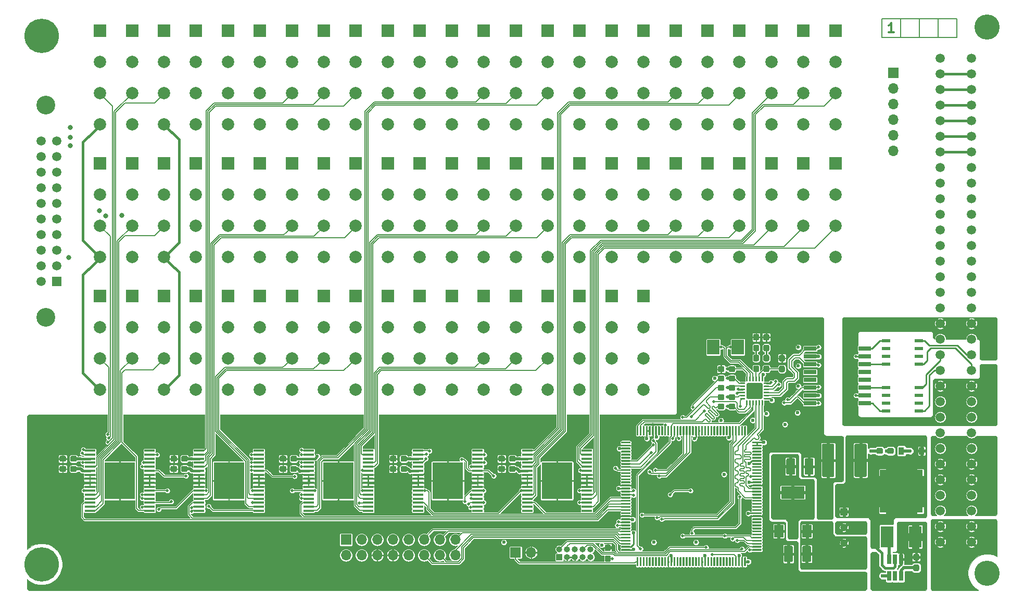
<source format=gbr>
G04 #@! TF.GenerationSoftware,KiCad,Pcbnew,5.1.4*
G04 #@! TF.CreationDate,2019-09-25T22:40:41+02:00*
G04 #@! TF.ProjectId,ETH6C20MUX,45544836-4332-4304-9d55-582e6b696361,rev?*
G04 #@! TF.SameCoordinates,Original*
G04 #@! TF.FileFunction,Copper,L1,Top*
G04 #@! TF.FilePolarity,Positive*
%FSLAX46Y46*%
G04 Gerber Fmt 4.6, Leading zero omitted, Abs format (unit mm)*
G04 Created by KiCad (PCBNEW 5.1.4) date 2019-09-25 22:40:41*
%MOMM*%
%LPD*%
G04 APERTURE LIST*
%ADD10C,0.150000*%
%ADD11C,0.300000*%
%ADD12R,2.000000X2.400000*%
%ADD13R,5.000000X6.000000*%
%ADD14R,1.700000X0.380000*%
%ADD15C,1.200000*%
%ADD16R,1.200000X1.200000*%
%ADD17C,2.000000*%
%ADD18R,2.000000X2.000000*%
%ADD19R,7.000000X7.000000*%
%ADD20R,2.000000X3.500000*%
%ADD21R,1.399540X0.599440*%
%ADD22R,2.000000X0.640000*%
%ADD23C,1.501140*%
%ADD24C,4.100000*%
%ADD25C,0.100000*%
%ADD26C,0.950000*%
%ADD27C,1.520000*%
%ADD28R,1.520000X1.520000*%
%ADD29C,3.050000*%
%ADD30O,1.700000X1.700000*%
%ADD31R,1.700000X1.700000*%
%ADD32O,1.000000X1.000000*%
%ADD33R,1.000000X1.000000*%
%ADD34C,0.300000*%
%ADD35C,1.425000*%
%ADD36R,1.500000X2.000000*%
%ADD37R,3.800000X2.000000*%
%ADD38C,0.250000*%
%ADD39C,0.500000*%
%ADD40C,2.600000*%
%ADD41C,5.600000*%
%ADD42R,0.650000X1.560000*%
%ADD43R,0.900000X1.200000*%
%ADD44C,1.975000*%
%ADD45C,0.600000*%
%ADD46C,0.800000*%
%ADD47C,0.508000*%
%ADD48C,0.381000*%
%ADD49C,0.127000*%
%ADD50C,0.254000*%
%ADD51C,0.200000*%
%ADD52C,0.120000*%
G04 APERTURE END LIST*
D10*
X209296000Y-44196000D02*
X209296000Y-47244000D01*
X206248000Y-47244000D02*
X206248000Y-44196000D01*
X203200000Y-44196000D02*
X203200000Y-47244000D01*
X200152000Y-47244000D02*
X200152000Y-44196000D01*
X212344000Y-47244000D02*
X200152000Y-47244000D01*
X212344000Y-44196000D02*
X212344000Y-47244000D01*
X200152000Y-44196000D02*
X212344000Y-44196000D01*
D11*
X202104571Y-46398571D02*
X201247428Y-46398571D01*
X201676000Y-46398571D02*
X201676000Y-44898571D01*
X201533142Y-45112857D01*
X201390285Y-45255714D01*
X201247428Y-45327142D01*
D12*
X172720000Y-97663000D03*
X176720000Y-97663000D03*
D13*
X147320000Y-119400000D03*
D14*
X152170000Y-122975000D03*
X152170000Y-116475000D03*
X152170000Y-114525000D03*
X152170000Y-121025000D03*
X152170000Y-121675000D03*
X152170000Y-124275000D03*
X152170000Y-117125000D03*
X152170000Y-115825000D03*
X152170000Y-123625000D03*
X152170000Y-122325000D03*
X152170000Y-118425000D03*
X152170000Y-119725000D03*
X152170000Y-117775000D03*
X152170000Y-119075000D03*
X152170000Y-115175000D03*
X152170000Y-120375000D03*
X142470000Y-124275000D03*
X142470000Y-123625000D03*
X142470000Y-122975000D03*
X142470000Y-122325000D03*
X142470000Y-121675000D03*
X142470000Y-121025000D03*
X142470000Y-120375000D03*
X142470000Y-119725000D03*
X142470000Y-119075000D03*
X142470000Y-118425000D03*
X142470000Y-117775000D03*
X142470000Y-117125000D03*
X142470000Y-116475000D03*
X142470000Y-115825000D03*
X142470000Y-115175000D03*
X142470000Y-114525000D03*
D13*
X76200000Y-119400000D03*
D14*
X81050000Y-122975000D03*
X81050000Y-116475000D03*
X81050000Y-114525000D03*
X81050000Y-121025000D03*
X81050000Y-121675000D03*
X81050000Y-124275000D03*
X81050000Y-117125000D03*
X81050000Y-115825000D03*
X81050000Y-123625000D03*
X81050000Y-122325000D03*
X81050000Y-118425000D03*
X81050000Y-119725000D03*
X81050000Y-117775000D03*
X81050000Y-119075000D03*
X81050000Y-115175000D03*
X81050000Y-120375000D03*
X71350000Y-124275000D03*
X71350000Y-123625000D03*
X71350000Y-122975000D03*
X71350000Y-122325000D03*
X71350000Y-121675000D03*
X71350000Y-121025000D03*
X71350000Y-120375000D03*
X71350000Y-119725000D03*
X71350000Y-119075000D03*
X71350000Y-118425000D03*
X71350000Y-117775000D03*
X71350000Y-117125000D03*
X71350000Y-116475000D03*
X71350000Y-115825000D03*
X71350000Y-115175000D03*
X71350000Y-114525000D03*
D13*
X129550000Y-119400000D03*
D14*
X134400000Y-122975000D03*
X134400000Y-116475000D03*
X134400000Y-114525000D03*
X134400000Y-121025000D03*
X134400000Y-121675000D03*
X134400000Y-124275000D03*
X134400000Y-117125000D03*
X134400000Y-115825000D03*
X134400000Y-123625000D03*
X134400000Y-122325000D03*
X134400000Y-118425000D03*
X134400000Y-119725000D03*
X134400000Y-117775000D03*
X134400000Y-119075000D03*
X134400000Y-115175000D03*
X134400000Y-120375000D03*
X124700000Y-124275000D03*
X124700000Y-123625000D03*
X124700000Y-122975000D03*
X124700000Y-122325000D03*
X124700000Y-121675000D03*
X124700000Y-121025000D03*
X124700000Y-120375000D03*
X124700000Y-119725000D03*
X124700000Y-119075000D03*
X124700000Y-118425000D03*
X124700000Y-117775000D03*
X124700000Y-117125000D03*
X124700000Y-116475000D03*
X124700000Y-115825000D03*
X124700000Y-115175000D03*
X124700000Y-114525000D03*
D13*
X111750000Y-119400000D03*
D14*
X116600000Y-122975000D03*
X116600000Y-116475000D03*
X116600000Y-114525000D03*
X116600000Y-121025000D03*
X116600000Y-121675000D03*
X116600000Y-124275000D03*
X116600000Y-117125000D03*
X116600000Y-115825000D03*
X116600000Y-123625000D03*
X116600000Y-122325000D03*
X116600000Y-118425000D03*
X116600000Y-119725000D03*
X116600000Y-117775000D03*
X116600000Y-119075000D03*
X116600000Y-115175000D03*
X116600000Y-120375000D03*
X106900000Y-124275000D03*
X106900000Y-123625000D03*
X106900000Y-122975000D03*
X106900000Y-122325000D03*
X106900000Y-121675000D03*
X106900000Y-121025000D03*
X106900000Y-120375000D03*
X106900000Y-119725000D03*
X106900000Y-119075000D03*
X106900000Y-118425000D03*
X106900000Y-117775000D03*
X106900000Y-117125000D03*
X106900000Y-116475000D03*
X106900000Y-115825000D03*
X106900000Y-115175000D03*
X106900000Y-114525000D03*
D13*
X93950000Y-119400000D03*
D14*
X98800000Y-122975000D03*
X98800000Y-116475000D03*
X98800000Y-114525000D03*
X98800000Y-121025000D03*
X98800000Y-121675000D03*
X98800000Y-124275000D03*
X98800000Y-117125000D03*
X98800000Y-115825000D03*
X98800000Y-123625000D03*
X98800000Y-122325000D03*
X98800000Y-118425000D03*
X98800000Y-119725000D03*
X98800000Y-117775000D03*
X98800000Y-119075000D03*
X98800000Y-115175000D03*
X98800000Y-120375000D03*
X89100000Y-124275000D03*
X89100000Y-123625000D03*
X89100000Y-122975000D03*
X89100000Y-122325000D03*
X89100000Y-121675000D03*
X89100000Y-121025000D03*
X89100000Y-120375000D03*
X89100000Y-119725000D03*
X89100000Y-119075000D03*
X89100000Y-118425000D03*
X89100000Y-117775000D03*
X89100000Y-117125000D03*
X89100000Y-116475000D03*
X89100000Y-115825000D03*
X89100000Y-115175000D03*
X89100000Y-114525000D03*
D15*
X194000000Y-129540000D03*
X194000000Y-127000000D03*
D16*
X194000000Y-124460000D03*
D17*
X99000000Y-61420000D03*
X99000000Y-56340000D03*
X99000000Y-51260000D03*
D18*
X99000000Y-46180000D03*
D17*
X73000000Y-61420000D03*
X73000000Y-56340000D03*
X73000000Y-51260000D03*
D18*
X73000000Y-46180000D03*
D17*
X177000000Y-61420000D03*
X177000000Y-56340000D03*
X177000000Y-51260000D03*
D18*
X177000000Y-46180000D03*
D17*
X161400000Y-61420000D03*
X161400000Y-56340000D03*
X161400000Y-51260000D03*
D18*
X161400000Y-46180000D03*
D17*
X145800000Y-61420000D03*
X145800000Y-56340000D03*
X145800000Y-51260000D03*
D18*
X145800000Y-46180000D03*
D17*
X130200000Y-61420000D03*
X130200000Y-56340000D03*
X130200000Y-51260000D03*
D18*
X130200000Y-46180000D03*
D17*
X114600000Y-61420000D03*
X114600000Y-56340000D03*
X114600000Y-51260000D03*
D18*
X114600000Y-46180000D03*
D17*
X83400000Y-61420000D03*
X83400000Y-56340000D03*
X83400000Y-51260000D03*
D18*
X83400000Y-46180000D03*
D17*
X177000000Y-83020000D03*
X177000000Y-77940000D03*
X177000000Y-72860000D03*
D18*
X177000000Y-67780000D03*
D17*
X161400000Y-83020000D03*
X161400000Y-77940000D03*
X161400000Y-72860000D03*
D18*
X161400000Y-67780000D03*
D17*
X145800000Y-83020000D03*
X145800000Y-77940000D03*
X145800000Y-72860000D03*
D18*
X145800000Y-67780000D03*
D17*
X130200000Y-83020000D03*
X130200000Y-77940000D03*
X130200000Y-72860000D03*
D18*
X130200000Y-67780000D03*
D17*
X114600000Y-83020000D03*
X114600000Y-77940000D03*
X114600000Y-72860000D03*
D18*
X114600000Y-67780000D03*
D17*
X83400000Y-83020000D03*
X83400000Y-77940000D03*
X83400000Y-72860000D03*
D18*
X83400000Y-67780000D03*
D17*
X192600000Y-83020000D03*
X192600000Y-77940000D03*
X192600000Y-72860000D03*
D18*
X192600000Y-67780000D03*
D17*
X187400000Y-83020000D03*
X187400000Y-77940000D03*
X187400000Y-72860000D03*
D18*
X187400000Y-67780000D03*
D17*
X182200000Y-83020000D03*
X182200000Y-77940000D03*
X182200000Y-72860000D03*
D18*
X182200000Y-67780000D03*
D17*
X182200000Y-61420000D03*
X182200000Y-56340000D03*
X182200000Y-51260000D03*
D18*
X182200000Y-46180000D03*
D17*
X187400000Y-61420000D03*
X187400000Y-56340000D03*
X187400000Y-51260000D03*
D18*
X187400000Y-46180000D03*
D17*
X192600000Y-61420000D03*
X192600000Y-56340000D03*
X192600000Y-51260000D03*
D18*
X192600000Y-46180000D03*
D17*
X99000000Y-83020000D03*
X99000000Y-77940000D03*
X99000000Y-72860000D03*
D18*
X99000000Y-67780000D03*
D17*
X161400000Y-104620000D03*
X161400000Y-99540000D03*
X161400000Y-94460000D03*
D18*
X161400000Y-89380000D03*
D17*
X145800000Y-104620000D03*
X145800000Y-99540000D03*
X145800000Y-94460000D03*
D18*
X145800000Y-89380000D03*
D17*
X130200000Y-104620000D03*
X130200000Y-99540000D03*
X130200000Y-94460000D03*
D18*
X130200000Y-89380000D03*
D17*
X114600000Y-104620000D03*
X114600000Y-99540000D03*
X114600000Y-94460000D03*
D18*
X114600000Y-89380000D03*
D17*
X99000000Y-104620000D03*
X99000000Y-99540000D03*
X99000000Y-94460000D03*
D18*
X99000000Y-89380000D03*
D17*
X83400000Y-104620000D03*
X83400000Y-99540000D03*
X83400000Y-94460000D03*
D18*
X83400000Y-89380000D03*
D17*
X171800000Y-61420000D03*
X171800000Y-56340000D03*
X171800000Y-51260000D03*
D18*
X171800000Y-46180000D03*
D17*
X156200000Y-61420000D03*
X156200000Y-56340000D03*
X156200000Y-51260000D03*
D18*
X156200000Y-46180000D03*
D17*
X140600000Y-61420000D03*
X140600000Y-56340000D03*
X140600000Y-51260000D03*
D18*
X140600000Y-46180000D03*
D17*
X125000000Y-61420000D03*
X125000000Y-56340000D03*
X125000000Y-51260000D03*
D18*
X125000000Y-46180000D03*
D17*
X109400000Y-61420000D03*
X109400000Y-56340000D03*
X109400000Y-51260000D03*
D18*
X109400000Y-46180000D03*
D17*
X93800000Y-61420000D03*
X93800000Y-56340000D03*
X93800000Y-51260000D03*
D18*
X93800000Y-46180000D03*
D17*
X78200000Y-61420000D03*
X78200000Y-56340000D03*
X78200000Y-51260000D03*
D18*
X78200000Y-46180000D03*
D17*
X171800000Y-83020000D03*
X171800000Y-77940000D03*
X171800000Y-72860000D03*
D18*
X171800000Y-67780000D03*
D17*
X156200000Y-83020000D03*
X156200000Y-77940000D03*
X156200000Y-72860000D03*
D18*
X156200000Y-67780000D03*
D17*
X140600000Y-83020000D03*
X140600000Y-77940000D03*
X140600000Y-72860000D03*
D18*
X140600000Y-67780000D03*
D17*
X125000000Y-83020000D03*
X125000000Y-77940000D03*
X125000000Y-72860000D03*
D18*
X125000000Y-67780000D03*
D17*
X109400000Y-83020000D03*
X109400000Y-77940000D03*
X109400000Y-72860000D03*
D18*
X109400000Y-67780000D03*
D17*
X93800000Y-83020000D03*
X93800000Y-77940000D03*
X93800000Y-72860000D03*
D18*
X93800000Y-67780000D03*
D17*
X78200000Y-83020000D03*
X78200000Y-77940000D03*
X78200000Y-72860000D03*
D18*
X78200000Y-67780000D03*
D17*
X156200000Y-104620000D03*
X156200000Y-99540000D03*
X156200000Y-94460000D03*
D18*
X156200000Y-89380000D03*
D17*
X140600000Y-104620000D03*
X140600000Y-99540000D03*
X140600000Y-94460000D03*
D18*
X140600000Y-89380000D03*
D17*
X125000000Y-104620000D03*
X125000000Y-99540000D03*
X125000000Y-94460000D03*
D18*
X125000000Y-89380000D03*
D17*
X109400000Y-104620000D03*
X109400000Y-99540000D03*
X109400000Y-94460000D03*
D18*
X109400000Y-89380000D03*
D17*
X93800000Y-104620000D03*
X93800000Y-99540000D03*
X93800000Y-94460000D03*
D18*
X93800000Y-89380000D03*
D17*
X78200000Y-104620000D03*
X78200000Y-99540000D03*
X78200000Y-94460000D03*
D18*
X78200000Y-89380000D03*
D17*
X166600000Y-61420000D03*
X166600000Y-56340000D03*
X166600000Y-51260000D03*
D18*
X166600000Y-46180000D03*
D17*
X151000000Y-61420000D03*
X151000000Y-56340000D03*
X151000000Y-51260000D03*
D18*
X151000000Y-46180000D03*
D17*
X135400000Y-61420000D03*
X135400000Y-56340000D03*
X135400000Y-51260000D03*
D18*
X135400000Y-46180000D03*
D17*
X119800000Y-61420000D03*
X119800000Y-56340000D03*
X119800000Y-51260000D03*
D18*
X119800000Y-46180000D03*
D17*
X104200000Y-61420000D03*
X104200000Y-56340000D03*
X104200000Y-51260000D03*
D18*
X104200000Y-46180000D03*
D17*
X88600000Y-61420000D03*
X88600000Y-56340000D03*
X88600000Y-51260000D03*
D18*
X88600000Y-46180000D03*
D17*
X166600000Y-83020000D03*
X166600000Y-77940000D03*
X166600000Y-72860000D03*
D18*
X166600000Y-67780000D03*
D17*
X151000000Y-83020000D03*
X151000000Y-77940000D03*
X151000000Y-72860000D03*
D18*
X151000000Y-67780000D03*
D17*
X135400000Y-83020000D03*
X135400000Y-77940000D03*
X135400000Y-72860000D03*
D18*
X135400000Y-67780000D03*
D17*
X119800000Y-83020000D03*
X119800000Y-77940000D03*
X119800000Y-72860000D03*
D18*
X119800000Y-67780000D03*
D17*
X104200000Y-83020000D03*
X104200000Y-77940000D03*
X104200000Y-72860000D03*
D18*
X104200000Y-67780000D03*
D17*
X88600000Y-83020000D03*
X88600000Y-77940000D03*
X88600000Y-72860000D03*
D18*
X88600000Y-67780000D03*
D17*
X73000000Y-83020000D03*
X73000000Y-77940000D03*
X73000000Y-72860000D03*
D18*
X73000000Y-67780000D03*
D17*
X151000000Y-104620000D03*
X151000000Y-99540000D03*
X151000000Y-94460000D03*
D18*
X151000000Y-89380000D03*
D17*
X135400000Y-104620000D03*
X135400000Y-99540000D03*
X135400000Y-94460000D03*
D18*
X135400000Y-89380000D03*
D17*
X119800000Y-104620000D03*
X119800000Y-99540000D03*
X119800000Y-94460000D03*
D18*
X119800000Y-89380000D03*
D17*
X104200000Y-104620000D03*
X104200000Y-99540000D03*
X104200000Y-94460000D03*
D18*
X104200000Y-89380000D03*
D17*
X88600000Y-104620000D03*
X88600000Y-99540000D03*
X88600000Y-94460000D03*
D18*
X88600000Y-89380000D03*
D17*
X73000000Y-104620000D03*
X73000000Y-99540000D03*
X73000000Y-94460000D03*
D18*
X73000000Y-89380000D03*
D19*
X203327000Y-121124000D03*
D20*
X205607000Y-128524000D03*
X201027000Y-128524000D03*
D21*
X206137000Y-104235000D03*
X200803000Y-104235000D03*
X206137000Y-105505000D03*
X206137000Y-106775000D03*
X206137000Y-108045000D03*
X200803000Y-105505000D03*
X200803000Y-106775000D03*
X200803000Y-108045000D03*
X206137000Y-96615000D03*
X200803000Y-96615000D03*
X206137000Y-97885000D03*
X206137000Y-99155000D03*
X206137000Y-100425000D03*
X200803000Y-97885000D03*
X200803000Y-99155000D03*
X200803000Y-100425000D03*
D22*
X188483000Y-97917000D03*
X188483000Y-99187000D03*
X188483000Y-100457000D03*
X188483000Y-101727000D03*
X188483000Y-102997000D03*
X188483000Y-104267000D03*
X188483000Y-105537000D03*
X188480700Y-106807000D03*
X197343000Y-106807000D03*
X197343000Y-105537000D03*
X197343000Y-104241600D03*
X197343000Y-102971600D03*
X197343000Y-101701600D03*
X197343000Y-100431600D03*
X197343000Y-99161600D03*
X197343000Y-97891600D03*
D23*
X214740000Y-50630000D03*
X214740000Y-53170000D03*
X214740000Y-58250000D03*
X214740000Y-55710000D03*
X214740000Y-60790000D03*
X214740000Y-63330000D03*
X214740000Y-65870000D03*
X214740000Y-68410000D03*
X214740000Y-70950000D03*
X214740000Y-73490000D03*
X214740000Y-76030000D03*
X214740000Y-78570000D03*
X214740000Y-81110000D03*
X214740000Y-83650000D03*
X214740000Y-86190000D03*
X214740000Y-88730000D03*
X214740000Y-91270000D03*
X214740000Y-93810000D03*
X214740000Y-96350000D03*
X214740000Y-98890000D03*
X214740000Y-101430000D03*
X214740000Y-103970000D03*
X214740000Y-106510000D03*
X214740000Y-109050000D03*
X214740000Y-111590000D03*
X214740000Y-114130000D03*
X214740000Y-116670000D03*
X214740000Y-119210000D03*
X214740000Y-121750000D03*
X214740000Y-124290000D03*
X214740000Y-126830000D03*
X214740000Y-129370000D03*
X209660000Y-50630000D03*
X209660000Y-53170000D03*
X209660000Y-58250000D03*
X209660000Y-55710000D03*
X209660000Y-60790000D03*
X209660000Y-63330000D03*
X209660000Y-65870000D03*
X209660000Y-68410000D03*
X209660000Y-70950000D03*
X209660000Y-73490000D03*
X209660000Y-76030000D03*
X209660000Y-78570000D03*
X209660000Y-81110000D03*
X209660000Y-83650000D03*
X209660000Y-86190000D03*
X209660000Y-88730000D03*
X209660000Y-91270000D03*
X209660000Y-93810000D03*
X209660000Y-96350000D03*
X209660000Y-98890000D03*
X209660000Y-101430000D03*
X209660000Y-103970000D03*
X209660000Y-106510000D03*
X209660000Y-109050000D03*
X209660000Y-111590000D03*
X209660000Y-114130000D03*
X209660000Y-116670000D03*
X209660000Y-119210000D03*
X209660000Y-121750000D03*
X209660000Y-124290000D03*
X209660000Y-126830000D03*
X209660000Y-129370000D03*
D24*
X217280000Y-134450000D03*
X217280000Y-45550000D03*
D25*
G36*
X138627779Y-117001144D02*
G01*
X138650834Y-117004563D01*
X138673443Y-117010227D01*
X138695387Y-117018079D01*
X138716457Y-117028044D01*
X138736448Y-117040026D01*
X138755168Y-117053910D01*
X138772438Y-117069562D01*
X138788090Y-117086832D01*
X138801974Y-117105552D01*
X138813956Y-117125543D01*
X138823921Y-117146613D01*
X138831773Y-117168557D01*
X138837437Y-117191166D01*
X138840856Y-117214221D01*
X138842000Y-117237500D01*
X138842000Y-117712500D01*
X138840856Y-117735779D01*
X138837437Y-117758834D01*
X138831773Y-117781443D01*
X138823921Y-117803387D01*
X138813956Y-117824457D01*
X138801974Y-117844448D01*
X138788090Y-117863168D01*
X138772438Y-117880438D01*
X138755168Y-117896090D01*
X138736448Y-117909974D01*
X138716457Y-117921956D01*
X138695387Y-117931921D01*
X138673443Y-117939773D01*
X138650834Y-117945437D01*
X138627779Y-117948856D01*
X138604500Y-117950000D01*
X138029500Y-117950000D01*
X138006221Y-117948856D01*
X137983166Y-117945437D01*
X137960557Y-117939773D01*
X137938613Y-117931921D01*
X137917543Y-117921956D01*
X137897552Y-117909974D01*
X137878832Y-117896090D01*
X137861562Y-117880438D01*
X137845910Y-117863168D01*
X137832026Y-117844448D01*
X137820044Y-117824457D01*
X137810079Y-117803387D01*
X137802227Y-117781443D01*
X137796563Y-117758834D01*
X137793144Y-117735779D01*
X137792000Y-117712500D01*
X137792000Y-117237500D01*
X137793144Y-117214221D01*
X137796563Y-117191166D01*
X137802227Y-117168557D01*
X137810079Y-117146613D01*
X137820044Y-117125543D01*
X137832026Y-117105552D01*
X137845910Y-117086832D01*
X137861562Y-117069562D01*
X137878832Y-117053910D01*
X137897552Y-117040026D01*
X137917543Y-117028044D01*
X137938613Y-117018079D01*
X137960557Y-117010227D01*
X137983166Y-117004563D01*
X138006221Y-117001144D01*
X138029500Y-117000000D01*
X138604500Y-117000000D01*
X138627779Y-117001144D01*
X138627779Y-117001144D01*
G37*
D26*
X138317000Y-117475000D03*
D25*
G36*
X140377779Y-117001144D02*
G01*
X140400834Y-117004563D01*
X140423443Y-117010227D01*
X140445387Y-117018079D01*
X140466457Y-117028044D01*
X140486448Y-117040026D01*
X140505168Y-117053910D01*
X140522438Y-117069562D01*
X140538090Y-117086832D01*
X140551974Y-117105552D01*
X140563956Y-117125543D01*
X140573921Y-117146613D01*
X140581773Y-117168557D01*
X140587437Y-117191166D01*
X140590856Y-117214221D01*
X140592000Y-117237500D01*
X140592000Y-117712500D01*
X140590856Y-117735779D01*
X140587437Y-117758834D01*
X140581773Y-117781443D01*
X140573921Y-117803387D01*
X140563956Y-117824457D01*
X140551974Y-117844448D01*
X140538090Y-117863168D01*
X140522438Y-117880438D01*
X140505168Y-117896090D01*
X140486448Y-117909974D01*
X140466457Y-117921956D01*
X140445387Y-117931921D01*
X140423443Y-117939773D01*
X140400834Y-117945437D01*
X140377779Y-117948856D01*
X140354500Y-117950000D01*
X139779500Y-117950000D01*
X139756221Y-117948856D01*
X139733166Y-117945437D01*
X139710557Y-117939773D01*
X139688613Y-117931921D01*
X139667543Y-117921956D01*
X139647552Y-117909974D01*
X139628832Y-117896090D01*
X139611562Y-117880438D01*
X139595910Y-117863168D01*
X139582026Y-117844448D01*
X139570044Y-117824457D01*
X139560079Y-117803387D01*
X139552227Y-117781443D01*
X139546563Y-117758834D01*
X139543144Y-117735779D01*
X139542000Y-117712500D01*
X139542000Y-117237500D01*
X139543144Y-117214221D01*
X139546563Y-117191166D01*
X139552227Y-117168557D01*
X139560079Y-117146613D01*
X139570044Y-117125543D01*
X139582026Y-117105552D01*
X139595910Y-117086832D01*
X139611562Y-117069562D01*
X139628832Y-117053910D01*
X139647552Y-117040026D01*
X139667543Y-117028044D01*
X139688613Y-117018079D01*
X139710557Y-117010227D01*
X139733166Y-117004563D01*
X139756221Y-117001144D01*
X139779500Y-117000000D01*
X140354500Y-117000000D01*
X140377779Y-117001144D01*
X140377779Y-117001144D01*
G37*
D26*
X140067000Y-117475000D03*
D25*
G36*
X103067779Y-117001144D02*
G01*
X103090834Y-117004563D01*
X103113443Y-117010227D01*
X103135387Y-117018079D01*
X103156457Y-117028044D01*
X103176448Y-117040026D01*
X103195168Y-117053910D01*
X103212438Y-117069562D01*
X103228090Y-117086832D01*
X103241974Y-117105552D01*
X103253956Y-117125543D01*
X103263921Y-117146613D01*
X103271773Y-117168557D01*
X103277437Y-117191166D01*
X103280856Y-117214221D01*
X103282000Y-117237500D01*
X103282000Y-117712500D01*
X103280856Y-117735779D01*
X103277437Y-117758834D01*
X103271773Y-117781443D01*
X103263921Y-117803387D01*
X103253956Y-117824457D01*
X103241974Y-117844448D01*
X103228090Y-117863168D01*
X103212438Y-117880438D01*
X103195168Y-117896090D01*
X103176448Y-117909974D01*
X103156457Y-117921956D01*
X103135387Y-117931921D01*
X103113443Y-117939773D01*
X103090834Y-117945437D01*
X103067779Y-117948856D01*
X103044500Y-117950000D01*
X102469500Y-117950000D01*
X102446221Y-117948856D01*
X102423166Y-117945437D01*
X102400557Y-117939773D01*
X102378613Y-117931921D01*
X102357543Y-117921956D01*
X102337552Y-117909974D01*
X102318832Y-117896090D01*
X102301562Y-117880438D01*
X102285910Y-117863168D01*
X102272026Y-117844448D01*
X102260044Y-117824457D01*
X102250079Y-117803387D01*
X102242227Y-117781443D01*
X102236563Y-117758834D01*
X102233144Y-117735779D01*
X102232000Y-117712500D01*
X102232000Y-117237500D01*
X102233144Y-117214221D01*
X102236563Y-117191166D01*
X102242227Y-117168557D01*
X102250079Y-117146613D01*
X102260044Y-117125543D01*
X102272026Y-117105552D01*
X102285910Y-117086832D01*
X102301562Y-117069562D01*
X102318832Y-117053910D01*
X102337552Y-117040026D01*
X102357543Y-117028044D01*
X102378613Y-117018079D01*
X102400557Y-117010227D01*
X102423166Y-117004563D01*
X102446221Y-117001144D01*
X102469500Y-117000000D01*
X103044500Y-117000000D01*
X103067779Y-117001144D01*
X103067779Y-117001144D01*
G37*
D26*
X102757000Y-117475000D03*
D25*
G36*
X104817779Y-117001144D02*
G01*
X104840834Y-117004563D01*
X104863443Y-117010227D01*
X104885387Y-117018079D01*
X104906457Y-117028044D01*
X104926448Y-117040026D01*
X104945168Y-117053910D01*
X104962438Y-117069562D01*
X104978090Y-117086832D01*
X104991974Y-117105552D01*
X105003956Y-117125543D01*
X105013921Y-117146613D01*
X105021773Y-117168557D01*
X105027437Y-117191166D01*
X105030856Y-117214221D01*
X105032000Y-117237500D01*
X105032000Y-117712500D01*
X105030856Y-117735779D01*
X105027437Y-117758834D01*
X105021773Y-117781443D01*
X105013921Y-117803387D01*
X105003956Y-117824457D01*
X104991974Y-117844448D01*
X104978090Y-117863168D01*
X104962438Y-117880438D01*
X104945168Y-117896090D01*
X104926448Y-117909974D01*
X104906457Y-117921956D01*
X104885387Y-117931921D01*
X104863443Y-117939773D01*
X104840834Y-117945437D01*
X104817779Y-117948856D01*
X104794500Y-117950000D01*
X104219500Y-117950000D01*
X104196221Y-117948856D01*
X104173166Y-117945437D01*
X104150557Y-117939773D01*
X104128613Y-117931921D01*
X104107543Y-117921956D01*
X104087552Y-117909974D01*
X104068832Y-117896090D01*
X104051562Y-117880438D01*
X104035910Y-117863168D01*
X104022026Y-117844448D01*
X104010044Y-117824457D01*
X104000079Y-117803387D01*
X103992227Y-117781443D01*
X103986563Y-117758834D01*
X103983144Y-117735779D01*
X103982000Y-117712500D01*
X103982000Y-117237500D01*
X103983144Y-117214221D01*
X103986563Y-117191166D01*
X103992227Y-117168557D01*
X104000079Y-117146613D01*
X104010044Y-117125543D01*
X104022026Y-117105552D01*
X104035910Y-117086832D01*
X104051562Y-117069562D01*
X104068832Y-117053910D01*
X104087552Y-117040026D01*
X104107543Y-117028044D01*
X104128613Y-117018079D01*
X104150557Y-117010227D01*
X104173166Y-117004563D01*
X104196221Y-117001144D01*
X104219500Y-117000000D01*
X104794500Y-117000000D01*
X104817779Y-117001144D01*
X104817779Y-117001144D01*
G37*
D26*
X104507000Y-117475000D03*
D25*
G36*
X120974779Y-117001144D02*
G01*
X120997834Y-117004563D01*
X121020443Y-117010227D01*
X121042387Y-117018079D01*
X121063457Y-117028044D01*
X121083448Y-117040026D01*
X121102168Y-117053910D01*
X121119438Y-117069562D01*
X121135090Y-117086832D01*
X121148974Y-117105552D01*
X121160956Y-117125543D01*
X121170921Y-117146613D01*
X121178773Y-117168557D01*
X121184437Y-117191166D01*
X121187856Y-117214221D01*
X121189000Y-117237500D01*
X121189000Y-117712500D01*
X121187856Y-117735779D01*
X121184437Y-117758834D01*
X121178773Y-117781443D01*
X121170921Y-117803387D01*
X121160956Y-117824457D01*
X121148974Y-117844448D01*
X121135090Y-117863168D01*
X121119438Y-117880438D01*
X121102168Y-117896090D01*
X121083448Y-117909974D01*
X121063457Y-117921956D01*
X121042387Y-117931921D01*
X121020443Y-117939773D01*
X120997834Y-117945437D01*
X120974779Y-117948856D01*
X120951500Y-117950000D01*
X120376500Y-117950000D01*
X120353221Y-117948856D01*
X120330166Y-117945437D01*
X120307557Y-117939773D01*
X120285613Y-117931921D01*
X120264543Y-117921956D01*
X120244552Y-117909974D01*
X120225832Y-117896090D01*
X120208562Y-117880438D01*
X120192910Y-117863168D01*
X120179026Y-117844448D01*
X120167044Y-117824457D01*
X120157079Y-117803387D01*
X120149227Y-117781443D01*
X120143563Y-117758834D01*
X120140144Y-117735779D01*
X120139000Y-117712500D01*
X120139000Y-117237500D01*
X120140144Y-117214221D01*
X120143563Y-117191166D01*
X120149227Y-117168557D01*
X120157079Y-117146613D01*
X120167044Y-117125543D01*
X120179026Y-117105552D01*
X120192910Y-117086832D01*
X120208562Y-117069562D01*
X120225832Y-117053910D01*
X120244552Y-117040026D01*
X120264543Y-117028044D01*
X120285613Y-117018079D01*
X120307557Y-117010227D01*
X120330166Y-117004563D01*
X120353221Y-117001144D01*
X120376500Y-117000000D01*
X120951500Y-117000000D01*
X120974779Y-117001144D01*
X120974779Y-117001144D01*
G37*
D26*
X120664000Y-117475000D03*
D25*
G36*
X122724779Y-117001144D02*
G01*
X122747834Y-117004563D01*
X122770443Y-117010227D01*
X122792387Y-117018079D01*
X122813457Y-117028044D01*
X122833448Y-117040026D01*
X122852168Y-117053910D01*
X122869438Y-117069562D01*
X122885090Y-117086832D01*
X122898974Y-117105552D01*
X122910956Y-117125543D01*
X122920921Y-117146613D01*
X122928773Y-117168557D01*
X122934437Y-117191166D01*
X122937856Y-117214221D01*
X122939000Y-117237500D01*
X122939000Y-117712500D01*
X122937856Y-117735779D01*
X122934437Y-117758834D01*
X122928773Y-117781443D01*
X122920921Y-117803387D01*
X122910956Y-117824457D01*
X122898974Y-117844448D01*
X122885090Y-117863168D01*
X122869438Y-117880438D01*
X122852168Y-117896090D01*
X122833448Y-117909974D01*
X122813457Y-117921956D01*
X122792387Y-117931921D01*
X122770443Y-117939773D01*
X122747834Y-117945437D01*
X122724779Y-117948856D01*
X122701500Y-117950000D01*
X122126500Y-117950000D01*
X122103221Y-117948856D01*
X122080166Y-117945437D01*
X122057557Y-117939773D01*
X122035613Y-117931921D01*
X122014543Y-117921956D01*
X121994552Y-117909974D01*
X121975832Y-117896090D01*
X121958562Y-117880438D01*
X121942910Y-117863168D01*
X121929026Y-117844448D01*
X121917044Y-117824457D01*
X121907079Y-117803387D01*
X121899227Y-117781443D01*
X121893563Y-117758834D01*
X121890144Y-117735779D01*
X121889000Y-117712500D01*
X121889000Y-117237500D01*
X121890144Y-117214221D01*
X121893563Y-117191166D01*
X121899227Y-117168557D01*
X121907079Y-117146613D01*
X121917044Y-117125543D01*
X121929026Y-117105552D01*
X121942910Y-117086832D01*
X121958562Y-117069562D01*
X121975832Y-117053910D01*
X121994552Y-117040026D01*
X122014543Y-117028044D01*
X122035613Y-117018079D01*
X122057557Y-117010227D01*
X122080166Y-117004563D01*
X122103221Y-117001144D01*
X122126500Y-117000000D01*
X122701500Y-117000000D01*
X122724779Y-117001144D01*
X122724779Y-117001144D01*
G37*
D26*
X122414000Y-117475000D03*
D25*
G36*
X85287779Y-117001144D02*
G01*
X85310834Y-117004563D01*
X85333443Y-117010227D01*
X85355387Y-117018079D01*
X85376457Y-117028044D01*
X85396448Y-117040026D01*
X85415168Y-117053910D01*
X85432438Y-117069562D01*
X85448090Y-117086832D01*
X85461974Y-117105552D01*
X85473956Y-117125543D01*
X85483921Y-117146613D01*
X85491773Y-117168557D01*
X85497437Y-117191166D01*
X85500856Y-117214221D01*
X85502000Y-117237500D01*
X85502000Y-117712500D01*
X85500856Y-117735779D01*
X85497437Y-117758834D01*
X85491773Y-117781443D01*
X85483921Y-117803387D01*
X85473956Y-117824457D01*
X85461974Y-117844448D01*
X85448090Y-117863168D01*
X85432438Y-117880438D01*
X85415168Y-117896090D01*
X85396448Y-117909974D01*
X85376457Y-117921956D01*
X85355387Y-117931921D01*
X85333443Y-117939773D01*
X85310834Y-117945437D01*
X85287779Y-117948856D01*
X85264500Y-117950000D01*
X84689500Y-117950000D01*
X84666221Y-117948856D01*
X84643166Y-117945437D01*
X84620557Y-117939773D01*
X84598613Y-117931921D01*
X84577543Y-117921956D01*
X84557552Y-117909974D01*
X84538832Y-117896090D01*
X84521562Y-117880438D01*
X84505910Y-117863168D01*
X84492026Y-117844448D01*
X84480044Y-117824457D01*
X84470079Y-117803387D01*
X84462227Y-117781443D01*
X84456563Y-117758834D01*
X84453144Y-117735779D01*
X84452000Y-117712500D01*
X84452000Y-117237500D01*
X84453144Y-117214221D01*
X84456563Y-117191166D01*
X84462227Y-117168557D01*
X84470079Y-117146613D01*
X84480044Y-117125543D01*
X84492026Y-117105552D01*
X84505910Y-117086832D01*
X84521562Y-117069562D01*
X84538832Y-117053910D01*
X84557552Y-117040026D01*
X84577543Y-117028044D01*
X84598613Y-117018079D01*
X84620557Y-117010227D01*
X84643166Y-117004563D01*
X84666221Y-117001144D01*
X84689500Y-117000000D01*
X85264500Y-117000000D01*
X85287779Y-117001144D01*
X85287779Y-117001144D01*
G37*
D26*
X84977000Y-117475000D03*
D25*
G36*
X87037779Y-117001144D02*
G01*
X87060834Y-117004563D01*
X87083443Y-117010227D01*
X87105387Y-117018079D01*
X87126457Y-117028044D01*
X87146448Y-117040026D01*
X87165168Y-117053910D01*
X87182438Y-117069562D01*
X87198090Y-117086832D01*
X87211974Y-117105552D01*
X87223956Y-117125543D01*
X87233921Y-117146613D01*
X87241773Y-117168557D01*
X87247437Y-117191166D01*
X87250856Y-117214221D01*
X87252000Y-117237500D01*
X87252000Y-117712500D01*
X87250856Y-117735779D01*
X87247437Y-117758834D01*
X87241773Y-117781443D01*
X87233921Y-117803387D01*
X87223956Y-117824457D01*
X87211974Y-117844448D01*
X87198090Y-117863168D01*
X87182438Y-117880438D01*
X87165168Y-117896090D01*
X87146448Y-117909974D01*
X87126457Y-117921956D01*
X87105387Y-117931921D01*
X87083443Y-117939773D01*
X87060834Y-117945437D01*
X87037779Y-117948856D01*
X87014500Y-117950000D01*
X86439500Y-117950000D01*
X86416221Y-117948856D01*
X86393166Y-117945437D01*
X86370557Y-117939773D01*
X86348613Y-117931921D01*
X86327543Y-117921956D01*
X86307552Y-117909974D01*
X86288832Y-117896090D01*
X86271562Y-117880438D01*
X86255910Y-117863168D01*
X86242026Y-117844448D01*
X86230044Y-117824457D01*
X86220079Y-117803387D01*
X86212227Y-117781443D01*
X86206563Y-117758834D01*
X86203144Y-117735779D01*
X86202000Y-117712500D01*
X86202000Y-117237500D01*
X86203144Y-117214221D01*
X86206563Y-117191166D01*
X86212227Y-117168557D01*
X86220079Y-117146613D01*
X86230044Y-117125543D01*
X86242026Y-117105552D01*
X86255910Y-117086832D01*
X86271562Y-117069562D01*
X86288832Y-117053910D01*
X86307552Y-117040026D01*
X86327543Y-117028044D01*
X86348613Y-117018079D01*
X86370557Y-117010227D01*
X86393166Y-117004563D01*
X86416221Y-117001144D01*
X86439500Y-117000000D01*
X87014500Y-117000000D01*
X87037779Y-117001144D01*
X87037779Y-117001144D01*
G37*
D26*
X86727000Y-117475000D03*
D25*
G36*
X67253779Y-117001144D02*
G01*
X67276834Y-117004563D01*
X67299443Y-117010227D01*
X67321387Y-117018079D01*
X67342457Y-117028044D01*
X67362448Y-117040026D01*
X67381168Y-117053910D01*
X67398438Y-117069562D01*
X67414090Y-117086832D01*
X67427974Y-117105552D01*
X67439956Y-117125543D01*
X67449921Y-117146613D01*
X67457773Y-117168557D01*
X67463437Y-117191166D01*
X67466856Y-117214221D01*
X67468000Y-117237500D01*
X67468000Y-117712500D01*
X67466856Y-117735779D01*
X67463437Y-117758834D01*
X67457773Y-117781443D01*
X67449921Y-117803387D01*
X67439956Y-117824457D01*
X67427974Y-117844448D01*
X67414090Y-117863168D01*
X67398438Y-117880438D01*
X67381168Y-117896090D01*
X67362448Y-117909974D01*
X67342457Y-117921956D01*
X67321387Y-117931921D01*
X67299443Y-117939773D01*
X67276834Y-117945437D01*
X67253779Y-117948856D01*
X67230500Y-117950000D01*
X66655500Y-117950000D01*
X66632221Y-117948856D01*
X66609166Y-117945437D01*
X66586557Y-117939773D01*
X66564613Y-117931921D01*
X66543543Y-117921956D01*
X66523552Y-117909974D01*
X66504832Y-117896090D01*
X66487562Y-117880438D01*
X66471910Y-117863168D01*
X66458026Y-117844448D01*
X66446044Y-117824457D01*
X66436079Y-117803387D01*
X66428227Y-117781443D01*
X66422563Y-117758834D01*
X66419144Y-117735779D01*
X66418000Y-117712500D01*
X66418000Y-117237500D01*
X66419144Y-117214221D01*
X66422563Y-117191166D01*
X66428227Y-117168557D01*
X66436079Y-117146613D01*
X66446044Y-117125543D01*
X66458026Y-117105552D01*
X66471910Y-117086832D01*
X66487562Y-117069562D01*
X66504832Y-117053910D01*
X66523552Y-117040026D01*
X66543543Y-117028044D01*
X66564613Y-117018079D01*
X66586557Y-117010227D01*
X66609166Y-117004563D01*
X66632221Y-117001144D01*
X66655500Y-117000000D01*
X67230500Y-117000000D01*
X67253779Y-117001144D01*
X67253779Y-117001144D01*
G37*
D26*
X66943000Y-117475000D03*
D25*
G36*
X69003779Y-117001144D02*
G01*
X69026834Y-117004563D01*
X69049443Y-117010227D01*
X69071387Y-117018079D01*
X69092457Y-117028044D01*
X69112448Y-117040026D01*
X69131168Y-117053910D01*
X69148438Y-117069562D01*
X69164090Y-117086832D01*
X69177974Y-117105552D01*
X69189956Y-117125543D01*
X69199921Y-117146613D01*
X69207773Y-117168557D01*
X69213437Y-117191166D01*
X69216856Y-117214221D01*
X69218000Y-117237500D01*
X69218000Y-117712500D01*
X69216856Y-117735779D01*
X69213437Y-117758834D01*
X69207773Y-117781443D01*
X69199921Y-117803387D01*
X69189956Y-117824457D01*
X69177974Y-117844448D01*
X69164090Y-117863168D01*
X69148438Y-117880438D01*
X69131168Y-117896090D01*
X69112448Y-117909974D01*
X69092457Y-117921956D01*
X69071387Y-117931921D01*
X69049443Y-117939773D01*
X69026834Y-117945437D01*
X69003779Y-117948856D01*
X68980500Y-117950000D01*
X68405500Y-117950000D01*
X68382221Y-117948856D01*
X68359166Y-117945437D01*
X68336557Y-117939773D01*
X68314613Y-117931921D01*
X68293543Y-117921956D01*
X68273552Y-117909974D01*
X68254832Y-117896090D01*
X68237562Y-117880438D01*
X68221910Y-117863168D01*
X68208026Y-117844448D01*
X68196044Y-117824457D01*
X68186079Y-117803387D01*
X68178227Y-117781443D01*
X68172563Y-117758834D01*
X68169144Y-117735779D01*
X68168000Y-117712500D01*
X68168000Y-117237500D01*
X68169144Y-117214221D01*
X68172563Y-117191166D01*
X68178227Y-117168557D01*
X68186079Y-117146613D01*
X68196044Y-117125543D01*
X68208026Y-117105552D01*
X68221910Y-117086832D01*
X68237562Y-117069562D01*
X68254832Y-117053910D01*
X68273552Y-117040026D01*
X68293543Y-117028044D01*
X68314613Y-117018079D01*
X68336557Y-117010227D01*
X68359166Y-117004563D01*
X68382221Y-117001144D01*
X68405500Y-117000000D01*
X68980500Y-117000000D01*
X69003779Y-117001144D01*
X69003779Y-117001144D01*
G37*
D26*
X68693000Y-117475000D03*
D25*
G36*
X138627779Y-115350144D02*
G01*
X138650834Y-115353563D01*
X138673443Y-115359227D01*
X138695387Y-115367079D01*
X138716457Y-115377044D01*
X138736448Y-115389026D01*
X138755168Y-115402910D01*
X138772438Y-115418562D01*
X138788090Y-115435832D01*
X138801974Y-115454552D01*
X138813956Y-115474543D01*
X138823921Y-115495613D01*
X138831773Y-115517557D01*
X138837437Y-115540166D01*
X138840856Y-115563221D01*
X138842000Y-115586500D01*
X138842000Y-116061500D01*
X138840856Y-116084779D01*
X138837437Y-116107834D01*
X138831773Y-116130443D01*
X138823921Y-116152387D01*
X138813956Y-116173457D01*
X138801974Y-116193448D01*
X138788090Y-116212168D01*
X138772438Y-116229438D01*
X138755168Y-116245090D01*
X138736448Y-116258974D01*
X138716457Y-116270956D01*
X138695387Y-116280921D01*
X138673443Y-116288773D01*
X138650834Y-116294437D01*
X138627779Y-116297856D01*
X138604500Y-116299000D01*
X138029500Y-116299000D01*
X138006221Y-116297856D01*
X137983166Y-116294437D01*
X137960557Y-116288773D01*
X137938613Y-116280921D01*
X137917543Y-116270956D01*
X137897552Y-116258974D01*
X137878832Y-116245090D01*
X137861562Y-116229438D01*
X137845910Y-116212168D01*
X137832026Y-116193448D01*
X137820044Y-116173457D01*
X137810079Y-116152387D01*
X137802227Y-116130443D01*
X137796563Y-116107834D01*
X137793144Y-116084779D01*
X137792000Y-116061500D01*
X137792000Y-115586500D01*
X137793144Y-115563221D01*
X137796563Y-115540166D01*
X137802227Y-115517557D01*
X137810079Y-115495613D01*
X137820044Y-115474543D01*
X137832026Y-115454552D01*
X137845910Y-115435832D01*
X137861562Y-115418562D01*
X137878832Y-115402910D01*
X137897552Y-115389026D01*
X137917543Y-115377044D01*
X137938613Y-115367079D01*
X137960557Y-115359227D01*
X137983166Y-115353563D01*
X138006221Y-115350144D01*
X138029500Y-115349000D01*
X138604500Y-115349000D01*
X138627779Y-115350144D01*
X138627779Y-115350144D01*
G37*
D26*
X138317000Y-115824000D03*
D25*
G36*
X140377779Y-115350144D02*
G01*
X140400834Y-115353563D01*
X140423443Y-115359227D01*
X140445387Y-115367079D01*
X140466457Y-115377044D01*
X140486448Y-115389026D01*
X140505168Y-115402910D01*
X140522438Y-115418562D01*
X140538090Y-115435832D01*
X140551974Y-115454552D01*
X140563956Y-115474543D01*
X140573921Y-115495613D01*
X140581773Y-115517557D01*
X140587437Y-115540166D01*
X140590856Y-115563221D01*
X140592000Y-115586500D01*
X140592000Y-116061500D01*
X140590856Y-116084779D01*
X140587437Y-116107834D01*
X140581773Y-116130443D01*
X140573921Y-116152387D01*
X140563956Y-116173457D01*
X140551974Y-116193448D01*
X140538090Y-116212168D01*
X140522438Y-116229438D01*
X140505168Y-116245090D01*
X140486448Y-116258974D01*
X140466457Y-116270956D01*
X140445387Y-116280921D01*
X140423443Y-116288773D01*
X140400834Y-116294437D01*
X140377779Y-116297856D01*
X140354500Y-116299000D01*
X139779500Y-116299000D01*
X139756221Y-116297856D01*
X139733166Y-116294437D01*
X139710557Y-116288773D01*
X139688613Y-116280921D01*
X139667543Y-116270956D01*
X139647552Y-116258974D01*
X139628832Y-116245090D01*
X139611562Y-116229438D01*
X139595910Y-116212168D01*
X139582026Y-116193448D01*
X139570044Y-116173457D01*
X139560079Y-116152387D01*
X139552227Y-116130443D01*
X139546563Y-116107834D01*
X139543144Y-116084779D01*
X139542000Y-116061500D01*
X139542000Y-115586500D01*
X139543144Y-115563221D01*
X139546563Y-115540166D01*
X139552227Y-115517557D01*
X139560079Y-115495613D01*
X139570044Y-115474543D01*
X139582026Y-115454552D01*
X139595910Y-115435832D01*
X139611562Y-115418562D01*
X139628832Y-115402910D01*
X139647552Y-115389026D01*
X139667543Y-115377044D01*
X139688613Y-115367079D01*
X139710557Y-115359227D01*
X139733166Y-115353563D01*
X139756221Y-115350144D01*
X139779500Y-115349000D01*
X140354500Y-115349000D01*
X140377779Y-115350144D01*
X140377779Y-115350144D01*
G37*
D26*
X140067000Y-115824000D03*
D25*
G36*
X120974779Y-115350144D02*
G01*
X120997834Y-115353563D01*
X121020443Y-115359227D01*
X121042387Y-115367079D01*
X121063457Y-115377044D01*
X121083448Y-115389026D01*
X121102168Y-115402910D01*
X121119438Y-115418562D01*
X121135090Y-115435832D01*
X121148974Y-115454552D01*
X121160956Y-115474543D01*
X121170921Y-115495613D01*
X121178773Y-115517557D01*
X121184437Y-115540166D01*
X121187856Y-115563221D01*
X121189000Y-115586500D01*
X121189000Y-116061500D01*
X121187856Y-116084779D01*
X121184437Y-116107834D01*
X121178773Y-116130443D01*
X121170921Y-116152387D01*
X121160956Y-116173457D01*
X121148974Y-116193448D01*
X121135090Y-116212168D01*
X121119438Y-116229438D01*
X121102168Y-116245090D01*
X121083448Y-116258974D01*
X121063457Y-116270956D01*
X121042387Y-116280921D01*
X121020443Y-116288773D01*
X120997834Y-116294437D01*
X120974779Y-116297856D01*
X120951500Y-116299000D01*
X120376500Y-116299000D01*
X120353221Y-116297856D01*
X120330166Y-116294437D01*
X120307557Y-116288773D01*
X120285613Y-116280921D01*
X120264543Y-116270956D01*
X120244552Y-116258974D01*
X120225832Y-116245090D01*
X120208562Y-116229438D01*
X120192910Y-116212168D01*
X120179026Y-116193448D01*
X120167044Y-116173457D01*
X120157079Y-116152387D01*
X120149227Y-116130443D01*
X120143563Y-116107834D01*
X120140144Y-116084779D01*
X120139000Y-116061500D01*
X120139000Y-115586500D01*
X120140144Y-115563221D01*
X120143563Y-115540166D01*
X120149227Y-115517557D01*
X120157079Y-115495613D01*
X120167044Y-115474543D01*
X120179026Y-115454552D01*
X120192910Y-115435832D01*
X120208562Y-115418562D01*
X120225832Y-115402910D01*
X120244552Y-115389026D01*
X120264543Y-115377044D01*
X120285613Y-115367079D01*
X120307557Y-115359227D01*
X120330166Y-115353563D01*
X120353221Y-115350144D01*
X120376500Y-115349000D01*
X120951500Y-115349000D01*
X120974779Y-115350144D01*
X120974779Y-115350144D01*
G37*
D26*
X120664000Y-115824000D03*
D25*
G36*
X122724779Y-115350144D02*
G01*
X122747834Y-115353563D01*
X122770443Y-115359227D01*
X122792387Y-115367079D01*
X122813457Y-115377044D01*
X122833448Y-115389026D01*
X122852168Y-115402910D01*
X122869438Y-115418562D01*
X122885090Y-115435832D01*
X122898974Y-115454552D01*
X122910956Y-115474543D01*
X122920921Y-115495613D01*
X122928773Y-115517557D01*
X122934437Y-115540166D01*
X122937856Y-115563221D01*
X122939000Y-115586500D01*
X122939000Y-116061500D01*
X122937856Y-116084779D01*
X122934437Y-116107834D01*
X122928773Y-116130443D01*
X122920921Y-116152387D01*
X122910956Y-116173457D01*
X122898974Y-116193448D01*
X122885090Y-116212168D01*
X122869438Y-116229438D01*
X122852168Y-116245090D01*
X122833448Y-116258974D01*
X122813457Y-116270956D01*
X122792387Y-116280921D01*
X122770443Y-116288773D01*
X122747834Y-116294437D01*
X122724779Y-116297856D01*
X122701500Y-116299000D01*
X122126500Y-116299000D01*
X122103221Y-116297856D01*
X122080166Y-116294437D01*
X122057557Y-116288773D01*
X122035613Y-116280921D01*
X122014543Y-116270956D01*
X121994552Y-116258974D01*
X121975832Y-116245090D01*
X121958562Y-116229438D01*
X121942910Y-116212168D01*
X121929026Y-116193448D01*
X121917044Y-116173457D01*
X121907079Y-116152387D01*
X121899227Y-116130443D01*
X121893563Y-116107834D01*
X121890144Y-116084779D01*
X121889000Y-116061500D01*
X121889000Y-115586500D01*
X121890144Y-115563221D01*
X121893563Y-115540166D01*
X121899227Y-115517557D01*
X121907079Y-115495613D01*
X121917044Y-115474543D01*
X121929026Y-115454552D01*
X121942910Y-115435832D01*
X121958562Y-115418562D01*
X121975832Y-115402910D01*
X121994552Y-115389026D01*
X122014543Y-115377044D01*
X122035613Y-115367079D01*
X122057557Y-115359227D01*
X122080166Y-115353563D01*
X122103221Y-115350144D01*
X122126500Y-115349000D01*
X122701500Y-115349000D01*
X122724779Y-115350144D01*
X122724779Y-115350144D01*
G37*
D26*
X122414000Y-115824000D03*
D25*
G36*
X103067779Y-115350144D02*
G01*
X103090834Y-115353563D01*
X103113443Y-115359227D01*
X103135387Y-115367079D01*
X103156457Y-115377044D01*
X103176448Y-115389026D01*
X103195168Y-115402910D01*
X103212438Y-115418562D01*
X103228090Y-115435832D01*
X103241974Y-115454552D01*
X103253956Y-115474543D01*
X103263921Y-115495613D01*
X103271773Y-115517557D01*
X103277437Y-115540166D01*
X103280856Y-115563221D01*
X103282000Y-115586500D01*
X103282000Y-116061500D01*
X103280856Y-116084779D01*
X103277437Y-116107834D01*
X103271773Y-116130443D01*
X103263921Y-116152387D01*
X103253956Y-116173457D01*
X103241974Y-116193448D01*
X103228090Y-116212168D01*
X103212438Y-116229438D01*
X103195168Y-116245090D01*
X103176448Y-116258974D01*
X103156457Y-116270956D01*
X103135387Y-116280921D01*
X103113443Y-116288773D01*
X103090834Y-116294437D01*
X103067779Y-116297856D01*
X103044500Y-116299000D01*
X102469500Y-116299000D01*
X102446221Y-116297856D01*
X102423166Y-116294437D01*
X102400557Y-116288773D01*
X102378613Y-116280921D01*
X102357543Y-116270956D01*
X102337552Y-116258974D01*
X102318832Y-116245090D01*
X102301562Y-116229438D01*
X102285910Y-116212168D01*
X102272026Y-116193448D01*
X102260044Y-116173457D01*
X102250079Y-116152387D01*
X102242227Y-116130443D01*
X102236563Y-116107834D01*
X102233144Y-116084779D01*
X102232000Y-116061500D01*
X102232000Y-115586500D01*
X102233144Y-115563221D01*
X102236563Y-115540166D01*
X102242227Y-115517557D01*
X102250079Y-115495613D01*
X102260044Y-115474543D01*
X102272026Y-115454552D01*
X102285910Y-115435832D01*
X102301562Y-115418562D01*
X102318832Y-115402910D01*
X102337552Y-115389026D01*
X102357543Y-115377044D01*
X102378613Y-115367079D01*
X102400557Y-115359227D01*
X102423166Y-115353563D01*
X102446221Y-115350144D01*
X102469500Y-115349000D01*
X103044500Y-115349000D01*
X103067779Y-115350144D01*
X103067779Y-115350144D01*
G37*
D26*
X102757000Y-115824000D03*
D25*
G36*
X104817779Y-115350144D02*
G01*
X104840834Y-115353563D01*
X104863443Y-115359227D01*
X104885387Y-115367079D01*
X104906457Y-115377044D01*
X104926448Y-115389026D01*
X104945168Y-115402910D01*
X104962438Y-115418562D01*
X104978090Y-115435832D01*
X104991974Y-115454552D01*
X105003956Y-115474543D01*
X105013921Y-115495613D01*
X105021773Y-115517557D01*
X105027437Y-115540166D01*
X105030856Y-115563221D01*
X105032000Y-115586500D01*
X105032000Y-116061500D01*
X105030856Y-116084779D01*
X105027437Y-116107834D01*
X105021773Y-116130443D01*
X105013921Y-116152387D01*
X105003956Y-116173457D01*
X104991974Y-116193448D01*
X104978090Y-116212168D01*
X104962438Y-116229438D01*
X104945168Y-116245090D01*
X104926448Y-116258974D01*
X104906457Y-116270956D01*
X104885387Y-116280921D01*
X104863443Y-116288773D01*
X104840834Y-116294437D01*
X104817779Y-116297856D01*
X104794500Y-116299000D01*
X104219500Y-116299000D01*
X104196221Y-116297856D01*
X104173166Y-116294437D01*
X104150557Y-116288773D01*
X104128613Y-116280921D01*
X104107543Y-116270956D01*
X104087552Y-116258974D01*
X104068832Y-116245090D01*
X104051562Y-116229438D01*
X104035910Y-116212168D01*
X104022026Y-116193448D01*
X104010044Y-116173457D01*
X104000079Y-116152387D01*
X103992227Y-116130443D01*
X103986563Y-116107834D01*
X103983144Y-116084779D01*
X103982000Y-116061500D01*
X103982000Y-115586500D01*
X103983144Y-115563221D01*
X103986563Y-115540166D01*
X103992227Y-115517557D01*
X104000079Y-115495613D01*
X104010044Y-115474543D01*
X104022026Y-115454552D01*
X104035910Y-115435832D01*
X104051562Y-115418562D01*
X104068832Y-115402910D01*
X104087552Y-115389026D01*
X104107543Y-115377044D01*
X104128613Y-115367079D01*
X104150557Y-115359227D01*
X104173166Y-115353563D01*
X104196221Y-115350144D01*
X104219500Y-115349000D01*
X104794500Y-115349000D01*
X104817779Y-115350144D01*
X104817779Y-115350144D01*
G37*
D26*
X104507000Y-115824000D03*
D25*
G36*
X85301779Y-115350144D02*
G01*
X85324834Y-115353563D01*
X85347443Y-115359227D01*
X85369387Y-115367079D01*
X85390457Y-115377044D01*
X85410448Y-115389026D01*
X85429168Y-115402910D01*
X85446438Y-115418562D01*
X85462090Y-115435832D01*
X85475974Y-115454552D01*
X85487956Y-115474543D01*
X85497921Y-115495613D01*
X85505773Y-115517557D01*
X85511437Y-115540166D01*
X85514856Y-115563221D01*
X85516000Y-115586500D01*
X85516000Y-116061500D01*
X85514856Y-116084779D01*
X85511437Y-116107834D01*
X85505773Y-116130443D01*
X85497921Y-116152387D01*
X85487956Y-116173457D01*
X85475974Y-116193448D01*
X85462090Y-116212168D01*
X85446438Y-116229438D01*
X85429168Y-116245090D01*
X85410448Y-116258974D01*
X85390457Y-116270956D01*
X85369387Y-116280921D01*
X85347443Y-116288773D01*
X85324834Y-116294437D01*
X85301779Y-116297856D01*
X85278500Y-116299000D01*
X84703500Y-116299000D01*
X84680221Y-116297856D01*
X84657166Y-116294437D01*
X84634557Y-116288773D01*
X84612613Y-116280921D01*
X84591543Y-116270956D01*
X84571552Y-116258974D01*
X84552832Y-116245090D01*
X84535562Y-116229438D01*
X84519910Y-116212168D01*
X84506026Y-116193448D01*
X84494044Y-116173457D01*
X84484079Y-116152387D01*
X84476227Y-116130443D01*
X84470563Y-116107834D01*
X84467144Y-116084779D01*
X84466000Y-116061500D01*
X84466000Y-115586500D01*
X84467144Y-115563221D01*
X84470563Y-115540166D01*
X84476227Y-115517557D01*
X84484079Y-115495613D01*
X84494044Y-115474543D01*
X84506026Y-115454552D01*
X84519910Y-115435832D01*
X84535562Y-115418562D01*
X84552832Y-115402910D01*
X84571552Y-115389026D01*
X84591543Y-115377044D01*
X84612613Y-115367079D01*
X84634557Y-115359227D01*
X84657166Y-115353563D01*
X84680221Y-115350144D01*
X84703500Y-115349000D01*
X85278500Y-115349000D01*
X85301779Y-115350144D01*
X85301779Y-115350144D01*
G37*
D26*
X84991000Y-115824000D03*
D25*
G36*
X87051779Y-115350144D02*
G01*
X87074834Y-115353563D01*
X87097443Y-115359227D01*
X87119387Y-115367079D01*
X87140457Y-115377044D01*
X87160448Y-115389026D01*
X87179168Y-115402910D01*
X87196438Y-115418562D01*
X87212090Y-115435832D01*
X87225974Y-115454552D01*
X87237956Y-115474543D01*
X87247921Y-115495613D01*
X87255773Y-115517557D01*
X87261437Y-115540166D01*
X87264856Y-115563221D01*
X87266000Y-115586500D01*
X87266000Y-116061500D01*
X87264856Y-116084779D01*
X87261437Y-116107834D01*
X87255773Y-116130443D01*
X87247921Y-116152387D01*
X87237956Y-116173457D01*
X87225974Y-116193448D01*
X87212090Y-116212168D01*
X87196438Y-116229438D01*
X87179168Y-116245090D01*
X87160448Y-116258974D01*
X87140457Y-116270956D01*
X87119387Y-116280921D01*
X87097443Y-116288773D01*
X87074834Y-116294437D01*
X87051779Y-116297856D01*
X87028500Y-116299000D01*
X86453500Y-116299000D01*
X86430221Y-116297856D01*
X86407166Y-116294437D01*
X86384557Y-116288773D01*
X86362613Y-116280921D01*
X86341543Y-116270956D01*
X86321552Y-116258974D01*
X86302832Y-116245090D01*
X86285562Y-116229438D01*
X86269910Y-116212168D01*
X86256026Y-116193448D01*
X86244044Y-116173457D01*
X86234079Y-116152387D01*
X86226227Y-116130443D01*
X86220563Y-116107834D01*
X86217144Y-116084779D01*
X86216000Y-116061500D01*
X86216000Y-115586500D01*
X86217144Y-115563221D01*
X86220563Y-115540166D01*
X86226227Y-115517557D01*
X86234079Y-115495613D01*
X86244044Y-115474543D01*
X86256026Y-115454552D01*
X86269910Y-115435832D01*
X86285562Y-115418562D01*
X86302832Y-115402910D01*
X86321552Y-115389026D01*
X86341543Y-115377044D01*
X86362613Y-115367079D01*
X86384557Y-115359227D01*
X86407166Y-115353563D01*
X86430221Y-115350144D01*
X86453500Y-115349000D01*
X87028500Y-115349000D01*
X87051779Y-115350144D01*
X87051779Y-115350144D01*
G37*
D26*
X86741000Y-115824000D03*
D25*
G36*
X67253779Y-115350144D02*
G01*
X67276834Y-115353563D01*
X67299443Y-115359227D01*
X67321387Y-115367079D01*
X67342457Y-115377044D01*
X67362448Y-115389026D01*
X67381168Y-115402910D01*
X67398438Y-115418562D01*
X67414090Y-115435832D01*
X67427974Y-115454552D01*
X67439956Y-115474543D01*
X67449921Y-115495613D01*
X67457773Y-115517557D01*
X67463437Y-115540166D01*
X67466856Y-115563221D01*
X67468000Y-115586500D01*
X67468000Y-116061500D01*
X67466856Y-116084779D01*
X67463437Y-116107834D01*
X67457773Y-116130443D01*
X67449921Y-116152387D01*
X67439956Y-116173457D01*
X67427974Y-116193448D01*
X67414090Y-116212168D01*
X67398438Y-116229438D01*
X67381168Y-116245090D01*
X67362448Y-116258974D01*
X67342457Y-116270956D01*
X67321387Y-116280921D01*
X67299443Y-116288773D01*
X67276834Y-116294437D01*
X67253779Y-116297856D01*
X67230500Y-116299000D01*
X66655500Y-116299000D01*
X66632221Y-116297856D01*
X66609166Y-116294437D01*
X66586557Y-116288773D01*
X66564613Y-116280921D01*
X66543543Y-116270956D01*
X66523552Y-116258974D01*
X66504832Y-116245090D01*
X66487562Y-116229438D01*
X66471910Y-116212168D01*
X66458026Y-116193448D01*
X66446044Y-116173457D01*
X66436079Y-116152387D01*
X66428227Y-116130443D01*
X66422563Y-116107834D01*
X66419144Y-116084779D01*
X66418000Y-116061500D01*
X66418000Y-115586500D01*
X66419144Y-115563221D01*
X66422563Y-115540166D01*
X66428227Y-115517557D01*
X66436079Y-115495613D01*
X66446044Y-115474543D01*
X66458026Y-115454552D01*
X66471910Y-115435832D01*
X66487562Y-115418562D01*
X66504832Y-115402910D01*
X66523552Y-115389026D01*
X66543543Y-115377044D01*
X66564613Y-115367079D01*
X66586557Y-115359227D01*
X66609166Y-115353563D01*
X66632221Y-115350144D01*
X66655500Y-115349000D01*
X67230500Y-115349000D01*
X67253779Y-115350144D01*
X67253779Y-115350144D01*
G37*
D26*
X66943000Y-115824000D03*
D25*
G36*
X69003779Y-115350144D02*
G01*
X69026834Y-115353563D01*
X69049443Y-115359227D01*
X69071387Y-115367079D01*
X69092457Y-115377044D01*
X69112448Y-115389026D01*
X69131168Y-115402910D01*
X69148438Y-115418562D01*
X69164090Y-115435832D01*
X69177974Y-115454552D01*
X69189956Y-115474543D01*
X69199921Y-115495613D01*
X69207773Y-115517557D01*
X69213437Y-115540166D01*
X69216856Y-115563221D01*
X69218000Y-115586500D01*
X69218000Y-116061500D01*
X69216856Y-116084779D01*
X69213437Y-116107834D01*
X69207773Y-116130443D01*
X69199921Y-116152387D01*
X69189956Y-116173457D01*
X69177974Y-116193448D01*
X69164090Y-116212168D01*
X69148438Y-116229438D01*
X69131168Y-116245090D01*
X69112448Y-116258974D01*
X69092457Y-116270956D01*
X69071387Y-116280921D01*
X69049443Y-116288773D01*
X69026834Y-116294437D01*
X69003779Y-116297856D01*
X68980500Y-116299000D01*
X68405500Y-116299000D01*
X68382221Y-116297856D01*
X68359166Y-116294437D01*
X68336557Y-116288773D01*
X68314613Y-116280921D01*
X68293543Y-116270956D01*
X68273552Y-116258974D01*
X68254832Y-116245090D01*
X68237562Y-116229438D01*
X68221910Y-116212168D01*
X68208026Y-116193448D01*
X68196044Y-116173457D01*
X68186079Y-116152387D01*
X68178227Y-116130443D01*
X68172563Y-116107834D01*
X68169144Y-116084779D01*
X68168000Y-116061500D01*
X68168000Y-115586500D01*
X68169144Y-115563221D01*
X68172563Y-115540166D01*
X68178227Y-115517557D01*
X68186079Y-115495613D01*
X68196044Y-115474543D01*
X68208026Y-115454552D01*
X68221910Y-115435832D01*
X68237562Y-115418562D01*
X68254832Y-115402910D01*
X68273552Y-115389026D01*
X68293543Y-115377044D01*
X68314613Y-115367079D01*
X68336557Y-115359227D01*
X68359166Y-115353563D01*
X68382221Y-115350144D01*
X68405500Y-115349000D01*
X68980500Y-115349000D01*
X69003779Y-115350144D01*
X69003779Y-115350144D01*
G37*
D26*
X68693000Y-115824000D03*
D27*
X63460000Y-64140000D03*
X66000000Y-64140000D03*
X63460000Y-66680000D03*
X66000000Y-66680000D03*
X63460000Y-69220000D03*
X66000000Y-69220000D03*
X63460000Y-71760000D03*
X66000000Y-71760000D03*
X63460000Y-74300000D03*
X66000000Y-74300000D03*
X63460000Y-76840000D03*
X66000000Y-76840000D03*
X63460000Y-79380000D03*
X66000000Y-79380000D03*
X63460000Y-81920000D03*
X66000000Y-81920000D03*
X63460000Y-84460000D03*
X66000000Y-84460000D03*
X63460000Y-87000000D03*
D28*
X66000000Y-87000000D03*
D29*
X64220000Y-92840000D03*
X64220000Y-58300000D03*
D30*
X143129000Y-131081000D03*
D31*
X140589000Y-131081000D03*
D25*
G36*
X155835779Y-129806144D02*
G01*
X155858834Y-129809563D01*
X155881443Y-129815227D01*
X155903387Y-129823079D01*
X155924457Y-129833044D01*
X155944448Y-129845026D01*
X155963168Y-129858910D01*
X155980438Y-129874562D01*
X155996090Y-129891832D01*
X156009974Y-129910552D01*
X156021956Y-129930543D01*
X156031921Y-129951613D01*
X156039773Y-129973557D01*
X156045437Y-129996166D01*
X156048856Y-130019221D01*
X156050000Y-130042500D01*
X156050000Y-130617500D01*
X156048856Y-130640779D01*
X156045437Y-130663834D01*
X156039773Y-130686443D01*
X156031921Y-130708387D01*
X156021956Y-130729457D01*
X156009974Y-130749448D01*
X155996090Y-130768168D01*
X155980438Y-130785438D01*
X155963168Y-130801090D01*
X155944448Y-130814974D01*
X155924457Y-130826956D01*
X155903387Y-130836921D01*
X155881443Y-130844773D01*
X155858834Y-130850437D01*
X155835779Y-130853856D01*
X155812500Y-130855000D01*
X155337500Y-130855000D01*
X155314221Y-130853856D01*
X155291166Y-130850437D01*
X155268557Y-130844773D01*
X155246613Y-130836921D01*
X155225543Y-130826956D01*
X155205552Y-130814974D01*
X155186832Y-130801090D01*
X155169562Y-130785438D01*
X155153910Y-130768168D01*
X155140026Y-130749448D01*
X155128044Y-130729457D01*
X155118079Y-130708387D01*
X155110227Y-130686443D01*
X155104563Y-130663834D01*
X155101144Y-130640779D01*
X155100000Y-130617500D01*
X155100000Y-130042500D01*
X155101144Y-130019221D01*
X155104563Y-129996166D01*
X155110227Y-129973557D01*
X155118079Y-129951613D01*
X155128044Y-129930543D01*
X155140026Y-129910552D01*
X155153910Y-129891832D01*
X155169562Y-129874562D01*
X155186832Y-129858910D01*
X155205552Y-129845026D01*
X155225543Y-129833044D01*
X155246613Y-129823079D01*
X155268557Y-129815227D01*
X155291166Y-129809563D01*
X155314221Y-129806144D01*
X155337500Y-129805000D01*
X155812500Y-129805000D01*
X155835779Y-129806144D01*
X155835779Y-129806144D01*
G37*
D26*
X155575000Y-130330000D03*
D25*
G36*
X155835779Y-131556144D02*
G01*
X155858834Y-131559563D01*
X155881443Y-131565227D01*
X155903387Y-131573079D01*
X155924457Y-131583044D01*
X155944448Y-131595026D01*
X155963168Y-131608910D01*
X155980438Y-131624562D01*
X155996090Y-131641832D01*
X156009974Y-131660552D01*
X156021956Y-131680543D01*
X156031921Y-131701613D01*
X156039773Y-131723557D01*
X156045437Y-131746166D01*
X156048856Y-131769221D01*
X156050000Y-131792500D01*
X156050000Y-132367500D01*
X156048856Y-132390779D01*
X156045437Y-132413834D01*
X156039773Y-132436443D01*
X156031921Y-132458387D01*
X156021956Y-132479457D01*
X156009974Y-132499448D01*
X155996090Y-132518168D01*
X155980438Y-132535438D01*
X155963168Y-132551090D01*
X155944448Y-132564974D01*
X155924457Y-132576956D01*
X155903387Y-132586921D01*
X155881443Y-132594773D01*
X155858834Y-132600437D01*
X155835779Y-132603856D01*
X155812500Y-132605000D01*
X155337500Y-132605000D01*
X155314221Y-132603856D01*
X155291166Y-132600437D01*
X155268557Y-132594773D01*
X155246613Y-132586921D01*
X155225543Y-132576956D01*
X155205552Y-132564974D01*
X155186832Y-132551090D01*
X155169562Y-132535438D01*
X155153910Y-132518168D01*
X155140026Y-132499448D01*
X155128044Y-132479457D01*
X155118079Y-132458387D01*
X155110227Y-132436443D01*
X155104563Y-132413834D01*
X155101144Y-132390779D01*
X155100000Y-132367500D01*
X155100000Y-131792500D01*
X155101144Y-131769221D01*
X155104563Y-131746166D01*
X155110227Y-131723557D01*
X155118079Y-131701613D01*
X155128044Y-131680543D01*
X155140026Y-131660552D01*
X155153910Y-131641832D01*
X155169562Y-131624562D01*
X155186832Y-131608910D01*
X155205552Y-131595026D01*
X155225543Y-131583044D01*
X155246613Y-131573079D01*
X155268557Y-131565227D01*
X155291166Y-131559563D01*
X155314221Y-131556144D01*
X155337500Y-131555000D01*
X155812500Y-131555000D01*
X155835779Y-131556144D01*
X155835779Y-131556144D01*
G37*
D26*
X155575000Y-132080000D03*
D32*
X152781000Y-130556000D03*
X152781000Y-131826000D03*
X151511000Y-130556000D03*
X151511000Y-131826000D03*
X150241000Y-130556000D03*
X150241000Y-131826000D03*
X148971000Y-130556000D03*
X148971000Y-131826000D03*
X147701000Y-130556000D03*
D33*
X147701000Y-131826000D03*
D25*
G36*
X177996351Y-110520361D02*
G01*
X178003632Y-110521441D01*
X178010771Y-110523229D01*
X178017701Y-110525709D01*
X178024355Y-110528856D01*
X178030668Y-110532640D01*
X178036579Y-110537024D01*
X178042033Y-110541967D01*
X178046976Y-110547421D01*
X178051360Y-110553332D01*
X178055144Y-110559645D01*
X178058291Y-110566299D01*
X178060771Y-110573229D01*
X178062559Y-110580368D01*
X178063639Y-110587649D01*
X178064000Y-110595000D01*
X178064000Y-111920000D01*
X178063639Y-111927351D01*
X178062559Y-111934632D01*
X178060771Y-111941771D01*
X178058291Y-111948701D01*
X178055144Y-111955355D01*
X178051360Y-111961668D01*
X178046976Y-111967579D01*
X178042033Y-111973033D01*
X178036579Y-111977976D01*
X178030668Y-111982360D01*
X178024355Y-111986144D01*
X178017701Y-111989291D01*
X178010771Y-111991771D01*
X178003632Y-111993559D01*
X177996351Y-111994639D01*
X177989000Y-111995000D01*
X177839000Y-111995000D01*
X177831649Y-111994639D01*
X177824368Y-111993559D01*
X177817229Y-111991771D01*
X177810299Y-111989291D01*
X177803645Y-111986144D01*
X177797332Y-111982360D01*
X177791421Y-111977976D01*
X177785967Y-111973033D01*
X177781024Y-111967579D01*
X177776640Y-111961668D01*
X177772856Y-111955355D01*
X177769709Y-111948701D01*
X177767229Y-111941771D01*
X177765441Y-111934632D01*
X177764361Y-111927351D01*
X177764000Y-111920000D01*
X177764000Y-110595000D01*
X177764361Y-110587649D01*
X177765441Y-110580368D01*
X177767229Y-110573229D01*
X177769709Y-110566299D01*
X177772856Y-110559645D01*
X177776640Y-110553332D01*
X177781024Y-110547421D01*
X177785967Y-110541967D01*
X177791421Y-110537024D01*
X177797332Y-110532640D01*
X177803645Y-110528856D01*
X177810299Y-110525709D01*
X177817229Y-110523229D01*
X177824368Y-110521441D01*
X177831649Y-110520361D01*
X177839000Y-110520000D01*
X177989000Y-110520000D01*
X177996351Y-110520361D01*
X177996351Y-110520361D01*
G37*
D34*
X177914000Y-111257500D03*
D25*
G36*
X177496351Y-110520361D02*
G01*
X177503632Y-110521441D01*
X177510771Y-110523229D01*
X177517701Y-110525709D01*
X177524355Y-110528856D01*
X177530668Y-110532640D01*
X177536579Y-110537024D01*
X177542033Y-110541967D01*
X177546976Y-110547421D01*
X177551360Y-110553332D01*
X177555144Y-110559645D01*
X177558291Y-110566299D01*
X177560771Y-110573229D01*
X177562559Y-110580368D01*
X177563639Y-110587649D01*
X177564000Y-110595000D01*
X177564000Y-111920000D01*
X177563639Y-111927351D01*
X177562559Y-111934632D01*
X177560771Y-111941771D01*
X177558291Y-111948701D01*
X177555144Y-111955355D01*
X177551360Y-111961668D01*
X177546976Y-111967579D01*
X177542033Y-111973033D01*
X177536579Y-111977976D01*
X177530668Y-111982360D01*
X177524355Y-111986144D01*
X177517701Y-111989291D01*
X177510771Y-111991771D01*
X177503632Y-111993559D01*
X177496351Y-111994639D01*
X177489000Y-111995000D01*
X177339000Y-111995000D01*
X177331649Y-111994639D01*
X177324368Y-111993559D01*
X177317229Y-111991771D01*
X177310299Y-111989291D01*
X177303645Y-111986144D01*
X177297332Y-111982360D01*
X177291421Y-111977976D01*
X177285967Y-111973033D01*
X177281024Y-111967579D01*
X177276640Y-111961668D01*
X177272856Y-111955355D01*
X177269709Y-111948701D01*
X177267229Y-111941771D01*
X177265441Y-111934632D01*
X177264361Y-111927351D01*
X177264000Y-111920000D01*
X177264000Y-110595000D01*
X177264361Y-110587649D01*
X177265441Y-110580368D01*
X177267229Y-110573229D01*
X177269709Y-110566299D01*
X177272856Y-110559645D01*
X177276640Y-110553332D01*
X177281024Y-110547421D01*
X177285967Y-110541967D01*
X177291421Y-110537024D01*
X177297332Y-110532640D01*
X177303645Y-110528856D01*
X177310299Y-110525709D01*
X177317229Y-110523229D01*
X177324368Y-110521441D01*
X177331649Y-110520361D01*
X177339000Y-110520000D01*
X177489000Y-110520000D01*
X177496351Y-110520361D01*
X177496351Y-110520361D01*
G37*
D34*
X177414000Y-111257500D03*
D25*
G36*
X176996351Y-110520361D02*
G01*
X177003632Y-110521441D01*
X177010771Y-110523229D01*
X177017701Y-110525709D01*
X177024355Y-110528856D01*
X177030668Y-110532640D01*
X177036579Y-110537024D01*
X177042033Y-110541967D01*
X177046976Y-110547421D01*
X177051360Y-110553332D01*
X177055144Y-110559645D01*
X177058291Y-110566299D01*
X177060771Y-110573229D01*
X177062559Y-110580368D01*
X177063639Y-110587649D01*
X177064000Y-110595000D01*
X177064000Y-111920000D01*
X177063639Y-111927351D01*
X177062559Y-111934632D01*
X177060771Y-111941771D01*
X177058291Y-111948701D01*
X177055144Y-111955355D01*
X177051360Y-111961668D01*
X177046976Y-111967579D01*
X177042033Y-111973033D01*
X177036579Y-111977976D01*
X177030668Y-111982360D01*
X177024355Y-111986144D01*
X177017701Y-111989291D01*
X177010771Y-111991771D01*
X177003632Y-111993559D01*
X176996351Y-111994639D01*
X176989000Y-111995000D01*
X176839000Y-111995000D01*
X176831649Y-111994639D01*
X176824368Y-111993559D01*
X176817229Y-111991771D01*
X176810299Y-111989291D01*
X176803645Y-111986144D01*
X176797332Y-111982360D01*
X176791421Y-111977976D01*
X176785967Y-111973033D01*
X176781024Y-111967579D01*
X176776640Y-111961668D01*
X176772856Y-111955355D01*
X176769709Y-111948701D01*
X176767229Y-111941771D01*
X176765441Y-111934632D01*
X176764361Y-111927351D01*
X176764000Y-111920000D01*
X176764000Y-110595000D01*
X176764361Y-110587649D01*
X176765441Y-110580368D01*
X176767229Y-110573229D01*
X176769709Y-110566299D01*
X176772856Y-110559645D01*
X176776640Y-110553332D01*
X176781024Y-110547421D01*
X176785967Y-110541967D01*
X176791421Y-110537024D01*
X176797332Y-110532640D01*
X176803645Y-110528856D01*
X176810299Y-110525709D01*
X176817229Y-110523229D01*
X176824368Y-110521441D01*
X176831649Y-110520361D01*
X176839000Y-110520000D01*
X176989000Y-110520000D01*
X176996351Y-110520361D01*
X176996351Y-110520361D01*
G37*
D34*
X176914000Y-111257500D03*
D25*
G36*
X176496351Y-110520361D02*
G01*
X176503632Y-110521441D01*
X176510771Y-110523229D01*
X176517701Y-110525709D01*
X176524355Y-110528856D01*
X176530668Y-110532640D01*
X176536579Y-110537024D01*
X176542033Y-110541967D01*
X176546976Y-110547421D01*
X176551360Y-110553332D01*
X176555144Y-110559645D01*
X176558291Y-110566299D01*
X176560771Y-110573229D01*
X176562559Y-110580368D01*
X176563639Y-110587649D01*
X176564000Y-110595000D01*
X176564000Y-111920000D01*
X176563639Y-111927351D01*
X176562559Y-111934632D01*
X176560771Y-111941771D01*
X176558291Y-111948701D01*
X176555144Y-111955355D01*
X176551360Y-111961668D01*
X176546976Y-111967579D01*
X176542033Y-111973033D01*
X176536579Y-111977976D01*
X176530668Y-111982360D01*
X176524355Y-111986144D01*
X176517701Y-111989291D01*
X176510771Y-111991771D01*
X176503632Y-111993559D01*
X176496351Y-111994639D01*
X176489000Y-111995000D01*
X176339000Y-111995000D01*
X176331649Y-111994639D01*
X176324368Y-111993559D01*
X176317229Y-111991771D01*
X176310299Y-111989291D01*
X176303645Y-111986144D01*
X176297332Y-111982360D01*
X176291421Y-111977976D01*
X176285967Y-111973033D01*
X176281024Y-111967579D01*
X176276640Y-111961668D01*
X176272856Y-111955355D01*
X176269709Y-111948701D01*
X176267229Y-111941771D01*
X176265441Y-111934632D01*
X176264361Y-111927351D01*
X176264000Y-111920000D01*
X176264000Y-110595000D01*
X176264361Y-110587649D01*
X176265441Y-110580368D01*
X176267229Y-110573229D01*
X176269709Y-110566299D01*
X176272856Y-110559645D01*
X176276640Y-110553332D01*
X176281024Y-110547421D01*
X176285967Y-110541967D01*
X176291421Y-110537024D01*
X176297332Y-110532640D01*
X176303645Y-110528856D01*
X176310299Y-110525709D01*
X176317229Y-110523229D01*
X176324368Y-110521441D01*
X176331649Y-110520361D01*
X176339000Y-110520000D01*
X176489000Y-110520000D01*
X176496351Y-110520361D01*
X176496351Y-110520361D01*
G37*
D34*
X176414000Y-111257500D03*
D25*
G36*
X175996351Y-110520361D02*
G01*
X176003632Y-110521441D01*
X176010771Y-110523229D01*
X176017701Y-110525709D01*
X176024355Y-110528856D01*
X176030668Y-110532640D01*
X176036579Y-110537024D01*
X176042033Y-110541967D01*
X176046976Y-110547421D01*
X176051360Y-110553332D01*
X176055144Y-110559645D01*
X176058291Y-110566299D01*
X176060771Y-110573229D01*
X176062559Y-110580368D01*
X176063639Y-110587649D01*
X176064000Y-110595000D01*
X176064000Y-111920000D01*
X176063639Y-111927351D01*
X176062559Y-111934632D01*
X176060771Y-111941771D01*
X176058291Y-111948701D01*
X176055144Y-111955355D01*
X176051360Y-111961668D01*
X176046976Y-111967579D01*
X176042033Y-111973033D01*
X176036579Y-111977976D01*
X176030668Y-111982360D01*
X176024355Y-111986144D01*
X176017701Y-111989291D01*
X176010771Y-111991771D01*
X176003632Y-111993559D01*
X175996351Y-111994639D01*
X175989000Y-111995000D01*
X175839000Y-111995000D01*
X175831649Y-111994639D01*
X175824368Y-111993559D01*
X175817229Y-111991771D01*
X175810299Y-111989291D01*
X175803645Y-111986144D01*
X175797332Y-111982360D01*
X175791421Y-111977976D01*
X175785967Y-111973033D01*
X175781024Y-111967579D01*
X175776640Y-111961668D01*
X175772856Y-111955355D01*
X175769709Y-111948701D01*
X175767229Y-111941771D01*
X175765441Y-111934632D01*
X175764361Y-111927351D01*
X175764000Y-111920000D01*
X175764000Y-110595000D01*
X175764361Y-110587649D01*
X175765441Y-110580368D01*
X175767229Y-110573229D01*
X175769709Y-110566299D01*
X175772856Y-110559645D01*
X175776640Y-110553332D01*
X175781024Y-110547421D01*
X175785967Y-110541967D01*
X175791421Y-110537024D01*
X175797332Y-110532640D01*
X175803645Y-110528856D01*
X175810299Y-110525709D01*
X175817229Y-110523229D01*
X175824368Y-110521441D01*
X175831649Y-110520361D01*
X175839000Y-110520000D01*
X175989000Y-110520000D01*
X175996351Y-110520361D01*
X175996351Y-110520361D01*
G37*
D34*
X175914000Y-111257500D03*
D25*
G36*
X175496351Y-110520361D02*
G01*
X175503632Y-110521441D01*
X175510771Y-110523229D01*
X175517701Y-110525709D01*
X175524355Y-110528856D01*
X175530668Y-110532640D01*
X175536579Y-110537024D01*
X175542033Y-110541967D01*
X175546976Y-110547421D01*
X175551360Y-110553332D01*
X175555144Y-110559645D01*
X175558291Y-110566299D01*
X175560771Y-110573229D01*
X175562559Y-110580368D01*
X175563639Y-110587649D01*
X175564000Y-110595000D01*
X175564000Y-111920000D01*
X175563639Y-111927351D01*
X175562559Y-111934632D01*
X175560771Y-111941771D01*
X175558291Y-111948701D01*
X175555144Y-111955355D01*
X175551360Y-111961668D01*
X175546976Y-111967579D01*
X175542033Y-111973033D01*
X175536579Y-111977976D01*
X175530668Y-111982360D01*
X175524355Y-111986144D01*
X175517701Y-111989291D01*
X175510771Y-111991771D01*
X175503632Y-111993559D01*
X175496351Y-111994639D01*
X175489000Y-111995000D01*
X175339000Y-111995000D01*
X175331649Y-111994639D01*
X175324368Y-111993559D01*
X175317229Y-111991771D01*
X175310299Y-111989291D01*
X175303645Y-111986144D01*
X175297332Y-111982360D01*
X175291421Y-111977976D01*
X175285967Y-111973033D01*
X175281024Y-111967579D01*
X175276640Y-111961668D01*
X175272856Y-111955355D01*
X175269709Y-111948701D01*
X175267229Y-111941771D01*
X175265441Y-111934632D01*
X175264361Y-111927351D01*
X175264000Y-111920000D01*
X175264000Y-110595000D01*
X175264361Y-110587649D01*
X175265441Y-110580368D01*
X175267229Y-110573229D01*
X175269709Y-110566299D01*
X175272856Y-110559645D01*
X175276640Y-110553332D01*
X175281024Y-110547421D01*
X175285967Y-110541967D01*
X175291421Y-110537024D01*
X175297332Y-110532640D01*
X175303645Y-110528856D01*
X175310299Y-110525709D01*
X175317229Y-110523229D01*
X175324368Y-110521441D01*
X175331649Y-110520361D01*
X175339000Y-110520000D01*
X175489000Y-110520000D01*
X175496351Y-110520361D01*
X175496351Y-110520361D01*
G37*
D34*
X175414000Y-111257500D03*
D25*
G36*
X174996351Y-110520361D02*
G01*
X175003632Y-110521441D01*
X175010771Y-110523229D01*
X175017701Y-110525709D01*
X175024355Y-110528856D01*
X175030668Y-110532640D01*
X175036579Y-110537024D01*
X175042033Y-110541967D01*
X175046976Y-110547421D01*
X175051360Y-110553332D01*
X175055144Y-110559645D01*
X175058291Y-110566299D01*
X175060771Y-110573229D01*
X175062559Y-110580368D01*
X175063639Y-110587649D01*
X175064000Y-110595000D01*
X175064000Y-111920000D01*
X175063639Y-111927351D01*
X175062559Y-111934632D01*
X175060771Y-111941771D01*
X175058291Y-111948701D01*
X175055144Y-111955355D01*
X175051360Y-111961668D01*
X175046976Y-111967579D01*
X175042033Y-111973033D01*
X175036579Y-111977976D01*
X175030668Y-111982360D01*
X175024355Y-111986144D01*
X175017701Y-111989291D01*
X175010771Y-111991771D01*
X175003632Y-111993559D01*
X174996351Y-111994639D01*
X174989000Y-111995000D01*
X174839000Y-111995000D01*
X174831649Y-111994639D01*
X174824368Y-111993559D01*
X174817229Y-111991771D01*
X174810299Y-111989291D01*
X174803645Y-111986144D01*
X174797332Y-111982360D01*
X174791421Y-111977976D01*
X174785967Y-111973033D01*
X174781024Y-111967579D01*
X174776640Y-111961668D01*
X174772856Y-111955355D01*
X174769709Y-111948701D01*
X174767229Y-111941771D01*
X174765441Y-111934632D01*
X174764361Y-111927351D01*
X174764000Y-111920000D01*
X174764000Y-110595000D01*
X174764361Y-110587649D01*
X174765441Y-110580368D01*
X174767229Y-110573229D01*
X174769709Y-110566299D01*
X174772856Y-110559645D01*
X174776640Y-110553332D01*
X174781024Y-110547421D01*
X174785967Y-110541967D01*
X174791421Y-110537024D01*
X174797332Y-110532640D01*
X174803645Y-110528856D01*
X174810299Y-110525709D01*
X174817229Y-110523229D01*
X174824368Y-110521441D01*
X174831649Y-110520361D01*
X174839000Y-110520000D01*
X174989000Y-110520000D01*
X174996351Y-110520361D01*
X174996351Y-110520361D01*
G37*
D34*
X174914000Y-111257500D03*
D25*
G36*
X174496351Y-110520361D02*
G01*
X174503632Y-110521441D01*
X174510771Y-110523229D01*
X174517701Y-110525709D01*
X174524355Y-110528856D01*
X174530668Y-110532640D01*
X174536579Y-110537024D01*
X174542033Y-110541967D01*
X174546976Y-110547421D01*
X174551360Y-110553332D01*
X174555144Y-110559645D01*
X174558291Y-110566299D01*
X174560771Y-110573229D01*
X174562559Y-110580368D01*
X174563639Y-110587649D01*
X174564000Y-110595000D01*
X174564000Y-111920000D01*
X174563639Y-111927351D01*
X174562559Y-111934632D01*
X174560771Y-111941771D01*
X174558291Y-111948701D01*
X174555144Y-111955355D01*
X174551360Y-111961668D01*
X174546976Y-111967579D01*
X174542033Y-111973033D01*
X174536579Y-111977976D01*
X174530668Y-111982360D01*
X174524355Y-111986144D01*
X174517701Y-111989291D01*
X174510771Y-111991771D01*
X174503632Y-111993559D01*
X174496351Y-111994639D01*
X174489000Y-111995000D01*
X174339000Y-111995000D01*
X174331649Y-111994639D01*
X174324368Y-111993559D01*
X174317229Y-111991771D01*
X174310299Y-111989291D01*
X174303645Y-111986144D01*
X174297332Y-111982360D01*
X174291421Y-111977976D01*
X174285967Y-111973033D01*
X174281024Y-111967579D01*
X174276640Y-111961668D01*
X174272856Y-111955355D01*
X174269709Y-111948701D01*
X174267229Y-111941771D01*
X174265441Y-111934632D01*
X174264361Y-111927351D01*
X174264000Y-111920000D01*
X174264000Y-110595000D01*
X174264361Y-110587649D01*
X174265441Y-110580368D01*
X174267229Y-110573229D01*
X174269709Y-110566299D01*
X174272856Y-110559645D01*
X174276640Y-110553332D01*
X174281024Y-110547421D01*
X174285967Y-110541967D01*
X174291421Y-110537024D01*
X174297332Y-110532640D01*
X174303645Y-110528856D01*
X174310299Y-110525709D01*
X174317229Y-110523229D01*
X174324368Y-110521441D01*
X174331649Y-110520361D01*
X174339000Y-110520000D01*
X174489000Y-110520000D01*
X174496351Y-110520361D01*
X174496351Y-110520361D01*
G37*
D34*
X174414000Y-111257500D03*
D25*
G36*
X173996351Y-110520361D02*
G01*
X174003632Y-110521441D01*
X174010771Y-110523229D01*
X174017701Y-110525709D01*
X174024355Y-110528856D01*
X174030668Y-110532640D01*
X174036579Y-110537024D01*
X174042033Y-110541967D01*
X174046976Y-110547421D01*
X174051360Y-110553332D01*
X174055144Y-110559645D01*
X174058291Y-110566299D01*
X174060771Y-110573229D01*
X174062559Y-110580368D01*
X174063639Y-110587649D01*
X174064000Y-110595000D01*
X174064000Y-111920000D01*
X174063639Y-111927351D01*
X174062559Y-111934632D01*
X174060771Y-111941771D01*
X174058291Y-111948701D01*
X174055144Y-111955355D01*
X174051360Y-111961668D01*
X174046976Y-111967579D01*
X174042033Y-111973033D01*
X174036579Y-111977976D01*
X174030668Y-111982360D01*
X174024355Y-111986144D01*
X174017701Y-111989291D01*
X174010771Y-111991771D01*
X174003632Y-111993559D01*
X173996351Y-111994639D01*
X173989000Y-111995000D01*
X173839000Y-111995000D01*
X173831649Y-111994639D01*
X173824368Y-111993559D01*
X173817229Y-111991771D01*
X173810299Y-111989291D01*
X173803645Y-111986144D01*
X173797332Y-111982360D01*
X173791421Y-111977976D01*
X173785967Y-111973033D01*
X173781024Y-111967579D01*
X173776640Y-111961668D01*
X173772856Y-111955355D01*
X173769709Y-111948701D01*
X173767229Y-111941771D01*
X173765441Y-111934632D01*
X173764361Y-111927351D01*
X173764000Y-111920000D01*
X173764000Y-110595000D01*
X173764361Y-110587649D01*
X173765441Y-110580368D01*
X173767229Y-110573229D01*
X173769709Y-110566299D01*
X173772856Y-110559645D01*
X173776640Y-110553332D01*
X173781024Y-110547421D01*
X173785967Y-110541967D01*
X173791421Y-110537024D01*
X173797332Y-110532640D01*
X173803645Y-110528856D01*
X173810299Y-110525709D01*
X173817229Y-110523229D01*
X173824368Y-110521441D01*
X173831649Y-110520361D01*
X173839000Y-110520000D01*
X173989000Y-110520000D01*
X173996351Y-110520361D01*
X173996351Y-110520361D01*
G37*
D34*
X173914000Y-111257500D03*
D25*
G36*
X173496351Y-110520361D02*
G01*
X173503632Y-110521441D01*
X173510771Y-110523229D01*
X173517701Y-110525709D01*
X173524355Y-110528856D01*
X173530668Y-110532640D01*
X173536579Y-110537024D01*
X173542033Y-110541967D01*
X173546976Y-110547421D01*
X173551360Y-110553332D01*
X173555144Y-110559645D01*
X173558291Y-110566299D01*
X173560771Y-110573229D01*
X173562559Y-110580368D01*
X173563639Y-110587649D01*
X173564000Y-110595000D01*
X173564000Y-111920000D01*
X173563639Y-111927351D01*
X173562559Y-111934632D01*
X173560771Y-111941771D01*
X173558291Y-111948701D01*
X173555144Y-111955355D01*
X173551360Y-111961668D01*
X173546976Y-111967579D01*
X173542033Y-111973033D01*
X173536579Y-111977976D01*
X173530668Y-111982360D01*
X173524355Y-111986144D01*
X173517701Y-111989291D01*
X173510771Y-111991771D01*
X173503632Y-111993559D01*
X173496351Y-111994639D01*
X173489000Y-111995000D01*
X173339000Y-111995000D01*
X173331649Y-111994639D01*
X173324368Y-111993559D01*
X173317229Y-111991771D01*
X173310299Y-111989291D01*
X173303645Y-111986144D01*
X173297332Y-111982360D01*
X173291421Y-111977976D01*
X173285967Y-111973033D01*
X173281024Y-111967579D01*
X173276640Y-111961668D01*
X173272856Y-111955355D01*
X173269709Y-111948701D01*
X173267229Y-111941771D01*
X173265441Y-111934632D01*
X173264361Y-111927351D01*
X173264000Y-111920000D01*
X173264000Y-110595000D01*
X173264361Y-110587649D01*
X173265441Y-110580368D01*
X173267229Y-110573229D01*
X173269709Y-110566299D01*
X173272856Y-110559645D01*
X173276640Y-110553332D01*
X173281024Y-110547421D01*
X173285967Y-110541967D01*
X173291421Y-110537024D01*
X173297332Y-110532640D01*
X173303645Y-110528856D01*
X173310299Y-110525709D01*
X173317229Y-110523229D01*
X173324368Y-110521441D01*
X173331649Y-110520361D01*
X173339000Y-110520000D01*
X173489000Y-110520000D01*
X173496351Y-110520361D01*
X173496351Y-110520361D01*
G37*
D34*
X173414000Y-111257500D03*
D25*
G36*
X172996351Y-110520361D02*
G01*
X173003632Y-110521441D01*
X173010771Y-110523229D01*
X173017701Y-110525709D01*
X173024355Y-110528856D01*
X173030668Y-110532640D01*
X173036579Y-110537024D01*
X173042033Y-110541967D01*
X173046976Y-110547421D01*
X173051360Y-110553332D01*
X173055144Y-110559645D01*
X173058291Y-110566299D01*
X173060771Y-110573229D01*
X173062559Y-110580368D01*
X173063639Y-110587649D01*
X173064000Y-110595000D01*
X173064000Y-111920000D01*
X173063639Y-111927351D01*
X173062559Y-111934632D01*
X173060771Y-111941771D01*
X173058291Y-111948701D01*
X173055144Y-111955355D01*
X173051360Y-111961668D01*
X173046976Y-111967579D01*
X173042033Y-111973033D01*
X173036579Y-111977976D01*
X173030668Y-111982360D01*
X173024355Y-111986144D01*
X173017701Y-111989291D01*
X173010771Y-111991771D01*
X173003632Y-111993559D01*
X172996351Y-111994639D01*
X172989000Y-111995000D01*
X172839000Y-111995000D01*
X172831649Y-111994639D01*
X172824368Y-111993559D01*
X172817229Y-111991771D01*
X172810299Y-111989291D01*
X172803645Y-111986144D01*
X172797332Y-111982360D01*
X172791421Y-111977976D01*
X172785967Y-111973033D01*
X172781024Y-111967579D01*
X172776640Y-111961668D01*
X172772856Y-111955355D01*
X172769709Y-111948701D01*
X172767229Y-111941771D01*
X172765441Y-111934632D01*
X172764361Y-111927351D01*
X172764000Y-111920000D01*
X172764000Y-110595000D01*
X172764361Y-110587649D01*
X172765441Y-110580368D01*
X172767229Y-110573229D01*
X172769709Y-110566299D01*
X172772856Y-110559645D01*
X172776640Y-110553332D01*
X172781024Y-110547421D01*
X172785967Y-110541967D01*
X172791421Y-110537024D01*
X172797332Y-110532640D01*
X172803645Y-110528856D01*
X172810299Y-110525709D01*
X172817229Y-110523229D01*
X172824368Y-110521441D01*
X172831649Y-110520361D01*
X172839000Y-110520000D01*
X172989000Y-110520000D01*
X172996351Y-110520361D01*
X172996351Y-110520361D01*
G37*
D34*
X172914000Y-111257500D03*
D25*
G36*
X172496351Y-110520361D02*
G01*
X172503632Y-110521441D01*
X172510771Y-110523229D01*
X172517701Y-110525709D01*
X172524355Y-110528856D01*
X172530668Y-110532640D01*
X172536579Y-110537024D01*
X172542033Y-110541967D01*
X172546976Y-110547421D01*
X172551360Y-110553332D01*
X172555144Y-110559645D01*
X172558291Y-110566299D01*
X172560771Y-110573229D01*
X172562559Y-110580368D01*
X172563639Y-110587649D01*
X172564000Y-110595000D01*
X172564000Y-111920000D01*
X172563639Y-111927351D01*
X172562559Y-111934632D01*
X172560771Y-111941771D01*
X172558291Y-111948701D01*
X172555144Y-111955355D01*
X172551360Y-111961668D01*
X172546976Y-111967579D01*
X172542033Y-111973033D01*
X172536579Y-111977976D01*
X172530668Y-111982360D01*
X172524355Y-111986144D01*
X172517701Y-111989291D01*
X172510771Y-111991771D01*
X172503632Y-111993559D01*
X172496351Y-111994639D01*
X172489000Y-111995000D01*
X172339000Y-111995000D01*
X172331649Y-111994639D01*
X172324368Y-111993559D01*
X172317229Y-111991771D01*
X172310299Y-111989291D01*
X172303645Y-111986144D01*
X172297332Y-111982360D01*
X172291421Y-111977976D01*
X172285967Y-111973033D01*
X172281024Y-111967579D01*
X172276640Y-111961668D01*
X172272856Y-111955355D01*
X172269709Y-111948701D01*
X172267229Y-111941771D01*
X172265441Y-111934632D01*
X172264361Y-111927351D01*
X172264000Y-111920000D01*
X172264000Y-110595000D01*
X172264361Y-110587649D01*
X172265441Y-110580368D01*
X172267229Y-110573229D01*
X172269709Y-110566299D01*
X172272856Y-110559645D01*
X172276640Y-110553332D01*
X172281024Y-110547421D01*
X172285967Y-110541967D01*
X172291421Y-110537024D01*
X172297332Y-110532640D01*
X172303645Y-110528856D01*
X172310299Y-110525709D01*
X172317229Y-110523229D01*
X172324368Y-110521441D01*
X172331649Y-110520361D01*
X172339000Y-110520000D01*
X172489000Y-110520000D01*
X172496351Y-110520361D01*
X172496351Y-110520361D01*
G37*
D34*
X172414000Y-111257500D03*
D25*
G36*
X171996351Y-110520361D02*
G01*
X172003632Y-110521441D01*
X172010771Y-110523229D01*
X172017701Y-110525709D01*
X172024355Y-110528856D01*
X172030668Y-110532640D01*
X172036579Y-110537024D01*
X172042033Y-110541967D01*
X172046976Y-110547421D01*
X172051360Y-110553332D01*
X172055144Y-110559645D01*
X172058291Y-110566299D01*
X172060771Y-110573229D01*
X172062559Y-110580368D01*
X172063639Y-110587649D01*
X172064000Y-110595000D01*
X172064000Y-111920000D01*
X172063639Y-111927351D01*
X172062559Y-111934632D01*
X172060771Y-111941771D01*
X172058291Y-111948701D01*
X172055144Y-111955355D01*
X172051360Y-111961668D01*
X172046976Y-111967579D01*
X172042033Y-111973033D01*
X172036579Y-111977976D01*
X172030668Y-111982360D01*
X172024355Y-111986144D01*
X172017701Y-111989291D01*
X172010771Y-111991771D01*
X172003632Y-111993559D01*
X171996351Y-111994639D01*
X171989000Y-111995000D01*
X171839000Y-111995000D01*
X171831649Y-111994639D01*
X171824368Y-111993559D01*
X171817229Y-111991771D01*
X171810299Y-111989291D01*
X171803645Y-111986144D01*
X171797332Y-111982360D01*
X171791421Y-111977976D01*
X171785967Y-111973033D01*
X171781024Y-111967579D01*
X171776640Y-111961668D01*
X171772856Y-111955355D01*
X171769709Y-111948701D01*
X171767229Y-111941771D01*
X171765441Y-111934632D01*
X171764361Y-111927351D01*
X171764000Y-111920000D01*
X171764000Y-110595000D01*
X171764361Y-110587649D01*
X171765441Y-110580368D01*
X171767229Y-110573229D01*
X171769709Y-110566299D01*
X171772856Y-110559645D01*
X171776640Y-110553332D01*
X171781024Y-110547421D01*
X171785967Y-110541967D01*
X171791421Y-110537024D01*
X171797332Y-110532640D01*
X171803645Y-110528856D01*
X171810299Y-110525709D01*
X171817229Y-110523229D01*
X171824368Y-110521441D01*
X171831649Y-110520361D01*
X171839000Y-110520000D01*
X171989000Y-110520000D01*
X171996351Y-110520361D01*
X171996351Y-110520361D01*
G37*
D34*
X171914000Y-111257500D03*
D25*
G36*
X171496351Y-110520361D02*
G01*
X171503632Y-110521441D01*
X171510771Y-110523229D01*
X171517701Y-110525709D01*
X171524355Y-110528856D01*
X171530668Y-110532640D01*
X171536579Y-110537024D01*
X171542033Y-110541967D01*
X171546976Y-110547421D01*
X171551360Y-110553332D01*
X171555144Y-110559645D01*
X171558291Y-110566299D01*
X171560771Y-110573229D01*
X171562559Y-110580368D01*
X171563639Y-110587649D01*
X171564000Y-110595000D01*
X171564000Y-111920000D01*
X171563639Y-111927351D01*
X171562559Y-111934632D01*
X171560771Y-111941771D01*
X171558291Y-111948701D01*
X171555144Y-111955355D01*
X171551360Y-111961668D01*
X171546976Y-111967579D01*
X171542033Y-111973033D01*
X171536579Y-111977976D01*
X171530668Y-111982360D01*
X171524355Y-111986144D01*
X171517701Y-111989291D01*
X171510771Y-111991771D01*
X171503632Y-111993559D01*
X171496351Y-111994639D01*
X171489000Y-111995000D01*
X171339000Y-111995000D01*
X171331649Y-111994639D01*
X171324368Y-111993559D01*
X171317229Y-111991771D01*
X171310299Y-111989291D01*
X171303645Y-111986144D01*
X171297332Y-111982360D01*
X171291421Y-111977976D01*
X171285967Y-111973033D01*
X171281024Y-111967579D01*
X171276640Y-111961668D01*
X171272856Y-111955355D01*
X171269709Y-111948701D01*
X171267229Y-111941771D01*
X171265441Y-111934632D01*
X171264361Y-111927351D01*
X171264000Y-111920000D01*
X171264000Y-110595000D01*
X171264361Y-110587649D01*
X171265441Y-110580368D01*
X171267229Y-110573229D01*
X171269709Y-110566299D01*
X171272856Y-110559645D01*
X171276640Y-110553332D01*
X171281024Y-110547421D01*
X171285967Y-110541967D01*
X171291421Y-110537024D01*
X171297332Y-110532640D01*
X171303645Y-110528856D01*
X171310299Y-110525709D01*
X171317229Y-110523229D01*
X171324368Y-110521441D01*
X171331649Y-110520361D01*
X171339000Y-110520000D01*
X171489000Y-110520000D01*
X171496351Y-110520361D01*
X171496351Y-110520361D01*
G37*
D34*
X171414000Y-111257500D03*
D25*
G36*
X170996351Y-110520361D02*
G01*
X171003632Y-110521441D01*
X171010771Y-110523229D01*
X171017701Y-110525709D01*
X171024355Y-110528856D01*
X171030668Y-110532640D01*
X171036579Y-110537024D01*
X171042033Y-110541967D01*
X171046976Y-110547421D01*
X171051360Y-110553332D01*
X171055144Y-110559645D01*
X171058291Y-110566299D01*
X171060771Y-110573229D01*
X171062559Y-110580368D01*
X171063639Y-110587649D01*
X171064000Y-110595000D01*
X171064000Y-111920000D01*
X171063639Y-111927351D01*
X171062559Y-111934632D01*
X171060771Y-111941771D01*
X171058291Y-111948701D01*
X171055144Y-111955355D01*
X171051360Y-111961668D01*
X171046976Y-111967579D01*
X171042033Y-111973033D01*
X171036579Y-111977976D01*
X171030668Y-111982360D01*
X171024355Y-111986144D01*
X171017701Y-111989291D01*
X171010771Y-111991771D01*
X171003632Y-111993559D01*
X170996351Y-111994639D01*
X170989000Y-111995000D01*
X170839000Y-111995000D01*
X170831649Y-111994639D01*
X170824368Y-111993559D01*
X170817229Y-111991771D01*
X170810299Y-111989291D01*
X170803645Y-111986144D01*
X170797332Y-111982360D01*
X170791421Y-111977976D01*
X170785967Y-111973033D01*
X170781024Y-111967579D01*
X170776640Y-111961668D01*
X170772856Y-111955355D01*
X170769709Y-111948701D01*
X170767229Y-111941771D01*
X170765441Y-111934632D01*
X170764361Y-111927351D01*
X170764000Y-111920000D01*
X170764000Y-110595000D01*
X170764361Y-110587649D01*
X170765441Y-110580368D01*
X170767229Y-110573229D01*
X170769709Y-110566299D01*
X170772856Y-110559645D01*
X170776640Y-110553332D01*
X170781024Y-110547421D01*
X170785967Y-110541967D01*
X170791421Y-110537024D01*
X170797332Y-110532640D01*
X170803645Y-110528856D01*
X170810299Y-110525709D01*
X170817229Y-110523229D01*
X170824368Y-110521441D01*
X170831649Y-110520361D01*
X170839000Y-110520000D01*
X170989000Y-110520000D01*
X170996351Y-110520361D01*
X170996351Y-110520361D01*
G37*
D34*
X170914000Y-111257500D03*
D25*
G36*
X170496351Y-110520361D02*
G01*
X170503632Y-110521441D01*
X170510771Y-110523229D01*
X170517701Y-110525709D01*
X170524355Y-110528856D01*
X170530668Y-110532640D01*
X170536579Y-110537024D01*
X170542033Y-110541967D01*
X170546976Y-110547421D01*
X170551360Y-110553332D01*
X170555144Y-110559645D01*
X170558291Y-110566299D01*
X170560771Y-110573229D01*
X170562559Y-110580368D01*
X170563639Y-110587649D01*
X170564000Y-110595000D01*
X170564000Y-111920000D01*
X170563639Y-111927351D01*
X170562559Y-111934632D01*
X170560771Y-111941771D01*
X170558291Y-111948701D01*
X170555144Y-111955355D01*
X170551360Y-111961668D01*
X170546976Y-111967579D01*
X170542033Y-111973033D01*
X170536579Y-111977976D01*
X170530668Y-111982360D01*
X170524355Y-111986144D01*
X170517701Y-111989291D01*
X170510771Y-111991771D01*
X170503632Y-111993559D01*
X170496351Y-111994639D01*
X170489000Y-111995000D01*
X170339000Y-111995000D01*
X170331649Y-111994639D01*
X170324368Y-111993559D01*
X170317229Y-111991771D01*
X170310299Y-111989291D01*
X170303645Y-111986144D01*
X170297332Y-111982360D01*
X170291421Y-111977976D01*
X170285967Y-111973033D01*
X170281024Y-111967579D01*
X170276640Y-111961668D01*
X170272856Y-111955355D01*
X170269709Y-111948701D01*
X170267229Y-111941771D01*
X170265441Y-111934632D01*
X170264361Y-111927351D01*
X170264000Y-111920000D01*
X170264000Y-110595000D01*
X170264361Y-110587649D01*
X170265441Y-110580368D01*
X170267229Y-110573229D01*
X170269709Y-110566299D01*
X170272856Y-110559645D01*
X170276640Y-110553332D01*
X170281024Y-110547421D01*
X170285967Y-110541967D01*
X170291421Y-110537024D01*
X170297332Y-110532640D01*
X170303645Y-110528856D01*
X170310299Y-110525709D01*
X170317229Y-110523229D01*
X170324368Y-110521441D01*
X170331649Y-110520361D01*
X170339000Y-110520000D01*
X170489000Y-110520000D01*
X170496351Y-110520361D01*
X170496351Y-110520361D01*
G37*
D34*
X170414000Y-111257500D03*
D25*
G36*
X169996351Y-110520361D02*
G01*
X170003632Y-110521441D01*
X170010771Y-110523229D01*
X170017701Y-110525709D01*
X170024355Y-110528856D01*
X170030668Y-110532640D01*
X170036579Y-110537024D01*
X170042033Y-110541967D01*
X170046976Y-110547421D01*
X170051360Y-110553332D01*
X170055144Y-110559645D01*
X170058291Y-110566299D01*
X170060771Y-110573229D01*
X170062559Y-110580368D01*
X170063639Y-110587649D01*
X170064000Y-110595000D01*
X170064000Y-111920000D01*
X170063639Y-111927351D01*
X170062559Y-111934632D01*
X170060771Y-111941771D01*
X170058291Y-111948701D01*
X170055144Y-111955355D01*
X170051360Y-111961668D01*
X170046976Y-111967579D01*
X170042033Y-111973033D01*
X170036579Y-111977976D01*
X170030668Y-111982360D01*
X170024355Y-111986144D01*
X170017701Y-111989291D01*
X170010771Y-111991771D01*
X170003632Y-111993559D01*
X169996351Y-111994639D01*
X169989000Y-111995000D01*
X169839000Y-111995000D01*
X169831649Y-111994639D01*
X169824368Y-111993559D01*
X169817229Y-111991771D01*
X169810299Y-111989291D01*
X169803645Y-111986144D01*
X169797332Y-111982360D01*
X169791421Y-111977976D01*
X169785967Y-111973033D01*
X169781024Y-111967579D01*
X169776640Y-111961668D01*
X169772856Y-111955355D01*
X169769709Y-111948701D01*
X169767229Y-111941771D01*
X169765441Y-111934632D01*
X169764361Y-111927351D01*
X169764000Y-111920000D01*
X169764000Y-110595000D01*
X169764361Y-110587649D01*
X169765441Y-110580368D01*
X169767229Y-110573229D01*
X169769709Y-110566299D01*
X169772856Y-110559645D01*
X169776640Y-110553332D01*
X169781024Y-110547421D01*
X169785967Y-110541967D01*
X169791421Y-110537024D01*
X169797332Y-110532640D01*
X169803645Y-110528856D01*
X169810299Y-110525709D01*
X169817229Y-110523229D01*
X169824368Y-110521441D01*
X169831649Y-110520361D01*
X169839000Y-110520000D01*
X169989000Y-110520000D01*
X169996351Y-110520361D01*
X169996351Y-110520361D01*
G37*
D34*
X169914000Y-111257500D03*
D25*
G36*
X169496351Y-110520361D02*
G01*
X169503632Y-110521441D01*
X169510771Y-110523229D01*
X169517701Y-110525709D01*
X169524355Y-110528856D01*
X169530668Y-110532640D01*
X169536579Y-110537024D01*
X169542033Y-110541967D01*
X169546976Y-110547421D01*
X169551360Y-110553332D01*
X169555144Y-110559645D01*
X169558291Y-110566299D01*
X169560771Y-110573229D01*
X169562559Y-110580368D01*
X169563639Y-110587649D01*
X169564000Y-110595000D01*
X169564000Y-111920000D01*
X169563639Y-111927351D01*
X169562559Y-111934632D01*
X169560771Y-111941771D01*
X169558291Y-111948701D01*
X169555144Y-111955355D01*
X169551360Y-111961668D01*
X169546976Y-111967579D01*
X169542033Y-111973033D01*
X169536579Y-111977976D01*
X169530668Y-111982360D01*
X169524355Y-111986144D01*
X169517701Y-111989291D01*
X169510771Y-111991771D01*
X169503632Y-111993559D01*
X169496351Y-111994639D01*
X169489000Y-111995000D01*
X169339000Y-111995000D01*
X169331649Y-111994639D01*
X169324368Y-111993559D01*
X169317229Y-111991771D01*
X169310299Y-111989291D01*
X169303645Y-111986144D01*
X169297332Y-111982360D01*
X169291421Y-111977976D01*
X169285967Y-111973033D01*
X169281024Y-111967579D01*
X169276640Y-111961668D01*
X169272856Y-111955355D01*
X169269709Y-111948701D01*
X169267229Y-111941771D01*
X169265441Y-111934632D01*
X169264361Y-111927351D01*
X169264000Y-111920000D01*
X169264000Y-110595000D01*
X169264361Y-110587649D01*
X169265441Y-110580368D01*
X169267229Y-110573229D01*
X169269709Y-110566299D01*
X169272856Y-110559645D01*
X169276640Y-110553332D01*
X169281024Y-110547421D01*
X169285967Y-110541967D01*
X169291421Y-110537024D01*
X169297332Y-110532640D01*
X169303645Y-110528856D01*
X169310299Y-110525709D01*
X169317229Y-110523229D01*
X169324368Y-110521441D01*
X169331649Y-110520361D01*
X169339000Y-110520000D01*
X169489000Y-110520000D01*
X169496351Y-110520361D01*
X169496351Y-110520361D01*
G37*
D34*
X169414000Y-111257500D03*
D25*
G36*
X168996351Y-110520361D02*
G01*
X169003632Y-110521441D01*
X169010771Y-110523229D01*
X169017701Y-110525709D01*
X169024355Y-110528856D01*
X169030668Y-110532640D01*
X169036579Y-110537024D01*
X169042033Y-110541967D01*
X169046976Y-110547421D01*
X169051360Y-110553332D01*
X169055144Y-110559645D01*
X169058291Y-110566299D01*
X169060771Y-110573229D01*
X169062559Y-110580368D01*
X169063639Y-110587649D01*
X169064000Y-110595000D01*
X169064000Y-111920000D01*
X169063639Y-111927351D01*
X169062559Y-111934632D01*
X169060771Y-111941771D01*
X169058291Y-111948701D01*
X169055144Y-111955355D01*
X169051360Y-111961668D01*
X169046976Y-111967579D01*
X169042033Y-111973033D01*
X169036579Y-111977976D01*
X169030668Y-111982360D01*
X169024355Y-111986144D01*
X169017701Y-111989291D01*
X169010771Y-111991771D01*
X169003632Y-111993559D01*
X168996351Y-111994639D01*
X168989000Y-111995000D01*
X168839000Y-111995000D01*
X168831649Y-111994639D01*
X168824368Y-111993559D01*
X168817229Y-111991771D01*
X168810299Y-111989291D01*
X168803645Y-111986144D01*
X168797332Y-111982360D01*
X168791421Y-111977976D01*
X168785967Y-111973033D01*
X168781024Y-111967579D01*
X168776640Y-111961668D01*
X168772856Y-111955355D01*
X168769709Y-111948701D01*
X168767229Y-111941771D01*
X168765441Y-111934632D01*
X168764361Y-111927351D01*
X168764000Y-111920000D01*
X168764000Y-110595000D01*
X168764361Y-110587649D01*
X168765441Y-110580368D01*
X168767229Y-110573229D01*
X168769709Y-110566299D01*
X168772856Y-110559645D01*
X168776640Y-110553332D01*
X168781024Y-110547421D01*
X168785967Y-110541967D01*
X168791421Y-110537024D01*
X168797332Y-110532640D01*
X168803645Y-110528856D01*
X168810299Y-110525709D01*
X168817229Y-110523229D01*
X168824368Y-110521441D01*
X168831649Y-110520361D01*
X168839000Y-110520000D01*
X168989000Y-110520000D01*
X168996351Y-110520361D01*
X168996351Y-110520361D01*
G37*
D34*
X168914000Y-111257500D03*
D25*
G36*
X168496351Y-110520361D02*
G01*
X168503632Y-110521441D01*
X168510771Y-110523229D01*
X168517701Y-110525709D01*
X168524355Y-110528856D01*
X168530668Y-110532640D01*
X168536579Y-110537024D01*
X168542033Y-110541967D01*
X168546976Y-110547421D01*
X168551360Y-110553332D01*
X168555144Y-110559645D01*
X168558291Y-110566299D01*
X168560771Y-110573229D01*
X168562559Y-110580368D01*
X168563639Y-110587649D01*
X168564000Y-110595000D01*
X168564000Y-111920000D01*
X168563639Y-111927351D01*
X168562559Y-111934632D01*
X168560771Y-111941771D01*
X168558291Y-111948701D01*
X168555144Y-111955355D01*
X168551360Y-111961668D01*
X168546976Y-111967579D01*
X168542033Y-111973033D01*
X168536579Y-111977976D01*
X168530668Y-111982360D01*
X168524355Y-111986144D01*
X168517701Y-111989291D01*
X168510771Y-111991771D01*
X168503632Y-111993559D01*
X168496351Y-111994639D01*
X168489000Y-111995000D01*
X168339000Y-111995000D01*
X168331649Y-111994639D01*
X168324368Y-111993559D01*
X168317229Y-111991771D01*
X168310299Y-111989291D01*
X168303645Y-111986144D01*
X168297332Y-111982360D01*
X168291421Y-111977976D01*
X168285967Y-111973033D01*
X168281024Y-111967579D01*
X168276640Y-111961668D01*
X168272856Y-111955355D01*
X168269709Y-111948701D01*
X168267229Y-111941771D01*
X168265441Y-111934632D01*
X168264361Y-111927351D01*
X168264000Y-111920000D01*
X168264000Y-110595000D01*
X168264361Y-110587649D01*
X168265441Y-110580368D01*
X168267229Y-110573229D01*
X168269709Y-110566299D01*
X168272856Y-110559645D01*
X168276640Y-110553332D01*
X168281024Y-110547421D01*
X168285967Y-110541967D01*
X168291421Y-110537024D01*
X168297332Y-110532640D01*
X168303645Y-110528856D01*
X168310299Y-110525709D01*
X168317229Y-110523229D01*
X168324368Y-110521441D01*
X168331649Y-110520361D01*
X168339000Y-110520000D01*
X168489000Y-110520000D01*
X168496351Y-110520361D01*
X168496351Y-110520361D01*
G37*
D34*
X168414000Y-111257500D03*
D25*
G36*
X167996351Y-110520361D02*
G01*
X168003632Y-110521441D01*
X168010771Y-110523229D01*
X168017701Y-110525709D01*
X168024355Y-110528856D01*
X168030668Y-110532640D01*
X168036579Y-110537024D01*
X168042033Y-110541967D01*
X168046976Y-110547421D01*
X168051360Y-110553332D01*
X168055144Y-110559645D01*
X168058291Y-110566299D01*
X168060771Y-110573229D01*
X168062559Y-110580368D01*
X168063639Y-110587649D01*
X168064000Y-110595000D01*
X168064000Y-111920000D01*
X168063639Y-111927351D01*
X168062559Y-111934632D01*
X168060771Y-111941771D01*
X168058291Y-111948701D01*
X168055144Y-111955355D01*
X168051360Y-111961668D01*
X168046976Y-111967579D01*
X168042033Y-111973033D01*
X168036579Y-111977976D01*
X168030668Y-111982360D01*
X168024355Y-111986144D01*
X168017701Y-111989291D01*
X168010771Y-111991771D01*
X168003632Y-111993559D01*
X167996351Y-111994639D01*
X167989000Y-111995000D01*
X167839000Y-111995000D01*
X167831649Y-111994639D01*
X167824368Y-111993559D01*
X167817229Y-111991771D01*
X167810299Y-111989291D01*
X167803645Y-111986144D01*
X167797332Y-111982360D01*
X167791421Y-111977976D01*
X167785967Y-111973033D01*
X167781024Y-111967579D01*
X167776640Y-111961668D01*
X167772856Y-111955355D01*
X167769709Y-111948701D01*
X167767229Y-111941771D01*
X167765441Y-111934632D01*
X167764361Y-111927351D01*
X167764000Y-111920000D01*
X167764000Y-110595000D01*
X167764361Y-110587649D01*
X167765441Y-110580368D01*
X167767229Y-110573229D01*
X167769709Y-110566299D01*
X167772856Y-110559645D01*
X167776640Y-110553332D01*
X167781024Y-110547421D01*
X167785967Y-110541967D01*
X167791421Y-110537024D01*
X167797332Y-110532640D01*
X167803645Y-110528856D01*
X167810299Y-110525709D01*
X167817229Y-110523229D01*
X167824368Y-110521441D01*
X167831649Y-110520361D01*
X167839000Y-110520000D01*
X167989000Y-110520000D01*
X167996351Y-110520361D01*
X167996351Y-110520361D01*
G37*
D34*
X167914000Y-111257500D03*
D25*
G36*
X167496351Y-110520361D02*
G01*
X167503632Y-110521441D01*
X167510771Y-110523229D01*
X167517701Y-110525709D01*
X167524355Y-110528856D01*
X167530668Y-110532640D01*
X167536579Y-110537024D01*
X167542033Y-110541967D01*
X167546976Y-110547421D01*
X167551360Y-110553332D01*
X167555144Y-110559645D01*
X167558291Y-110566299D01*
X167560771Y-110573229D01*
X167562559Y-110580368D01*
X167563639Y-110587649D01*
X167564000Y-110595000D01*
X167564000Y-111920000D01*
X167563639Y-111927351D01*
X167562559Y-111934632D01*
X167560771Y-111941771D01*
X167558291Y-111948701D01*
X167555144Y-111955355D01*
X167551360Y-111961668D01*
X167546976Y-111967579D01*
X167542033Y-111973033D01*
X167536579Y-111977976D01*
X167530668Y-111982360D01*
X167524355Y-111986144D01*
X167517701Y-111989291D01*
X167510771Y-111991771D01*
X167503632Y-111993559D01*
X167496351Y-111994639D01*
X167489000Y-111995000D01*
X167339000Y-111995000D01*
X167331649Y-111994639D01*
X167324368Y-111993559D01*
X167317229Y-111991771D01*
X167310299Y-111989291D01*
X167303645Y-111986144D01*
X167297332Y-111982360D01*
X167291421Y-111977976D01*
X167285967Y-111973033D01*
X167281024Y-111967579D01*
X167276640Y-111961668D01*
X167272856Y-111955355D01*
X167269709Y-111948701D01*
X167267229Y-111941771D01*
X167265441Y-111934632D01*
X167264361Y-111927351D01*
X167264000Y-111920000D01*
X167264000Y-110595000D01*
X167264361Y-110587649D01*
X167265441Y-110580368D01*
X167267229Y-110573229D01*
X167269709Y-110566299D01*
X167272856Y-110559645D01*
X167276640Y-110553332D01*
X167281024Y-110547421D01*
X167285967Y-110541967D01*
X167291421Y-110537024D01*
X167297332Y-110532640D01*
X167303645Y-110528856D01*
X167310299Y-110525709D01*
X167317229Y-110523229D01*
X167324368Y-110521441D01*
X167331649Y-110520361D01*
X167339000Y-110520000D01*
X167489000Y-110520000D01*
X167496351Y-110520361D01*
X167496351Y-110520361D01*
G37*
D34*
X167414000Y-111257500D03*
D25*
G36*
X166996351Y-110520361D02*
G01*
X167003632Y-110521441D01*
X167010771Y-110523229D01*
X167017701Y-110525709D01*
X167024355Y-110528856D01*
X167030668Y-110532640D01*
X167036579Y-110537024D01*
X167042033Y-110541967D01*
X167046976Y-110547421D01*
X167051360Y-110553332D01*
X167055144Y-110559645D01*
X167058291Y-110566299D01*
X167060771Y-110573229D01*
X167062559Y-110580368D01*
X167063639Y-110587649D01*
X167064000Y-110595000D01*
X167064000Y-111920000D01*
X167063639Y-111927351D01*
X167062559Y-111934632D01*
X167060771Y-111941771D01*
X167058291Y-111948701D01*
X167055144Y-111955355D01*
X167051360Y-111961668D01*
X167046976Y-111967579D01*
X167042033Y-111973033D01*
X167036579Y-111977976D01*
X167030668Y-111982360D01*
X167024355Y-111986144D01*
X167017701Y-111989291D01*
X167010771Y-111991771D01*
X167003632Y-111993559D01*
X166996351Y-111994639D01*
X166989000Y-111995000D01*
X166839000Y-111995000D01*
X166831649Y-111994639D01*
X166824368Y-111993559D01*
X166817229Y-111991771D01*
X166810299Y-111989291D01*
X166803645Y-111986144D01*
X166797332Y-111982360D01*
X166791421Y-111977976D01*
X166785967Y-111973033D01*
X166781024Y-111967579D01*
X166776640Y-111961668D01*
X166772856Y-111955355D01*
X166769709Y-111948701D01*
X166767229Y-111941771D01*
X166765441Y-111934632D01*
X166764361Y-111927351D01*
X166764000Y-111920000D01*
X166764000Y-110595000D01*
X166764361Y-110587649D01*
X166765441Y-110580368D01*
X166767229Y-110573229D01*
X166769709Y-110566299D01*
X166772856Y-110559645D01*
X166776640Y-110553332D01*
X166781024Y-110547421D01*
X166785967Y-110541967D01*
X166791421Y-110537024D01*
X166797332Y-110532640D01*
X166803645Y-110528856D01*
X166810299Y-110525709D01*
X166817229Y-110523229D01*
X166824368Y-110521441D01*
X166831649Y-110520361D01*
X166839000Y-110520000D01*
X166989000Y-110520000D01*
X166996351Y-110520361D01*
X166996351Y-110520361D01*
G37*
D34*
X166914000Y-111257500D03*
D25*
G36*
X166496351Y-110520361D02*
G01*
X166503632Y-110521441D01*
X166510771Y-110523229D01*
X166517701Y-110525709D01*
X166524355Y-110528856D01*
X166530668Y-110532640D01*
X166536579Y-110537024D01*
X166542033Y-110541967D01*
X166546976Y-110547421D01*
X166551360Y-110553332D01*
X166555144Y-110559645D01*
X166558291Y-110566299D01*
X166560771Y-110573229D01*
X166562559Y-110580368D01*
X166563639Y-110587649D01*
X166564000Y-110595000D01*
X166564000Y-111920000D01*
X166563639Y-111927351D01*
X166562559Y-111934632D01*
X166560771Y-111941771D01*
X166558291Y-111948701D01*
X166555144Y-111955355D01*
X166551360Y-111961668D01*
X166546976Y-111967579D01*
X166542033Y-111973033D01*
X166536579Y-111977976D01*
X166530668Y-111982360D01*
X166524355Y-111986144D01*
X166517701Y-111989291D01*
X166510771Y-111991771D01*
X166503632Y-111993559D01*
X166496351Y-111994639D01*
X166489000Y-111995000D01*
X166339000Y-111995000D01*
X166331649Y-111994639D01*
X166324368Y-111993559D01*
X166317229Y-111991771D01*
X166310299Y-111989291D01*
X166303645Y-111986144D01*
X166297332Y-111982360D01*
X166291421Y-111977976D01*
X166285967Y-111973033D01*
X166281024Y-111967579D01*
X166276640Y-111961668D01*
X166272856Y-111955355D01*
X166269709Y-111948701D01*
X166267229Y-111941771D01*
X166265441Y-111934632D01*
X166264361Y-111927351D01*
X166264000Y-111920000D01*
X166264000Y-110595000D01*
X166264361Y-110587649D01*
X166265441Y-110580368D01*
X166267229Y-110573229D01*
X166269709Y-110566299D01*
X166272856Y-110559645D01*
X166276640Y-110553332D01*
X166281024Y-110547421D01*
X166285967Y-110541967D01*
X166291421Y-110537024D01*
X166297332Y-110532640D01*
X166303645Y-110528856D01*
X166310299Y-110525709D01*
X166317229Y-110523229D01*
X166324368Y-110521441D01*
X166331649Y-110520361D01*
X166339000Y-110520000D01*
X166489000Y-110520000D01*
X166496351Y-110520361D01*
X166496351Y-110520361D01*
G37*
D34*
X166414000Y-111257500D03*
D25*
G36*
X165996351Y-110520361D02*
G01*
X166003632Y-110521441D01*
X166010771Y-110523229D01*
X166017701Y-110525709D01*
X166024355Y-110528856D01*
X166030668Y-110532640D01*
X166036579Y-110537024D01*
X166042033Y-110541967D01*
X166046976Y-110547421D01*
X166051360Y-110553332D01*
X166055144Y-110559645D01*
X166058291Y-110566299D01*
X166060771Y-110573229D01*
X166062559Y-110580368D01*
X166063639Y-110587649D01*
X166064000Y-110595000D01*
X166064000Y-111920000D01*
X166063639Y-111927351D01*
X166062559Y-111934632D01*
X166060771Y-111941771D01*
X166058291Y-111948701D01*
X166055144Y-111955355D01*
X166051360Y-111961668D01*
X166046976Y-111967579D01*
X166042033Y-111973033D01*
X166036579Y-111977976D01*
X166030668Y-111982360D01*
X166024355Y-111986144D01*
X166017701Y-111989291D01*
X166010771Y-111991771D01*
X166003632Y-111993559D01*
X165996351Y-111994639D01*
X165989000Y-111995000D01*
X165839000Y-111995000D01*
X165831649Y-111994639D01*
X165824368Y-111993559D01*
X165817229Y-111991771D01*
X165810299Y-111989291D01*
X165803645Y-111986144D01*
X165797332Y-111982360D01*
X165791421Y-111977976D01*
X165785967Y-111973033D01*
X165781024Y-111967579D01*
X165776640Y-111961668D01*
X165772856Y-111955355D01*
X165769709Y-111948701D01*
X165767229Y-111941771D01*
X165765441Y-111934632D01*
X165764361Y-111927351D01*
X165764000Y-111920000D01*
X165764000Y-110595000D01*
X165764361Y-110587649D01*
X165765441Y-110580368D01*
X165767229Y-110573229D01*
X165769709Y-110566299D01*
X165772856Y-110559645D01*
X165776640Y-110553332D01*
X165781024Y-110547421D01*
X165785967Y-110541967D01*
X165791421Y-110537024D01*
X165797332Y-110532640D01*
X165803645Y-110528856D01*
X165810299Y-110525709D01*
X165817229Y-110523229D01*
X165824368Y-110521441D01*
X165831649Y-110520361D01*
X165839000Y-110520000D01*
X165989000Y-110520000D01*
X165996351Y-110520361D01*
X165996351Y-110520361D01*
G37*
D34*
X165914000Y-111257500D03*
D25*
G36*
X165496351Y-110520361D02*
G01*
X165503632Y-110521441D01*
X165510771Y-110523229D01*
X165517701Y-110525709D01*
X165524355Y-110528856D01*
X165530668Y-110532640D01*
X165536579Y-110537024D01*
X165542033Y-110541967D01*
X165546976Y-110547421D01*
X165551360Y-110553332D01*
X165555144Y-110559645D01*
X165558291Y-110566299D01*
X165560771Y-110573229D01*
X165562559Y-110580368D01*
X165563639Y-110587649D01*
X165564000Y-110595000D01*
X165564000Y-111920000D01*
X165563639Y-111927351D01*
X165562559Y-111934632D01*
X165560771Y-111941771D01*
X165558291Y-111948701D01*
X165555144Y-111955355D01*
X165551360Y-111961668D01*
X165546976Y-111967579D01*
X165542033Y-111973033D01*
X165536579Y-111977976D01*
X165530668Y-111982360D01*
X165524355Y-111986144D01*
X165517701Y-111989291D01*
X165510771Y-111991771D01*
X165503632Y-111993559D01*
X165496351Y-111994639D01*
X165489000Y-111995000D01*
X165339000Y-111995000D01*
X165331649Y-111994639D01*
X165324368Y-111993559D01*
X165317229Y-111991771D01*
X165310299Y-111989291D01*
X165303645Y-111986144D01*
X165297332Y-111982360D01*
X165291421Y-111977976D01*
X165285967Y-111973033D01*
X165281024Y-111967579D01*
X165276640Y-111961668D01*
X165272856Y-111955355D01*
X165269709Y-111948701D01*
X165267229Y-111941771D01*
X165265441Y-111934632D01*
X165264361Y-111927351D01*
X165264000Y-111920000D01*
X165264000Y-110595000D01*
X165264361Y-110587649D01*
X165265441Y-110580368D01*
X165267229Y-110573229D01*
X165269709Y-110566299D01*
X165272856Y-110559645D01*
X165276640Y-110553332D01*
X165281024Y-110547421D01*
X165285967Y-110541967D01*
X165291421Y-110537024D01*
X165297332Y-110532640D01*
X165303645Y-110528856D01*
X165310299Y-110525709D01*
X165317229Y-110523229D01*
X165324368Y-110521441D01*
X165331649Y-110520361D01*
X165339000Y-110520000D01*
X165489000Y-110520000D01*
X165496351Y-110520361D01*
X165496351Y-110520361D01*
G37*
D34*
X165414000Y-111257500D03*
D25*
G36*
X164996351Y-110520361D02*
G01*
X165003632Y-110521441D01*
X165010771Y-110523229D01*
X165017701Y-110525709D01*
X165024355Y-110528856D01*
X165030668Y-110532640D01*
X165036579Y-110537024D01*
X165042033Y-110541967D01*
X165046976Y-110547421D01*
X165051360Y-110553332D01*
X165055144Y-110559645D01*
X165058291Y-110566299D01*
X165060771Y-110573229D01*
X165062559Y-110580368D01*
X165063639Y-110587649D01*
X165064000Y-110595000D01*
X165064000Y-111920000D01*
X165063639Y-111927351D01*
X165062559Y-111934632D01*
X165060771Y-111941771D01*
X165058291Y-111948701D01*
X165055144Y-111955355D01*
X165051360Y-111961668D01*
X165046976Y-111967579D01*
X165042033Y-111973033D01*
X165036579Y-111977976D01*
X165030668Y-111982360D01*
X165024355Y-111986144D01*
X165017701Y-111989291D01*
X165010771Y-111991771D01*
X165003632Y-111993559D01*
X164996351Y-111994639D01*
X164989000Y-111995000D01*
X164839000Y-111995000D01*
X164831649Y-111994639D01*
X164824368Y-111993559D01*
X164817229Y-111991771D01*
X164810299Y-111989291D01*
X164803645Y-111986144D01*
X164797332Y-111982360D01*
X164791421Y-111977976D01*
X164785967Y-111973033D01*
X164781024Y-111967579D01*
X164776640Y-111961668D01*
X164772856Y-111955355D01*
X164769709Y-111948701D01*
X164767229Y-111941771D01*
X164765441Y-111934632D01*
X164764361Y-111927351D01*
X164764000Y-111920000D01*
X164764000Y-110595000D01*
X164764361Y-110587649D01*
X164765441Y-110580368D01*
X164767229Y-110573229D01*
X164769709Y-110566299D01*
X164772856Y-110559645D01*
X164776640Y-110553332D01*
X164781024Y-110547421D01*
X164785967Y-110541967D01*
X164791421Y-110537024D01*
X164797332Y-110532640D01*
X164803645Y-110528856D01*
X164810299Y-110525709D01*
X164817229Y-110523229D01*
X164824368Y-110521441D01*
X164831649Y-110520361D01*
X164839000Y-110520000D01*
X164989000Y-110520000D01*
X164996351Y-110520361D01*
X164996351Y-110520361D01*
G37*
D34*
X164914000Y-111257500D03*
D25*
G36*
X164496351Y-110520361D02*
G01*
X164503632Y-110521441D01*
X164510771Y-110523229D01*
X164517701Y-110525709D01*
X164524355Y-110528856D01*
X164530668Y-110532640D01*
X164536579Y-110537024D01*
X164542033Y-110541967D01*
X164546976Y-110547421D01*
X164551360Y-110553332D01*
X164555144Y-110559645D01*
X164558291Y-110566299D01*
X164560771Y-110573229D01*
X164562559Y-110580368D01*
X164563639Y-110587649D01*
X164564000Y-110595000D01*
X164564000Y-111920000D01*
X164563639Y-111927351D01*
X164562559Y-111934632D01*
X164560771Y-111941771D01*
X164558291Y-111948701D01*
X164555144Y-111955355D01*
X164551360Y-111961668D01*
X164546976Y-111967579D01*
X164542033Y-111973033D01*
X164536579Y-111977976D01*
X164530668Y-111982360D01*
X164524355Y-111986144D01*
X164517701Y-111989291D01*
X164510771Y-111991771D01*
X164503632Y-111993559D01*
X164496351Y-111994639D01*
X164489000Y-111995000D01*
X164339000Y-111995000D01*
X164331649Y-111994639D01*
X164324368Y-111993559D01*
X164317229Y-111991771D01*
X164310299Y-111989291D01*
X164303645Y-111986144D01*
X164297332Y-111982360D01*
X164291421Y-111977976D01*
X164285967Y-111973033D01*
X164281024Y-111967579D01*
X164276640Y-111961668D01*
X164272856Y-111955355D01*
X164269709Y-111948701D01*
X164267229Y-111941771D01*
X164265441Y-111934632D01*
X164264361Y-111927351D01*
X164264000Y-111920000D01*
X164264000Y-110595000D01*
X164264361Y-110587649D01*
X164265441Y-110580368D01*
X164267229Y-110573229D01*
X164269709Y-110566299D01*
X164272856Y-110559645D01*
X164276640Y-110553332D01*
X164281024Y-110547421D01*
X164285967Y-110541967D01*
X164291421Y-110537024D01*
X164297332Y-110532640D01*
X164303645Y-110528856D01*
X164310299Y-110525709D01*
X164317229Y-110523229D01*
X164324368Y-110521441D01*
X164331649Y-110520361D01*
X164339000Y-110520000D01*
X164489000Y-110520000D01*
X164496351Y-110520361D01*
X164496351Y-110520361D01*
G37*
D34*
X164414000Y-111257500D03*
D25*
G36*
X163996351Y-110520361D02*
G01*
X164003632Y-110521441D01*
X164010771Y-110523229D01*
X164017701Y-110525709D01*
X164024355Y-110528856D01*
X164030668Y-110532640D01*
X164036579Y-110537024D01*
X164042033Y-110541967D01*
X164046976Y-110547421D01*
X164051360Y-110553332D01*
X164055144Y-110559645D01*
X164058291Y-110566299D01*
X164060771Y-110573229D01*
X164062559Y-110580368D01*
X164063639Y-110587649D01*
X164064000Y-110595000D01*
X164064000Y-111920000D01*
X164063639Y-111927351D01*
X164062559Y-111934632D01*
X164060771Y-111941771D01*
X164058291Y-111948701D01*
X164055144Y-111955355D01*
X164051360Y-111961668D01*
X164046976Y-111967579D01*
X164042033Y-111973033D01*
X164036579Y-111977976D01*
X164030668Y-111982360D01*
X164024355Y-111986144D01*
X164017701Y-111989291D01*
X164010771Y-111991771D01*
X164003632Y-111993559D01*
X163996351Y-111994639D01*
X163989000Y-111995000D01*
X163839000Y-111995000D01*
X163831649Y-111994639D01*
X163824368Y-111993559D01*
X163817229Y-111991771D01*
X163810299Y-111989291D01*
X163803645Y-111986144D01*
X163797332Y-111982360D01*
X163791421Y-111977976D01*
X163785967Y-111973033D01*
X163781024Y-111967579D01*
X163776640Y-111961668D01*
X163772856Y-111955355D01*
X163769709Y-111948701D01*
X163767229Y-111941771D01*
X163765441Y-111934632D01*
X163764361Y-111927351D01*
X163764000Y-111920000D01*
X163764000Y-110595000D01*
X163764361Y-110587649D01*
X163765441Y-110580368D01*
X163767229Y-110573229D01*
X163769709Y-110566299D01*
X163772856Y-110559645D01*
X163776640Y-110553332D01*
X163781024Y-110547421D01*
X163785967Y-110541967D01*
X163791421Y-110537024D01*
X163797332Y-110532640D01*
X163803645Y-110528856D01*
X163810299Y-110525709D01*
X163817229Y-110523229D01*
X163824368Y-110521441D01*
X163831649Y-110520361D01*
X163839000Y-110520000D01*
X163989000Y-110520000D01*
X163996351Y-110520361D01*
X163996351Y-110520361D01*
G37*
D34*
X163914000Y-111257500D03*
D25*
G36*
X163496351Y-110520361D02*
G01*
X163503632Y-110521441D01*
X163510771Y-110523229D01*
X163517701Y-110525709D01*
X163524355Y-110528856D01*
X163530668Y-110532640D01*
X163536579Y-110537024D01*
X163542033Y-110541967D01*
X163546976Y-110547421D01*
X163551360Y-110553332D01*
X163555144Y-110559645D01*
X163558291Y-110566299D01*
X163560771Y-110573229D01*
X163562559Y-110580368D01*
X163563639Y-110587649D01*
X163564000Y-110595000D01*
X163564000Y-111920000D01*
X163563639Y-111927351D01*
X163562559Y-111934632D01*
X163560771Y-111941771D01*
X163558291Y-111948701D01*
X163555144Y-111955355D01*
X163551360Y-111961668D01*
X163546976Y-111967579D01*
X163542033Y-111973033D01*
X163536579Y-111977976D01*
X163530668Y-111982360D01*
X163524355Y-111986144D01*
X163517701Y-111989291D01*
X163510771Y-111991771D01*
X163503632Y-111993559D01*
X163496351Y-111994639D01*
X163489000Y-111995000D01*
X163339000Y-111995000D01*
X163331649Y-111994639D01*
X163324368Y-111993559D01*
X163317229Y-111991771D01*
X163310299Y-111989291D01*
X163303645Y-111986144D01*
X163297332Y-111982360D01*
X163291421Y-111977976D01*
X163285967Y-111973033D01*
X163281024Y-111967579D01*
X163276640Y-111961668D01*
X163272856Y-111955355D01*
X163269709Y-111948701D01*
X163267229Y-111941771D01*
X163265441Y-111934632D01*
X163264361Y-111927351D01*
X163264000Y-111920000D01*
X163264000Y-110595000D01*
X163264361Y-110587649D01*
X163265441Y-110580368D01*
X163267229Y-110573229D01*
X163269709Y-110566299D01*
X163272856Y-110559645D01*
X163276640Y-110553332D01*
X163281024Y-110547421D01*
X163285967Y-110541967D01*
X163291421Y-110537024D01*
X163297332Y-110532640D01*
X163303645Y-110528856D01*
X163310299Y-110525709D01*
X163317229Y-110523229D01*
X163324368Y-110521441D01*
X163331649Y-110520361D01*
X163339000Y-110520000D01*
X163489000Y-110520000D01*
X163496351Y-110520361D01*
X163496351Y-110520361D01*
G37*
D34*
X163414000Y-111257500D03*
D25*
G36*
X162996351Y-110520361D02*
G01*
X163003632Y-110521441D01*
X163010771Y-110523229D01*
X163017701Y-110525709D01*
X163024355Y-110528856D01*
X163030668Y-110532640D01*
X163036579Y-110537024D01*
X163042033Y-110541967D01*
X163046976Y-110547421D01*
X163051360Y-110553332D01*
X163055144Y-110559645D01*
X163058291Y-110566299D01*
X163060771Y-110573229D01*
X163062559Y-110580368D01*
X163063639Y-110587649D01*
X163064000Y-110595000D01*
X163064000Y-111920000D01*
X163063639Y-111927351D01*
X163062559Y-111934632D01*
X163060771Y-111941771D01*
X163058291Y-111948701D01*
X163055144Y-111955355D01*
X163051360Y-111961668D01*
X163046976Y-111967579D01*
X163042033Y-111973033D01*
X163036579Y-111977976D01*
X163030668Y-111982360D01*
X163024355Y-111986144D01*
X163017701Y-111989291D01*
X163010771Y-111991771D01*
X163003632Y-111993559D01*
X162996351Y-111994639D01*
X162989000Y-111995000D01*
X162839000Y-111995000D01*
X162831649Y-111994639D01*
X162824368Y-111993559D01*
X162817229Y-111991771D01*
X162810299Y-111989291D01*
X162803645Y-111986144D01*
X162797332Y-111982360D01*
X162791421Y-111977976D01*
X162785967Y-111973033D01*
X162781024Y-111967579D01*
X162776640Y-111961668D01*
X162772856Y-111955355D01*
X162769709Y-111948701D01*
X162767229Y-111941771D01*
X162765441Y-111934632D01*
X162764361Y-111927351D01*
X162764000Y-111920000D01*
X162764000Y-110595000D01*
X162764361Y-110587649D01*
X162765441Y-110580368D01*
X162767229Y-110573229D01*
X162769709Y-110566299D01*
X162772856Y-110559645D01*
X162776640Y-110553332D01*
X162781024Y-110547421D01*
X162785967Y-110541967D01*
X162791421Y-110537024D01*
X162797332Y-110532640D01*
X162803645Y-110528856D01*
X162810299Y-110525709D01*
X162817229Y-110523229D01*
X162824368Y-110521441D01*
X162831649Y-110520361D01*
X162839000Y-110520000D01*
X162989000Y-110520000D01*
X162996351Y-110520361D01*
X162996351Y-110520361D01*
G37*
D34*
X162914000Y-111257500D03*
D25*
G36*
X162496351Y-110520361D02*
G01*
X162503632Y-110521441D01*
X162510771Y-110523229D01*
X162517701Y-110525709D01*
X162524355Y-110528856D01*
X162530668Y-110532640D01*
X162536579Y-110537024D01*
X162542033Y-110541967D01*
X162546976Y-110547421D01*
X162551360Y-110553332D01*
X162555144Y-110559645D01*
X162558291Y-110566299D01*
X162560771Y-110573229D01*
X162562559Y-110580368D01*
X162563639Y-110587649D01*
X162564000Y-110595000D01*
X162564000Y-111920000D01*
X162563639Y-111927351D01*
X162562559Y-111934632D01*
X162560771Y-111941771D01*
X162558291Y-111948701D01*
X162555144Y-111955355D01*
X162551360Y-111961668D01*
X162546976Y-111967579D01*
X162542033Y-111973033D01*
X162536579Y-111977976D01*
X162530668Y-111982360D01*
X162524355Y-111986144D01*
X162517701Y-111989291D01*
X162510771Y-111991771D01*
X162503632Y-111993559D01*
X162496351Y-111994639D01*
X162489000Y-111995000D01*
X162339000Y-111995000D01*
X162331649Y-111994639D01*
X162324368Y-111993559D01*
X162317229Y-111991771D01*
X162310299Y-111989291D01*
X162303645Y-111986144D01*
X162297332Y-111982360D01*
X162291421Y-111977976D01*
X162285967Y-111973033D01*
X162281024Y-111967579D01*
X162276640Y-111961668D01*
X162272856Y-111955355D01*
X162269709Y-111948701D01*
X162267229Y-111941771D01*
X162265441Y-111934632D01*
X162264361Y-111927351D01*
X162264000Y-111920000D01*
X162264000Y-110595000D01*
X162264361Y-110587649D01*
X162265441Y-110580368D01*
X162267229Y-110573229D01*
X162269709Y-110566299D01*
X162272856Y-110559645D01*
X162276640Y-110553332D01*
X162281024Y-110547421D01*
X162285967Y-110541967D01*
X162291421Y-110537024D01*
X162297332Y-110532640D01*
X162303645Y-110528856D01*
X162310299Y-110525709D01*
X162317229Y-110523229D01*
X162324368Y-110521441D01*
X162331649Y-110520361D01*
X162339000Y-110520000D01*
X162489000Y-110520000D01*
X162496351Y-110520361D01*
X162496351Y-110520361D01*
G37*
D34*
X162414000Y-111257500D03*
D25*
G36*
X161996351Y-110520361D02*
G01*
X162003632Y-110521441D01*
X162010771Y-110523229D01*
X162017701Y-110525709D01*
X162024355Y-110528856D01*
X162030668Y-110532640D01*
X162036579Y-110537024D01*
X162042033Y-110541967D01*
X162046976Y-110547421D01*
X162051360Y-110553332D01*
X162055144Y-110559645D01*
X162058291Y-110566299D01*
X162060771Y-110573229D01*
X162062559Y-110580368D01*
X162063639Y-110587649D01*
X162064000Y-110595000D01*
X162064000Y-111920000D01*
X162063639Y-111927351D01*
X162062559Y-111934632D01*
X162060771Y-111941771D01*
X162058291Y-111948701D01*
X162055144Y-111955355D01*
X162051360Y-111961668D01*
X162046976Y-111967579D01*
X162042033Y-111973033D01*
X162036579Y-111977976D01*
X162030668Y-111982360D01*
X162024355Y-111986144D01*
X162017701Y-111989291D01*
X162010771Y-111991771D01*
X162003632Y-111993559D01*
X161996351Y-111994639D01*
X161989000Y-111995000D01*
X161839000Y-111995000D01*
X161831649Y-111994639D01*
X161824368Y-111993559D01*
X161817229Y-111991771D01*
X161810299Y-111989291D01*
X161803645Y-111986144D01*
X161797332Y-111982360D01*
X161791421Y-111977976D01*
X161785967Y-111973033D01*
X161781024Y-111967579D01*
X161776640Y-111961668D01*
X161772856Y-111955355D01*
X161769709Y-111948701D01*
X161767229Y-111941771D01*
X161765441Y-111934632D01*
X161764361Y-111927351D01*
X161764000Y-111920000D01*
X161764000Y-110595000D01*
X161764361Y-110587649D01*
X161765441Y-110580368D01*
X161767229Y-110573229D01*
X161769709Y-110566299D01*
X161772856Y-110559645D01*
X161776640Y-110553332D01*
X161781024Y-110547421D01*
X161785967Y-110541967D01*
X161791421Y-110537024D01*
X161797332Y-110532640D01*
X161803645Y-110528856D01*
X161810299Y-110525709D01*
X161817229Y-110523229D01*
X161824368Y-110521441D01*
X161831649Y-110520361D01*
X161839000Y-110520000D01*
X161989000Y-110520000D01*
X161996351Y-110520361D01*
X161996351Y-110520361D01*
G37*
D34*
X161914000Y-111257500D03*
D25*
G36*
X161496351Y-110520361D02*
G01*
X161503632Y-110521441D01*
X161510771Y-110523229D01*
X161517701Y-110525709D01*
X161524355Y-110528856D01*
X161530668Y-110532640D01*
X161536579Y-110537024D01*
X161542033Y-110541967D01*
X161546976Y-110547421D01*
X161551360Y-110553332D01*
X161555144Y-110559645D01*
X161558291Y-110566299D01*
X161560771Y-110573229D01*
X161562559Y-110580368D01*
X161563639Y-110587649D01*
X161564000Y-110595000D01*
X161564000Y-111920000D01*
X161563639Y-111927351D01*
X161562559Y-111934632D01*
X161560771Y-111941771D01*
X161558291Y-111948701D01*
X161555144Y-111955355D01*
X161551360Y-111961668D01*
X161546976Y-111967579D01*
X161542033Y-111973033D01*
X161536579Y-111977976D01*
X161530668Y-111982360D01*
X161524355Y-111986144D01*
X161517701Y-111989291D01*
X161510771Y-111991771D01*
X161503632Y-111993559D01*
X161496351Y-111994639D01*
X161489000Y-111995000D01*
X161339000Y-111995000D01*
X161331649Y-111994639D01*
X161324368Y-111993559D01*
X161317229Y-111991771D01*
X161310299Y-111989291D01*
X161303645Y-111986144D01*
X161297332Y-111982360D01*
X161291421Y-111977976D01*
X161285967Y-111973033D01*
X161281024Y-111967579D01*
X161276640Y-111961668D01*
X161272856Y-111955355D01*
X161269709Y-111948701D01*
X161267229Y-111941771D01*
X161265441Y-111934632D01*
X161264361Y-111927351D01*
X161264000Y-111920000D01*
X161264000Y-110595000D01*
X161264361Y-110587649D01*
X161265441Y-110580368D01*
X161267229Y-110573229D01*
X161269709Y-110566299D01*
X161272856Y-110559645D01*
X161276640Y-110553332D01*
X161281024Y-110547421D01*
X161285967Y-110541967D01*
X161291421Y-110537024D01*
X161297332Y-110532640D01*
X161303645Y-110528856D01*
X161310299Y-110525709D01*
X161317229Y-110523229D01*
X161324368Y-110521441D01*
X161331649Y-110520361D01*
X161339000Y-110520000D01*
X161489000Y-110520000D01*
X161496351Y-110520361D01*
X161496351Y-110520361D01*
G37*
D34*
X161414000Y-111257500D03*
D25*
G36*
X160996351Y-110520361D02*
G01*
X161003632Y-110521441D01*
X161010771Y-110523229D01*
X161017701Y-110525709D01*
X161024355Y-110528856D01*
X161030668Y-110532640D01*
X161036579Y-110537024D01*
X161042033Y-110541967D01*
X161046976Y-110547421D01*
X161051360Y-110553332D01*
X161055144Y-110559645D01*
X161058291Y-110566299D01*
X161060771Y-110573229D01*
X161062559Y-110580368D01*
X161063639Y-110587649D01*
X161064000Y-110595000D01*
X161064000Y-111920000D01*
X161063639Y-111927351D01*
X161062559Y-111934632D01*
X161060771Y-111941771D01*
X161058291Y-111948701D01*
X161055144Y-111955355D01*
X161051360Y-111961668D01*
X161046976Y-111967579D01*
X161042033Y-111973033D01*
X161036579Y-111977976D01*
X161030668Y-111982360D01*
X161024355Y-111986144D01*
X161017701Y-111989291D01*
X161010771Y-111991771D01*
X161003632Y-111993559D01*
X160996351Y-111994639D01*
X160989000Y-111995000D01*
X160839000Y-111995000D01*
X160831649Y-111994639D01*
X160824368Y-111993559D01*
X160817229Y-111991771D01*
X160810299Y-111989291D01*
X160803645Y-111986144D01*
X160797332Y-111982360D01*
X160791421Y-111977976D01*
X160785967Y-111973033D01*
X160781024Y-111967579D01*
X160776640Y-111961668D01*
X160772856Y-111955355D01*
X160769709Y-111948701D01*
X160767229Y-111941771D01*
X160765441Y-111934632D01*
X160764361Y-111927351D01*
X160764000Y-111920000D01*
X160764000Y-110595000D01*
X160764361Y-110587649D01*
X160765441Y-110580368D01*
X160767229Y-110573229D01*
X160769709Y-110566299D01*
X160772856Y-110559645D01*
X160776640Y-110553332D01*
X160781024Y-110547421D01*
X160785967Y-110541967D01*
X160791421Y-110537024D01*
X160797332Y-110532640D01*
X160803645Y-110528856D01*
X160810299Y-110525709D01*
X160817229Y-110523229D01*
X160824368Y-110521441D01*
X160831649Y-110520361D01*
X160839000Y-110520000D01*
X160989000Y-110520000D01*
X160996351Y-110520361D01*
X160996351Y-110520361D01*
G37*
D34*
X160914000Y-111257500D03*
D25*
G36*
X160496351Y-110520361D02*
G01*
X160503632Y-110521441D01*
X160510771Y-110523229D01*
X160517701Y-110525709D01*
X160524355Y-110528856D01*
X160530668Y-110532640D01*
X160536579Y-110537024D01*
X160542033Y-110541967D01*
X160546976Y-110547421D01*
X160551360Y-110553332D01*
X160555144Y-110559645D01*
X160558291Y-110566299D01*
X160560771Y-110573229D01*
X160562559Y-110580368D01*
X160563639Y-110587649D01*
X160564000Y-110595000D01*
X160564000Y-111920000D01*
X160563639Y-111927351D01*
X160562559Y-111934632D01*
X160560771Y-111941771D01*
X160558291Y-111948701D01*
X160555144Y-111955355D01*
X160551360Y-111961668D01*
X160546976Y-111967579D01*
X160542033Y-111973033D01*
X160536579Y-111977976D01*
X160530668Y-111982360D01*
X160524355Y-111986144D01*
X160517701Y-111989291D01*
X160510771Y-111991771D01*
X160503632Y-111993559D01*
X160496351Y-111994639D01*
X160489000Y-111995000D01*
X160339000Y-111995000D01*
X160331649Y-111994639D01*
X160324368Y-111993559D01*
X160317229Y-111991771D01*
X160310299Y-111989291D01*
X160303645Y-111986144D01*
X160297332Y-111982360D01*
X160291421Y-111977976D01*
X160285967Y-111973033D01*
X160281024Y-111967579D01*
X160276640Y-111961668D01*
X160272856Y-111955355D01*
X160269709Y-111948701D01*
X160267229Y-111941771D01*
X160265441Y-111934632D01*
X160264361Y-111927351D01*
X160264000Y-111920000D01*
X160264000Y-110595000D01*
X160264361Y-110587649D01*
X160265441Y-110580368D01*
X160267229Y-110573229D01*
X160269709Y-110566299D01*
X160272856Y-110559645D01*
X160276640Y-110553332D01*
X160281024Y-110547421D01*
X160285967Y-110541967D01*
X160291421Y-110537024D01*
X160297332Y-110532640D01*
X160303645Y-110528856D01*
X160310299Y-110525709D01*
X160317229Y-110523229D01*
X160324368Y-110521441D01*
X160331649Y-110520361D01*
X160339000Y-110520000D01*
X160489000Y-110520000D01*
X160496351Y-110520361D01*
X160496351Y-110520361D01*
G37*
D34*
X160414000Y-111257500D03*
D25*
G36*
X159171351Y-113020361D02*
G01*
X159178632Y-113021441D01*
X159185771Y-113023229D01*
X159192701Y-113025709D01*
X159199355Y-113028856D01*
X159205668Y-113032640D01*
X159211579Y-113037024D01*
X159217033Y-113041967D01*
X159221976Y-113047421D01*
X159226360Y-113053332D01*
X159230144Y-113059645D01*
X159233291Y-113066299D01*
X159235771Y-113073229D01*
X159237559Y-113080368D01*
X159238639Y-113087649D01*
X159239000Y-113095000D01*
X159239000Y-113245000D01*
X159238639Y-113252351D01*
X159237559Y-113259632D01*
X159235771Y-113266771D01*
X159233291Y-113273701D01*
X159230144Y-113280355D01*
X159226360Y-113286668D01*
X159221976Y-113292579D01*
X159217033Y-113298033D01*
X159211579Y-113302976D01*
X159205668Y-113307360D01*
X159199355Y-113311144D01*
X159192701Y-113314291D01*
X159185771Y-113316771D01*
X159178632Y-113318559D01*
X159171351Y-113319639D01*
X159164000Y-113320000D01*
X157839000Y-113320000D01*
X157831649Y-113319639D01*
X157824368Y-113318559D01*
X157817229Y-113316771D01*
X157810299Y-113314291D01*
X157803645Y-113311144D01*
X157797332Y-113307360D01*
X157791421Y-113302976D01*
X157785967Y-113298033D01*
X157781024Y-113292579D01*
X157776640Y-113286668D01*
X157772856Y-113280355D01*
X157769709Y-113273701D01*
X157767229Y-113266771D01*
X157765441Y-113259632D01*
X157764361Y-113252351D01*
X157764000Y-113245000D01*
X157764000Y-113095000D01*
X157764361Y-113087649D01*
X157765441Y-113080368D01*
X157767229Y-113073229D01*
X157769709Y-113066299D01*
X157772856Y-113059645D01*
X157776640Y-113053332D01*
X157781024Y-113047421D01*
X157785967Y-113041967D01*
X157791421Y-113037024D01*
X157797332Y-113032640D01*
X157803645Y-113028856D01*
X157810299Y-113025709D01*
X157817229Y-113023229D01*
X157824368Y-113021441D01*
X157831649Y-113020361D01*
X157839000Y-113020000D01*
X159164000Y-113020000D01*
X159171351Y-113020361D01*
X159171351Y-113020361D01*
G37*
D34*
X158501500Y-113170000D03*
D25*
G36*
X159171351Y-113520361D02*
G01*
X159178632Y-113521441D01*
X159185771Y-113523229D01*
X159192701Y-113525709D01*
X159199355Y-113528856D01*
X159205668Y-113532640D01*
X159211579Y-113537024D01*
X159217033Y-113541967D01*
X159221976Y-113547421D01*
X159226360Y-113553332D01*
X159230144Y-113559645D01*
X159233291Y-113566299D01*
X159235771Y-113573229D01*
X159237559Y-113580368D01*
X159238639Y-113587649D01*
X159239000Y-113595000D01*
X159239000Y-113745000D01*
X159238639Y-113752351D01*
X159237559Y-113759632D01*
X159235771Y-113766771D01*
X159233291Y-113773701D01*
X159230144Y-113780355D01*
X159226360Y-113786668D01*
X159221976Y-113792579D01*
X159217033Y-113798033D01*
X159211579Y-113802976D01*
X159205668Y-113807360D01*
X159199355Y-113811144D01*
X159192701Y-113814291D01*
X159185771Y-113816771D01*
X159178632Y-113818559D01*
X159171351Y-113819639D01*
X159164000Y-113820000D01*
X157839000Y-113820000D01*
X157831649Y-113819639D01*
X157824368Y-113818559D01*
X157817229Y-113816771D01*
X157810299Y-113814291D01*
X157803645Y-113811144D01*
X157797332Y-113807360D01*
X157791421Y-113802976D01*
X157785967Y-113798033D01*
X157781024Y-113792579D01*
X157776640Y-113786668D01*
X157772856Y-113780355D01*
X157769709Y-113773701D01*
X157767229Y-113766771D01*
X157765441Y-113759632D01*
X157764361Y-113752351D01*
X157764000Y-113745000D01*
X157764000Y-113595000D01*
X157764361Y-113587649D01*
X157765441Y-113580368D01*
X157767229Y-113573229D01*
X157769709Y-113566299D01*
X157772856Y-113559645D01*
X157776640Y-113553332D01*
X157781024Y-113547421D01*
X157785967Y-113541967D01*
X157791421Y-113537024D01*
X157797332Y-113532640D01*
X157803645Y-113528856D01*
X157810299Y-113525709D01*
X157817229Y-113523229D01*
X157824368Y-113521441D01*
X157831649Y-113520361D01*
X157839000Y-113520000D01*
X159164000Y-113520000D01*
X159171351Y-113520361D01*
X159171351Y-113520361D01*
G37*
D34*
X158501500Y-113670000D03*
D25*
G36*
X159171351Y-114020361D02*
G01*
X159178632Y-114021441D01*
X159185771Y-114023229D01*
X159192701Y-114025709D01*
X159199355Y-114028856D01*
X159205668Y-114032640D01*
X159211579Y-114037024D01*
X159217033Y-114041967D01*
X159221976Y-114047421D01*
X159226360Y-114053332D01*
X159230144Y-114059645D01*
X159233291Y-114066299D01*
X159235771Y-114073229D01*
X159237559Y-114080368D01*
X159238639Y-114087649D01*
X159239000Y-114095000D01*
X159239000Y-114245000D01*
X159238639Y-114252351D01*
X159237559Y-114259632D01*
X159235771Y-114266771D01*
X159233291Y-114273701D01*
X159230144Y-114280355D01*
X159226360Y-114286668D01*
X159221976Y-114292579D01*
X159217033Y-114298033D01*
X159211579Y-114302976D01*
X159205668Y-114307360D01*
X159199355Y-114311144D01*
X159192701Y-114314291D01*
X159185771Y-114316771D01*
X159178632Y-114318559D01*
X159171351Y-114319639D01*
X159164000Y-114320000D01*
X157839000Y-114320000D01*
X157831649Y-114319639D01*
X157824368Y-114318559D01*
X157817229Y-114316771D01*
X157810299Y-114314291D01*
X157803645Y-114311144D01*
X157797332Y-114307360D01*
X157791421Y-114302976D01*
X157785967Y-114298033D01*
X157781024Y-114292579D01*
X157776640Y-114286668D01*
X157772856Y-114280355D01*
X157769709Y-114273701D01*
X157767229Y-114266771D01*
X157765441Y-114259632D01*
X157764361Y-114252351D01*
X157764000Y-114245000D01*
X157764000Y-114095000D01*
X157764361Y-114087649D01*
X157765441Y-114080368D01*
X157767229Y-114073229D01*
X157769709Y-114066299D01*
X157772856Y-114059645D01*
X157776640Y-114053332D01*
X157781024Y-114047421D01*
X157785967Y-114041967D01*
X157791421Y-114037024D01*
X157797332Y-114032640D01*
X157803645Y-114028856D01*
X157810299Y-114025709D01*
X157817229Y-114023229D01*
X157824368Y-114021441D01*
X157831649Y-114020361D01*
X157839000Y-114020000D01*
X159164000Y-114020000D01*
X159171351Y-114020361D01*
X159171351Y-114020361D01*
G37*
D34*
X158501500Y-114170000D03*
D25*
G36*
X159171351Y-114520361D02*
G01*
X159178632Y-114521441D01*
X159185771Y-114523229D01*
X159192701Y-114525709D01*
X159199355Y-114528856D01*
X159205668Y-114532640D01*
X159211579Y-114537024D01*
X159217033Y-114541967D01*
X159221976Y-114547421D01*
X159226360Y-114553332D01*
X159230144Y-114559645D01*
X159233291Y-114566299D01*
X159235771Y-114573229D01*
X159237559Y-114580368D01*
X159238639Y-114587649D01*
X159239000Y-114595000D01*
X159239000Y-114745000D01*
X159238639Y-114752351D01*
X159237559Y-114759632D01*
X159235771Y-114766771D01*
X159233291Y-114773701D01*
X159230144Y-114780355D01*
X159226360Y-114786668D01*
X159221976Y-114792579D01*
X159217033Y-114798033D01*
X159211579Y-114802976D01*
X159205668Y-114807360D01*
X159199355Y-114811144D01*
X159192701Y-114814291D01*
X159185771Y-114816771D01*
X159178632Y-114818559D01*
X159171351Y-114819639D01*
X159164000Y-114820000D01*
X157839000Y-114820000D01*
X157831649Y-114819639D01*
X157824368Y-114818559D01*
X157817229Y-114816771D01*
X157810299Y-114814291D01*
X157803645Y-114811144D01*
X157797332Y-114807360D01*
X157791421Y-114802976D01*
X157785967Y-114798033D01*
X157781024Y-114792579D01*
X157776640Y-114786668D01*
X157772856Y-114780355D01*
X157769709Y-114773701D01*
X157767229Y-114766771D01*
X157765441Y-114759632D01*
X157764361Y-114752351D01*
X157764000Y-114745000D01*
X157764000Y-114595000D01*
X157764361Y-114587649D01*
X157765441Y-114580368D01*
X157767229Y-114573229D01*
X157769709Y-114566299D01*
X157772856Y-114559645D01*
X157776640Y-114553332D01*
X157781024Y-114547421D01*
X157785967Y-114541967D01*
X157791421Y-114537024D01*
X157797332Y-114532640D01*
X157803645Y-114528856D01*
X157810299Y-114525709D01*
X157817229Y-114523229D01*
X157824368Y-114521441D01*
X157831649Y-114520361D01*
X157839000Y-114520000D01*
X159164000Y-114520000D01*
X159171351Y-114520361D01*
X159171351Y-114520361D01*
G37*
D34*
X158501500Y-114670000D03*
D25*
G36*
X159171351Y-115020361D02*
G01*
X159178632Y-115021441D01*
X159185771Y-115023229D01*
X159192701Y-115025709D01*
X159199355Y-115028856D01*
X159205668Y-115032640D01*
X159211579Y-115037024D01*
X159217033Y-115041967D01*
X159221976Y-115047421D01*
X159226360Y-115053332D01*
X159230144Y-115059645D01*
X159233291Y-115066299D01*
X159235771Y-115073229D01*
X159237559Y-115080368D01*
X159238639Y-115087649D01*
X159239000Y-115095000D01*
X159239000Y-115245000D01*
X159238639Y-115252351D01*
X159237559Y-115259632D01*
X159235771Y-115266771D01*
X159233291Y-115273701D01*
X159230144Y-115280355D01*
X159226360Y-115286668D01*
X159221976Y-115292579D01*
X159217033Y-115298033D01*
X159211579Y-115302976D01*
X159205668Y-115307360D01*
X159199355Y-115311144D01*
X159192701Y-115314291D01*
X159185771Y-115316771D01*
X159178632Y-115318559D01*
X159171351Y-115319639D01*
X159164000Y-115320000D01*
X157839000Y-115320000D01*
X157831649Y-115319639D01*
X157824368Y-115318559D01*
X157817229Y-115316771D01*
X157810299Y-115314291D01*
X157803645Y-115311144D01*
X157797332Y-115307360D01*
X157791421Y-115302976D01*
X157785967Y-115298033D01*
X157781024Y-115292579D01*
X157776640Y-115286668D01*
X157772856Y-115280355D01*
X157769709Y-115273701D01*
X157767229Y-115266771D01*
X157765441Y-115259632D01*
X157764361Y-115252351D01*
X157764000Y-115245000D01*
X157764000Y-115095000D01*
X157764361Y-115087649D01*
X157765441Y-115080368D01*
X157767229Y-115073229D01*
X157769709Y-115066299D01*
X157772856Y-115059645D01*
X157776640Y-115053332D01*
X157781024Y-115047421D01*
X157785967Y-115041967D01*
X157791421Y-115037024D01*
X157797332Y-115032640D01*
X157803645Y-115028856D01*
X157810299Y-115025709D01*
X157817229Y-115023229D01*
X157824368Y-115021441D01*
X157831649Y-115020361D01*
X157839000Y-115020000D01*
X159164000Y-115020000D01*
X159171351Y-115020361D01*
X159171351Y-115020361D01*
G37*
D34*
X158501500Y-115170000D03*
D25*
G36*
X159171351Y-115520361D02*
G01*
X159178632Y-115521441D01*
X159185771Y-115523229D01*
X159192701Y-115525709D01*
X159199355Y-115528856D01*
X159205668Y-115532640D01*
X159211579Y-115537024D01*
X159217033Y-115541967D01*
X159221976Y-115547421D01*
X159226360Y-115553332D01*
X159230144Y-115559645D01*
X159233291Y-115566299D01*
X159235771Y-115573229D01*
X159237559Y-115580368D01*
X159238639Y-115587649D01*
X159239000Y-115595000D01*
X159239000Y-115745000D01*
X159238639Y-115752351D01*
X159237559Y-115759632D01*
X159235771Y-115766771D01*
X159233291Y-115773701D01*
X159230144Y-115780355D01*
X159226360Y-115786668D01*
X159221976Y-115792579D01*
X159217033Y-115798033D01*
X159211579Y-115802976D01*
X159205668Y-115807360D01*
X159199355Y-115811144D01*
X159192701Y-115814291D01*
X159185771Y-115816771D01*
X159178632Y-115818559D01*
X159171351Y-115819639D01*
X159164000Y-115820000D01*
X157839000Y-115820000D01*
X157831649Y-115819639D01*
X157824368Y-115818559D01*
X157817229Y-115816771D01*
X157810299Y-115814291D01*
X157803645Y-115811144D01*
X157797332Y-115807360D01*
X157791421Y-115802976D01*
X157785967Y-115798033D01*
X157781024Y-115792579D01*
X157776640Y-115786668D01*
X157772856Y-115780355D01*
X157769709Y-115773701D01*
X157767229Y-115766771D01*
X157765441Y-115759632D01*
X157764361Y-115752351D01*
X157764000Y-115745000D01*
X157764000Y-115595000D01*
X157764361Y-115587649D01*
X157765441Y-115580368D01*
X157767229Y-115573229D01*
X157769709Y-115566299D01*
X157772856Y-115559645D01*
X157776640Y-115553332D01*
X157781024Y-115547421D01*
X157785967Y-115541967D01*
X157791421Y-115537024D01*
X157797332Y-115532640D01*
X157803645Y-115528856D01*
X157810299Y-115525709D01*
X157817229Y-115523229D01*
X157824368Y-115521441D01*
X157831649Y-115520361D01*
X157839000Y-115520000D01*
X159164000Y-115520000D01*
X159171351Y-115520361D01*
X159171351Y-115520361D01*
G37*
D34*
X158501500Y-115670000D03*
D25*
G36*
X159171351Y-116020361D02*
G01*
X159178632Y-116021441D01*
X159185771Y-116023229D01*
X159192701Y-116025709D01*
X159199355Y-116028856D01*
X159205668Y-116032640D01*
X159211579Y-116037024D01*
X159217033Y-116041967D01*
X159221976Y-116047421D01*
X159226360Y-116053332D01*
X159230144Y-116059645D01*
X159233291Y-116066299D01*
X159235771Y-116073229D01*
X159237559Y-116080368D01*
X159238639Y-116087649D01*
X159239000Y-116095000D01*
X159239000Y-116245000D01*
X159238639Y-116252351D01*
X159237559Y-116259632D01*
X159235771Y-116266771D01*
X159233291Y-116273701D01*
X159230144Y-116280355D01*
X159226360Y-116286668D01*
X159221976Y-116292579D01*
X159217033Y-116298033D01*
X159211579Y-116302976D01*
X159205668Y-116307360D01*
X159199355Y-116311144D01*
X159192701Y-116314291D01*
X159185771Y-116316771D01*
X159178632Y-116318559D01*
X159171351Y-116319639D01*
X159164000Y-116320000D01*
X157839000Y-116320000D01*
X157831649Y-116319639D01*
X157824368Y-116318559D01*
X157817229Y-116316771D01*
X157810299Y-116314291D01*
X157803645Y-116311144D01*
X157797332Y-116307360D01*
X157791421Y-116302976D01*
X157785967Y-116298033D01*
X157781024Y-116292579D01*
X157776640Y-116286668D01*
X157772856Y-116280355D01*
X157769709Y-116273701D01*
X157767229Y-116266771D01*
X157765441Y-116259632D01*
X157764361Y-116252351D01*
X157764000Y-116245000D01*
X157764000Y-116095000D01*
X157764361Y-116087649D01*
X157765441Y-116080368D01*
X157767229Y-116073229D01*
X157769709Y-116066299D01*
X157772856Y-116059645D01*
X157776640Y-116053332D01*
X157781024Y-116047421D01*
X157785967Y-116041967D01*
X157791421Y-116037024D01*
X157797332Y-116032640D01*
X157803645Y-116028856D01*
X157810299Y-116025709D01*
X157817229Y-116023229D01*
X157824368Y-116021441D01*
X157831649Y-116020361D01*
X157839000Y-116020000D01*
X159164000Y-116020000D01*
X159171351Y-116020361D01*
X159171351Y-116020361D01*
G37*
D34*
X158501500Y-116170000D03*
D25*
G36*
X159171351Y-116520361D02*
G01*
X159178632Y-116521441D01*
X159185771Y-116523229D01*
X159192701Y-116525709D01*
X159199355Y-116528856D01*
X159205668Y-116532640D01*
X159211579Y-116537024D01*
X159217033Y-116541967D01*
X159221976Y-116547421D01*
X159226360Y-116553332D01*
X159230144Y-116559645D01*
X159233291Y-116566299D01*
X159235771Y-116573229D01*
X159237559Y-116580368D01*
X159238639Y-116587649D01*
X159239000Y-116595000D01*
X159239000Y-116745000D01*
X159238639Y-116752351D01*
X159237559Y-116759632D01*
X159235771Y-116766771D01*
X159233291Y-116773701D01*
X159230144Y-116780355D01*
X159226360Y-116786668D01*
X159221976Y-116792579D01*
X159217033Y-116798033D01*
X159211579Y-116802976D01*
X159205668Y-116807360D01*
X159199355Y-116811144D01*
X159192701Y-116814291D01*
X159185771Y-116816771D01*
X159178632Y-116818559D01*
X159171351Y-116819639D01*
X159164000Y-116820000D01*
X157839000Y-116820000D01*
X157831649Y-116819639D01*
X157824368Y-116818559D01*
X157817229Y-116816771D01*
X157810299Y-116814291D01*
X157803645Y-116811144D01*
X157797332Y-116807360D01*
X157791421Y-116802976D01*
X157785967Y-116798033D01*
X157781024Y-116792579D01*
X157776640Y-116786668D01*
X157772856Y-116780355D01*
X157769709Y-116773701D01*
X157767229Y-116766771D01*
X157765441Y-116759632D01*
X157764361Y-116752351D01*
X157764000Y-116745000D01*
X157764000Y-116595000D01*
X157764361Y-116587649D01*
X157765441Y-116580368D01*
X157767229Y-116573229D01*
X157769709Y-116566299D01*
X157772856Y-116559645D01*
X157776640Y-116553332D01*
X157781024Y-116547421D01*
X157785967Y-116541967D01*
X157791421Y-116537024D01*
X157797332Y-116532640D01*
X157803645Y-116528856D01*
X157810299Y-116525709D01*
X157817229Y-116523229D01*
X157824368Y-116521441D01*
X157831649Y-116520361D01*
X157839000Y-116520000D01*
X159164000Y-116520000D01*
X159171351Y-116520361D01*
X159171351Y-116520361D01*
G37*
D34*
X158501500Y-116670000D03*
D25*
G36*
X159171351Y-117020361D02*
G01*
X159178632Y-117021441D01*
X159185771Y-117023229D01*
X159192701Y-117025709D01*
X159199355Y-117028856D01*
X159205668Y-117032640D01*
X159211579Y-117037024D01*
X159217033Y-117041967D01*
X159221976Y-117047421D01*
X159226360Y-117053332D01*
X159230144Y-117059645D01*
X159233291Y-117066299D01*
X159235771Y-117073229D01*
X159237559Y-117080368D01*
X159238639Y-117087649D01*
X159239000Y-117095000D01*
X159239000Y-117245000D01*
X159238639Y-117252351D01*
X159237559Y-117259632D01*
X159235771Y-117266771D01*
X159233291Y-117273701D01*
X159230144Y-117280355D01*
X159226360Y-117286668D01*
X159221976Y-117292579D01*
X159217033Y-117298033D01*
X159211579Y-117302976D01*
X159205668Y-117307360D01*
X159199355Y-117311144D01*
X159192701Y-117314291D01*
X159185771Y-117316771D01*
X159178632Y-117318559D01*
X159171351Y-117319639D01*
X159164000Y-117320000D01*
X157839000Y-117320000D01*
X157831649Y-117319639D01*
X157824368Y-117318559D01*
X157817229Y-117316771D01*
X157810299Y-117314291D01*
X157803645Y-117311144D01*
X157797332Y-117307360D01*
X157791421Y-117302976D01*
X157785967Y-117298033D01*
X157781024Y-117292579D01*
X157776640Y-117286668D01*
X157772856Y-117280355D01*
X157769709Y-117273701D01*
X157767229Y-117266771D01*
X157765441Y-117259632D01*
X157764361Y-117252351D01*
X157764000Y-117245000D01*
X157764000Y-117095000D01*
X157764361Y-117087649D01*
X157765441Y-117080368D01*
X157767229Y-117073229D01*
X157769709Y-117066299D01*
X157772856Y-117059645D01*
X157776640Y-117053332D01*
X157781024Y-117047421D01*
X157785967Y-117041967D01*
X157791421Y-117037024D01*
X157797332Y-117032640D01*
X157803645Y-117028856D01*
X157810299Y-117025709D01*
X157817229Y-117023229D01*
X157824368Y-117021441D01*
X157831649Y-117020361D01*
X157839000Y-117020000D01*
X159164000Y-117020000D01*
X159171351Y-117020361D01*
X159171351Y-117020361D01*
G37*
D34*
X158501500Y-117170000D03*
D25*
G36*
X159171351Y-117520361D02*
G01*
X159178632Y-117521441D01*
X159185771Y-117523229D01*
X159192701Y-117525709D01*
X159199355Y-117528856D01*
X159205668Y-117532640D01*
X159211579Y-117537024D01*
X159217033Y-117541967D01*
X159221976Y-117547421D01*
X159226360Y-117553332D01*
X159230144Y-117559645D01*
X159233291Y-117566299D01*
X159235771Y-117573229D01*
X159237559Y-117580368D01*
X159238639Y-117587649D01*
X159239000Y-117595000D01*
X159239000Y-117745000D01*
X159238639Y-117752351D01*
X159237559Y-117759632D01*
X159235771Y-117766771D01*
X159233291Y-117773701D01*
X159230144Y-117780355D01*
X159226360Y-117786668D01*
X159221976Y-117792579D01*
X159217033Y-117798033D01*
X159211579Y-117802976D01*
X159205668Y-117807360D01*
X159199355Y-117811144D01*
X159192701Y-117814291D01*
X159185771Y-117816771D01*
X159178632Y-117818559D01*
X159171351Y-117819639D01*
X159164000Y-117820000D01*
X157839000Y-117820000D01*
X157831649Y-117819639D01*
X157824368Y-117818559D01*
X157817229Y-117816771D01*
X157810299Y-117814291D01*
X157803645Y-117811144D01*
X157797332Y-117807360D01*
X157791421Y-117802976D01*
X157785967Y-117798033D01*
X157781024Y-117792579D01*
X157776640Y-117786668D01*
X157772856Y-117780355D01*
X157769709Y-117773701D01*
X157767229Y-117766771D01*
X157765441Y-117759632D01*
X157764361Y-117752351D01*
X157764000Y-117745000D01*
X157764000Y-117595000D01*
X157764361Y-117587649D01*
X157765441Y-117580368D01*
X157767229Y-117573229D01*
X157769709Y-117566299D01*
X157772856Y-117559645D01*
X157776640Y-117553332D01*
X157781024Y-117547421D01*
X157785967Y-117541967D01*
X157791421Y-117537024D01*
X157797332Y-117532640D01*
X157803645Y-117528856D01*
X157810299Y-117525709D01*
X157817229Y-117523229D01*
X157824368Y-117521441D01*
X157831649Y-117520361D01*
X157839000Y-117520000D01*
X159164000Y-117520000D01*
X159171351Y-117520361D01*
X159171351Y-117520361D01*
G37*
D34*
X158501500Y-117670000D03*
D25*
G36*
X159171351Y-118020361D02*
G01*
X159178632Y-118021441D01*
X159185771Y-118023229D01*
X159192701Y-118025709D01*
X159199355Y-118028856D01*
X159205668Y-118032640D01*
X159211579Y-118037024D01*
X159217033Y-118041967D01*
X159221976Y-118047421D01*
X159226360Y-118053332D01*
X159230144Y-118059645D01*
X159233291Y-118066299D01*
X159235771Y-118073229D01*
X159237559Y-118080368D01*
X159238639Y-118087649D01*
X159239000Y-118095000D01*
X159239000Y-118245000D01*
X159238639Y-118252351D01*
X159237559Y-118259632D01*
X159235771Y-118266771D01*
X159233291Y-118273701D01*
X159230144Y-118280355D01*
X159226360Y-118286668D01*
X159221976Y-118292579D01*
X159217033Y-118298033D01*
X159211579Y-118302976D01*
X159205668Y-118307360D01*
X159199355Y-118311144D01*
X159192701Y-118314291D01*
X159185771Y-118316771D01*
X159178632Y-118318559D01*
X159171351Y-118319639D01*
X159164000Y-118320000D01*
X157839000Y-118320000D01*
X157831649Y-118319639D01*
X157824368Y-118318559D01*
X157817229Y-118316771D01*
X157810299Y-118314291D01*
X157803645Y-118311144D01*
X157797332Y-118307360D01*
X157791421Y-118302976D01*
X157785967Y-118298033D01*
X157781024Y-118292579D01*
X157776640Y-118286668D01*
X157772856Y-118280355D01*
X157769709Y-118273701D01*
X157767229Y-118266771D01*
X157765441Y-118259632D01*
X157764361Y-118252351D01*
X157764000Y-118245000D01*
X157764000Y-118095000D01*
X157764361Y-118087649D01*
X157765441Y-118080368D01*
X157767229Y-118073229D01*
X157769709Y-118066299D01*
X157772856Y-118059645D01*
X157776640Y-118053332D01*
X157781024Y-118047421D01*
X157785967Y-118041967D01*
X157791421Y-118037024D01*
X157797332Y-118032640D01*
X157803645Y-118028856D01*
X157810299Y-118025709D01*
X157817229Y-118023229D01*
X157824368Y-118021441D01*
X157831649Y-118020361D01*
X157839000Y-118020000D01*
X159164000Y-118020000D01*
X159171351Y-118020361D01*
X159171351Y-118020361D01*
G37*
D34*
X158501500Y-118170000D03*
D25*
G36*
X159171351Y-118520361D02*
G01*
X159178632Y-118521441D01*
X159185771Y-118523229D01*
X159192701Y-118525709D01*
X159199355Y-118528856D01*
X159205668Y-118532640D01*
X159211579Y-118537024D01*
X159217033Y-118541967D01*
X159221976Y-118547421D01*
X159226360Y-118553332D01*
X159230144Y-118559645D01*
X159233291Y-118566299D01*
X159235771Y-118573229D01*
X159237559Y-118580368D01*
X159238639Y-118587649D01*
X159239000Y-118595000D01*
X159239000Y-118745000D01*
X159238639Y-118752351D01*
X159237559Y-118759632D01*
X159235771Y-118766771D01*
X159233291Y-118773701D01*
X159230144Y-118780355D01*
X159226360Y-118786668D01*
X159221976Y-118792579D01*
X159217033Y-118798033D01*
X159211579Y-118802976D01*
X159205668Y-118807360D01*
X159199355Y-118811144D01*
X159192701Y-118814291D01*
X159185771Y-118816771D01*
X159178632Y-118818559D01*
X159171351Y-118819639D01*
X159164000Y-118820000D01*
X157839000Y-118820000D01*
X157831649Y-118819639D01*
X157824368Y-118818559D01*
X157817229Y-118816771D01*
X157810299Y-118814291D01*
X157803645Y-118811144D01*
X157797332Y-118807360D01*
X157791421Y-118802976D01*
X157785967Y-118798033D01*
X157781024Y-118792579D01*
X157776640Y-118786668D01*
X157772856Y-118780355D01*
X157769709Y-118773701D01*
X157767229Y-118766771D01*
X157765441Y-118759632D01*
X157764361Y-118752351D01*
X157764000Y-118745000D01*
X157764000Y-118595000D01*
X157764361Y-118587649D01*
X157765441Y-118580368D01*
X157767229Y-118573229D01*
X157769709Y-118566299D01*
X157772856Y-118559645D01*
X157776640Y-118553332D01*
X157781024Y-118547421D01*
X157785967Y-118541967D01*
X157791421Y-118537024D01*
X157797332Y-118532640D01*
X157803645Y-118528856D01*
X157810299Y-118525709D01*
X157817229Y-118523229D01*
X157824368Y-118521441D01*
X157831649Y-118520361D01*
X157839000Y-118520000D01*
X159164000Y-118520000D01*
X159171351Y-118520361D01*
X159171351Y-118520361D01*
G37*
D34*
X158501500Y-118670000D03*
D25*
G36*
X159171351Y-119020361D02*
G01*
X159178632Y-119021441D01*
X159185771Y-119023229D01*
X159192701Y-119025709D01*
X159199355Y-119028856D01*
X159205668Y-119032640D01*
X159211579Y-119037024D01*
X159217033Y-119041967D01*
X159221976Y-119047421D01*
X159226360Y-119053332D01*
X159230144Y-119059645D01*
X159233291Y-119066299D01*
X159235771Y-119073229D01*
X159237559Y-119080368D01*
X159238639Y-119087649D01*
X159239000Y-119095000D01*
X159239000Y-119245000D01*
X159238639Y-119252351D01*
X159237559Y-119259632D01*
X159235771Y-119266771D01*
X159233291Y-119273701D01*
X159230144Y-119280355D01*
X159226360Y-119286668D01*
X159221976Y-119292579D01*
X159217033Y-119298033D01*
X159211579Y-119302976D01*
X159205668Y-119307360D01*
X159199355Y-119311144D01*
X159192701Y-119314291D01*
X159185771Y-119316771D01*
X159178632Y-119318559D01*
X159171351Y-119319639D01*
X159164000Y-119320000D01*
X157839000Y-119320000D01*
X157831649Y-119319639D01*
X157824368Y-119318559D01*
X157817229Y-119316771D01*
X157810299Y-119314291D01*
X157803645Y-119311144D01*
X157797332Y-119307360D01*
X157791421Y-119302976D01*
X157785967Y-119298033D01*
X157781024Y-119292579D01*
X157776640Y-119286668D01*
X157772856Y-119280355D01*
X157769709Y-119273701D01*
X157767229Y-119266771D01*
X157765441Y-119259632D01*
X157764361Y-119252351D01*
X157764000Y-119245000D01*
X157764000Y-119095000D01*
X157764361Y-119087649D01*
X157765441Y-119080368D01*
X157767229Y-119073229D01*
X157769709Y-119066299D01*
X157772856Y-119059645D01*
X157776640Y-119053332D01*
X157781024Y-119047421D01*
X157785967Y-119041967D01*
X157791421Y-119037024D01*
X157797332Y-119032640D01*
X157803645Y-119028856D01*
X157810299Y-119025709D01*
X157817229Y-119023229D01*
X157824368Y-119021441D01*
X157831649Y-119020361D01*
X157839000Y-119020000D01*
X159164000Y-119020000D01*
X159171351Y-119020361D01*
X159171351Y-119020361D01*
G37*
D34*
X158501500Y-119170000D03*
D25*
G36*
X159171351Y-119520361D02*
G01*
X159178632Y-119521441D01*
X159185771Y-119523229D01*
X159192701Y-119525709D01*
X159199355Y-119528856D01*
X159205668Y-119532640D01*
X159211579Y-119537024D01*
X159217033Y-119541967D01*
X159221976Y-119547421D01*
X159226360Y-119553332D01*
X159230144Y-119559645D01*
X159233291Y-119566299D01*
X159235771Y-119573229D01*
X159237559Y-119580368D01*
X159238639Y-119587649D01*
X159239000Y-119595000D01*
X159239000Y-119745000D01*
X159238639Y-119752351D01*
X159237559Y-119759632D01*
X159235771Y-119766771D01*
X159233291Y-119773701D01*
X159230144Y-119780355D01*
X159226360Y-119786668D01*
X159221976Y-119792579D01*
X159217033Y-119798033D01*
X159211579Y-119802976D01*
X159205668Y-119807360D01*
X159199355Y-119811144D01*
X159192701Y-119814291D01*
X159185771Y-119816771D01*
X159178632Y-119818559D01*
X159171351Y-119819639D01*
X159164000Y-119820000D01*
X157839000Y-119820000D01*
X157831649Y-119819639D01*
X157824368Y-119818559D01*
X157817229Y-119816771D01*
X157810299Y-119814291D01*
X157803645Y-119811144D01*
X157797332Y-119807360D01*
X157791421Y-119802976D01*
X157785967Y-119798033D01*
X157781024Y-119792579D01*
X157776640Y-119786668D01*
X157772856Y-119780355D01*
X157769709Y-119773701D01*
X157767229Y-119766771D01*
X157765441Y-119759632D01*
X157764361Y-119752351D01*
X157764000Y-119745000D01*
X157764000Y-119595000D01*
X157764361Y-119587649D01*
X157765441Y-119580368D01*
X157767229Y-119573229D01*
X157769709Y-119566299D01*
X157772856Y-119559645D01*
X157776640Y-119553332D01*
X157781024Y-119547421D01*
X157785967Y-119541967D01*
X157791421Y-119537024D01*
X157797332Y-119532640D01*
X157803645Y-119528856D01*
X157810299Y-119525709D01*
X157817229Y-119523229D01*
X157824368Y-119521441D01*
X157831649Y-119520361D01*
X157839000Y-119520000D01*
X159164000Y-119520000D01*
X159171351Y-119520361D01*
X159171351Y-119520361D01*
G37*
D34*
X158501500Y-119670000D03*
D25*
G36*
X159171351Y-120020361D02*
G01*
X159178632Y-120021441D01*
X159185771Y-120023229D01*
X159192701Y-120025709D01*
X159199355Y-120028856D01*
X159205668Y-120032640D01*
X159211579Y-120037024D01*
X159217033Y-120041967D01*
X159221976Y-120047421D01*
X159226360Y-120053332D01*
X159230144Y-120059645D01*
X159233291Y-120066299D01*
X159235771Y-120073229D01*
X159237559Y-120080368D01*
X159238639Y-120087649D01*
X159239000Y-120095000D01*
X159239000Y-120245000D01*
X159238639Y-120252351D01*
X159237559Y-120259632D01*
X159235771Y-120266771D01*
X159233291Y-120273701D01*
X159230144Y-120280355D01*
X159226360Y-120286668D01*
X159221976Y-120292579D01*
X159217033Y-120298033D01*
X159211579Y-120302976D01*
X159205668Y-120307360D01*
X159199355Y-120311144D01*
X159192701Y-120314291D01*
X159185771Y-120316771D01*
X159178632Y-120318559D01*
X159171351Y-120319639D01*
X159164000Y-120320000D01*
X157839000Y-120320000D01*
X157831649Y-120319639D01*
X157824368Y-120318559D01*
X157817229Y-120316771D01*
X157810299Y-120314291D01*
X157803645Y-120311144D01*
X157797332Y-120307360D01*
X157791421Y-120302976D01*
X157785967Y-120298033D01*
X157781024Y-120292579D01*
X157776640Y-120286668D01*
X157772856Y-120280355D01*
X157769709Y-120273701D01*
X157767229Y-120266771D01*
X157765441Y-120259632D01*
X157764361Y-120252351D01*
X157764000Y-120245000D01*
X157764000Y-120095000D01*
X157764361Y-120087649D01*
X157765441Y-120080368D01*
X157767229Y-120073229D01*
X157769709Y-120066299D01*
X157772856Y-120059645D01*
X157776640Y-120053332D01*
X157781024Y-120047421D01*
X157785967Y-120041967D01*
X157791421Y-120037024D01*
X157797332Y-120032640D01*
X157803645Y-120028856D01*
X157810299Y-120025709D01*
X157817229Y-120023229D01*
X157824368Y-120021441D01*
X157831649Y-120020361D01*
X157839000Y-120020000D01*
X159164000Y-120020000D01*
X159171351Y-120020361D01*
X159171351Y-120020361D01*
G37*
D34*
X158501500Y-120170000D03*
D25*
G36*
X159171351Y-120520361D02*
G01*
X159178632Y-120521441D01*
X159185771Y-120523229D01*
X159192701Y-120525709D01*
X159199355Y-120528856D01*
X159205668Y-120532640D01*
X159211579Y-120537024D01*
X159217033Y-120541967D01*
X159221976Y-120547421D01*
X159226360Y-120553332D01*
X159230144Y-120559645D01*
X159233291Y-120566299D01*
X159235771Y-120573229D01*
X159237559Y-120580368D01*
X159238639Y-120587649D01*
X159239000Y-120595000D01*
X159239000Y-120745000D01*
X159238639Y-120752351D01*
X159237559Y-120759632D01*
X159235771Y-120766771D01*
X159233291Y-120773701D01*
X159230144Y-120780355D01*
X159226360Y-120786668D01*
X159221976Y-120792579D01*
X159217033Y-120798033D01*
X159211579Y-120802976D01*
X159205668Y-120807360D01*
X159199355Y-120811144D01*
X159192701Y-120814291D01*
X159185771Y-120816771D01*
X159178632Y-120818559D01*
X159171351Y-120819639D01*
X159164000Y-120820000D01*
X157839000Y-120820000D01*
X157831649Y-120819639D01*
X157824368Y-120818559D01*
X157817229Y-120816771D01*
X157810299Y-120814291D01*
X157803645Y-120811144D01*
X157797332Y-120807360D01*
X157791421Y-120802976D01*
X157785967Y-120798033D01*
X157781024Y-120792579D01*
X157776640Y-120786668D01*
X157772856Y-120780355D01*
X157769709Y-120773701D01*
X157767229Y-120766771D01*
X157765441Y-120759632D01*
X157764361Y-120752351D01*
X157764000Y-120745000D01*
X157764000Y-120595000D01*
X157764361Y-120587649D01*
X157765441Y-120580368D01*
X157767229Y-120573229D01*
X157769709Y-120566299D01*
X157772856Y-120559645D01*
X157776640Y-120553332D01*
X157781024Y-120547421D01*
X157785967Y-120541967D01*
X157791421Y-120537024D01*
X157797332Y-120532640D01*
X157803645Y-120528856D01*
X157810299Y-120525709D01*
X157817229Y-120523229D01*
X157824368Y-120521441D01*
X157831649Y-120520361D01*
X157839000Y-120520000D01*
X159164000Y-120520000D01*
X159171351Y-120520361D01*
X159171351Y-120520361D01*
G37*
D34*
X158501500Y-120670000D03*
D25*
G36*
X159171351Y-121020361D02*
G01*
X159178632Y-121021441D01*
X159185771Y-121023229D01*
X159192701Y-121025709D01*
X159199355Y-121028856D01*
X159205668Y-121032640D01*
X159211579Y-121037024D01*
X159217033Y-121041967D01*
X159221976Y-121047421D01*
X159226360Y-121053332D01*
X159230144Y-121059645D01*
X159233291Y-121066299D01*
X159235771Y-121073229D01*
X159237559Y-121080368D01*
X159238639Y-121087649D01*
X159239000Y-121095000D01*
X159239000Y-121245000D01*
X159238639Y-121252351D01*
X159237559Y-121259632D01*
X159235771Y-121266771D01*
X159233291Y-121273701D01*
X159230144Y-121280355D01*
X159226360Y-121286668D01*
X159221976Y-121292579D01*
X159217033Y-121298033D01*
X159211579Y-121302976D01*
X159205668Y-121307360D01*
X159199355Y-121311144D01*
X159192701Y-121314291D01*
X159185771Y-121316771D01*
X159178632Y-121318559D01*
X159171351Y-121319639D01*
X159164000Y-121320000D01*
X157839000Y-121320000D01*
X157831649Y-121319639D01*
X157824368Y-121318559D01*
X157817229Y-121316771D01*
X157810299Y-121314291D01*
X157803645Y-121311144D01*
X157797332Y-121307360D01*
X157791421Y-121302976D01*
X157785967Y-121298033D01*
X157781024Y-121292579D01*
X157776640Y-121286668D01*
X157772856Y-121280355D01*
X157769709Y-121273701D01*
X157767229Y-121266771D01*
X157765441Y-121259632D01*
X157764361Y-121252351D01*
X157764000Y-121245000D01*
X157764000Y-121095000D01*
X157764361Y-121087649D01*
X157765441Y-121080368D01*
X157767229Y-121073229D01*
X157769709Y-121066299D01*
X157772856Y-121059645D01*
X157776640Y-121053332D01*
X157781024Y-121047421D01*
X157785967Y-121041967D01*
X157791421Y-121037024D01*
X157797332Y-121032640D01*
X157803645Y-121028856D01*
X157810299Y-121025709D01*
X157817229Y-121023229D01*
X157824368Y-121021441D01*
X157831649Y-121020361D01*
X157839000Y-121020000D01*
X159164000Y-121020000D01*
X159171351Y-121020361D01*
X159171351Y-121020361D01*
G37*
D34*
X158501500Y-121170000D03*
D25*
G36*
X159171351Y-121520361D02*
G01*
X159178632Y-121521441D01*
X159185771Y-121523229D01*
X159192701Y-121525709D01*
X159199355Y-121528856D01*
X159205668Y-121532640D01*
X159211579Y-121537024D01*
X159217033Y-121541967D01*
X159221976Y-121547421D01*
X159226360Y-121553332D01*
X159230144Y-121559645D01*
X159233291Y-121566299D01*
X159235771Y-121573229D01*
X159237559Y-121580368D01*
X159238639Y-121587649D01*
X159239000Y-121595000D01*
X159239000Y-121745000D01*
X159238639Y-121752351D01*
X159237559Y-121759632D01*
X159235771Y-121766771D01*
X159233291Y-121773701D01*
X159230144Y-121780355D01*
X159226360Y-121786668D01*
X159221976Y-121792579D01*
X159217033Y-121798033D01*
X159211579Y-121802976D01*
X159205668Y-121807360D01*
X159199355Y-121811144D01*
X159192701Y-121814291D01*
X159185771Y-121816771D01*
X159178632Y-121818559D01*
X159171351Y-121819639D01*
X159164000Y-121820000D01*
X157839000Y-121820000D01*
X157831649Y-121819639D01*
X157824368Y-121818559D01*
X157817229Y-121816771D01*
X157810299Y-121814291D01*
X157803645Y-121811144D01*
X157797332Y-121807360D01*
X157791421Y-121802976D01*
X157785967Y-121798033D01*
X157781024Y-121792579D01*
X157776640Y-121786668D01*
X157772856Y-121780355D01*
X157769709Y-121773701D01*
X157767229Y-121766771D01*
X157765441Y-121759632D01*
X157764361Y-121752351D01*
X157764000Y-121745000D01*
X157764000Y-121595000D01*
X157764361Y-121587649D01*
X157765441Y-121580368D01*
X157767229Y-121573229D01*
X157769709Y-121566299D01*
X157772856Y-121559645D01*
X157776640Y-121553332D01*
X157781024Y-121547421D01*
X157785967Y-121541967D01*
X157791421Y-121537024D01*
X157797332Y-121532640D01*
X157803645Y-121528856D01*
X157810299Y-121525709D01*
X157817229Y-121523229D01*
X157824368Y-121521441D01*
X157831649Y-121520361D01*
X157839000Y-121520000D01*
X159164000Y-121520000D01*
X159171351Y-121520361D01*
X159171351Y-121520361D01*
G37*
D34*
X158501500Y-121670000D03*
D25*
G36*
X159171351Y-122020361D02*
G01*
X159178632Y-122021441D01*
X159185771Y-122023229D01*
X159192701Y-122025709D01*
X159199355Y-122028856D01*
X159205668Y-122032640D01*
X159211579Y-122037024D01*
X159217033Y-122041967D01*
X159221976Y-122047421D01*
X159226360Y-122053332D01*
X159230144Y-122059645D01*
X159233291Y-122066299D01*
X159235771Y-122073229D01*
X159237559Y-122080368D01*
X159238639Y-122087649D01*
X159239000Y-122095000D01*
X159239000Y-122245000D01*
X159238639Y-122252351D01*
X159237559Y-122259632D01*
X159235771Y-122266771D01*
X159233291Y-122273701D01*
X159230144Y-122280355D01*
X159226360Y-122286668D01*
X159221976Y-122292579D01*
X159217033Y-122298033D01*
X159211579Y-122302976D01*
X159205668Y-122307360D01*
X159199355Y-122311144D01*
X159192701Y-122314291D01*
X159185771Y-122316771D01*
X159178632Y-122318559D01*
X159171351Y-122319639D01*
X159164000Y-122320000D01*
X157839000Y-122320000D01*
X157831649Y-122319639D01*
X157824368Y-122318559D01*
X157817229Y-122316771D01*
X157810299Y-122314291D01*
X157803645Y-122311144D01*
X157797332Y-122307360D01*
X157791421Y-122302976D01*
X157785967Y-122298033D01*
X157781024Y-122292579D01*
X157776640Y-122286668D01*
X157772856Y-122280355D01*
X157769709Y-122273701D01*
X157767229Y-122266771D01*
X157765441Y-122259632D01*
X157764361Y-122252351D01*
X157764000Y-122245000D01*
X157764000Y-122095000D01*
X157764361Y-122087649D01*
X157765441Y-122080368D01*
X157767229Y-122073229D01*
X157769709Y-122066299D01*
X157772856Y-122059645D01*
X157776640Y-122053332D01*
X157781024Y-122047421D01*
X157785967Y-122041967D01*
X157791421Y-122037024D01*
X157797332Y-122032640D01*
X157803645Y-122028856D01*
X157810299Y-122025709D01*
X157817229Y-122023229D01*
X157824368Y-122021441D01*
X157831649Y-122020361D01*
X157839000Y-122020000D01*
X159164000Y-122020000D01*
X159171351Y-122020361D01*
X159171351Y-122020361D01*
G37*
D34*
X158501500Y-122170000D03*
D25*
G36*
X159171351Y-122520361D02*
G01*
X159178632Y-122521441D01*
X159185771Y-122523229D01*
X159192701Y-122525709D01*
X159199355Y-122528856D01*
X159205668Y-122532640D01*
X159211579Y-122537024D01*
X159217033Y-122541967D01*
X159221976Y-122547421D01*
X159226360Y-122553332D01*
X159230144Y-122559645D01*
X159233291Y-122566299D01*
X159235771Y-122573229D01*
X159237559Y-122580368D01*
X159238639Y-122587649D01*
X159239000Y-122595000D01*
X159239000Y-122745000D01*
X159238639Y-122752351D01*
X159237559Y-122759632D01*
X159235771Y-122766771D01*
X159233291Y-122773701D01*
X159230144Y-122780355D01*
X159226360Y-122786668D01*
X159221976Y-122792579D01*
X159217033Y-122798033D01*
X159211579Y-122802976D01*
X159205668Y-122807360D01*
X159199355Y-122811144D01*
X159192701Y-122814291D01*
X159185771Y-122816771D01*
X159178632Y-122818559D01*
X159171351Y-122819639D01*
X159164000Y-122820000D01*
X157839000Y-122820000D01*
X157831649Y-122819639D01*
X157824368Y-122818559D01*
X157817229Y-122816771D01*
X157810299Y-122814291D01*
X157803645Y-122811144D01*
X157797332Y-122807360D01*
X157791421Y-122802976D01*
X157785967Y-122798033D01*
X157781024Y-122792579D01*
X157776640Y-122786668D01*
X157772856Y-122780355D01*
X157769709Y-122773701D01*
X157767229Y-122766771D01*
X157765441Y-122759632D01*
X157764361Y-122752351D01*
X157764000Y-122745000D01*
X157764000Y-122595000D01*
X157764361Y-122587649D01*
X157765441Y-122580368D01*
X157767229Y-122573229D01*
X157769709Y-122566299D01*
X157772856Y-122559645D01*
X157776640Y-122553332D01*
X157781024Y-122547421D01*
X157785967Y-122541967D01*
X157791421Y-122537024D01*
X157797332Y-122532640D01*
X157803645Y-122528856D01*
X157810299Y-122525709D01*
X157817229Y-122523229D01*
X157824368Y-122521441D01*
X157831649Y-122520361D01*
X157839000Y-122520000D01*
X159164000Y-122520000D01*
X159171351Y-122520361D01*
X159171351Y-122520361D01*
G37*
D34*
X158501500Y-122670000D03*
D25*
G36*
X159171351Y-123020361D02*
G01*
X159178632Y-123021441D01*
X159185771Y-123023229D01*
X159192701Y-123025709D01*
X159199355Y-123028856D01*
X159205668Y-123032640D01*
X159211579Y-123037024D01*
X159217033Y-123041967D01*
X159221976Y-123047421D01*
X159226360Y-123053332D01*
X159230144Y-123059645D01*
X159233291Y-123066299D01*
X159235771Y-123073229D01*
X159237559Y-123080368D01*
X159238639Y-123087649D01*
X159239000Y-123095000D01*
X159239000Y-123245000D01*
X159238639Y-123252351D01*
X159237559Y-123259632D01*
X159235771Y-123266771D01*
X159233291Y-123273701D01*
X159230144Y-123280355D01*
X159226360Y-123286668D01*
X159221976Y-123292579D01*
X159217033Y-123298033D01*
X159211579Y-123302976D01*
X159205668Y-123307360D01*
X159199355Y-123311144D01*
X159192701Y-123314291D01*
X159185771Y-123316771D01*
X159178632Y-123318559D01*
X159171351Y-123319639D01*
X159164000Y-123320000D01*
X157839000Y-123320000D01*
X157831649Y-123319639D01*
X157824368Y-123318559D01*
X157817229Y-123316771D01*
X157810299Y-123314291D01*
X157803645Y-123311144D01*
X157797332Y-123307360D01*
X157791421Y-123302976D01*
X157785967Y-123298033D01*
X157781024Y-123292579D01*
X157776640Y-123286668D01*
X157772856Y-123280355D01*
X157769709Y-123273701D01*
X157767229Y-123266771D01*
X157765441Y-123259632D01*
X157764361Y-123252351D01*
X157764000Y-123245000D01*
X157764000Y-123095000D01*
X157764361Y-123087649D01*
X157765441Y-123080368D01*
X157767229Y-123073229D01*
X157769709Y-123066299D01*
X157772856Y-123059645D01*
X157776640Y-123053332D01*
X157781024Y-123047421D01*
X157785967Y-123041967D01*
X157791421Y-123037024D01*
X157797332Y-123032640D01*
X157803645Y-123028856D01*
X157810299Y-123025709D01*
X157817229Y-123023229D01*
X157824368Y-123021441D01*
X157831649Y-123020361D01*
X157839000Y-123020000D01*
X159164000Y-123020000D01*
X159171351Y-123020361D01*
X159171351Y-123020361D01*
G37*
D34*
X158501500Y-123170000D03*
D25*
G36*
X159171351Y-123520361D02*
G01*
X159178632Y-123521441D01*
X159185771Y-123523229D01*
X159192701Y-123525709D01*
X159199355Y-123528856D01*
X159205668Y-123532640D01*
X159211579Y-123537024D01*
X159217033Y-123541967D01*
X159221976Y-123547421D01*
X159226360Y-123553332D01*
X159230144Y-123559645D01*
X159233291Y-123566299D01*
X159235771Y-123573229D01*
X159237559Y-123580368D01*
X159238639Y-123587649D01*
X159239000Y-123595000D01*
X159239000Y-123745000D01*
X159238639Y-123752351D01*
X159237559Y-123759632D01*
X159235771Y-123766771D01*
X159233291Y-123773701D01*
X159230144Y-123780355D01*
X159226360Y-123786668D01*
X159221976Y-123792579D01*
X159217033Y-123798033D01*
X159211579Y-123802976D01*
X159205668Y-123807360D01*
X159199355Y-123811144D01*
X159192701Y-123814291D01*
X159185771Y-123816771D01*
X159178632Y-123818559D01*
X159171351Y-123819639D01*
X159164000Y-123820000D01*
X157839000Y-123820000D01*
X157831649Y-123819639D01*
X157824368Y-123818559D01*
X157817229Y-123816771D01*
X157810299Y-123814291D01*
X157803645Y-123811144D01*
X157797332Y-123807360D01*
X157791421Y-123802976D01*
X157785967Y-123798033D01*
X157781024Y-123792579D01*
X157776640Y-123786668D01*
X157772856Y-123780355D01*
X157769709Y-123773701D01*
X157767229Y-123766771D01*
X157765441Y-123759632D01*
X157764361Y-123752351D01*
X157764000Y-123745000D01*
X157764000Y-123595000D01*
X157764361Y-123587649D01*
X157765441Y-123580368D01*
X157767229Y-123573229D01*
X157769709Y-123566299D01*
X157772856Y-123559645D01*
X157776640Y-123553332D01*
X157781024Y-123547421D01*
X157785967Y-123541967D01*
X157791421Y-123537024D01*
X157797332Y-123532640D01*
X157803645Y-123528856D01*
X157810299Y-123525709D01*
X157817229Y-123523229D01*
X157824368Y-123521441D01*
X157831649Y-123520361D01*
X157839000Y-123520000D01*
X159164000Y-123520000D01*
X159171351Y-123520361D01*
X159171351Y-123520361D01*
G37*
D34*
X158501500Y-123670000D03*
D25*
G36*
X159171351Y-124020361D02*
G01*
X159178632Y-124021441D01*
X159185771Y-124023229D01*
X159192701Y-124025709D01*
X159199355Y-124028856D01*
X159205668Y-124032640D01*
X159211579Y-124037024D01*
X159217033Y-124041967D01*
X159221976Y-124047421D01*
X159226360Y-124053332D01*
X159230144Y-124059645D01*
X159233291Y-124066299D01*
X159235771Y-124073229D01*
X159237559Y-124080368D01*
X159238639Y-124087649D01*
X159239000Y-124095000D01*
X159239000Y-124245000D01*
X159238639Y-124252351D01*
X159237559Y-124259632D01*
X159235771Y-124266771D01*
X159233291Y-124273701D01*
X159230144Y-124280355D01*
X159226360Y-124286668D01*
X159221976Y-124292579D01*
X159217033Y-124298033D01*
X159211579Y-124302976D01*
X159205668Y-124307360D01*
X159199355Y-124311144D01*
X159192701Y-124314291D01*
X159185771Y-124316771D01*
X159178632Y-124318559D01*
X159171351Y-124319639D01*
X159164000Y-124320000D01*
X157839000Y-124320000D01*
X157831649Y-124319639D01*
X157824368Y-124318559D01*
X157817229Y-124316771D01*
X157810299Y-124314291D01*
X157803645Y-124311144D01*
X157797332Y-124307360D01*
X157791421Y-124302976D01*
X157785967Y-124298033D01*
X157781024Y-124292579D01*
X157776640Y-124286668D01*
X157772856Y-124280355D01*
X157769709Y-124273701D01*
X157767229Y-124266771D01*
X157765441Y-124259632D01*
X157764361Y-124252351D01*
X157764000Y-124245000D01*
X157764000Y-124095000D01*
X157764361Y-124087649D01*
X157765441Y-124080368D01*
X157767229Y-124073229D01*
X157769709Y-124066299D01*
X157772856Y-124059645D01*
X157776640Y-124053332D01*
X157781024Y-124047421D01*
X157785967Y-124041967D01*
X157791421Y-124037024D01*
X157797332Y-124032640D01*
X157803645Y-124028856D01*
X157810299Y-124025709D01*
X157817229Y-124023229D01*
X157824368Y-124021441D01*
X157831649Y-124020361D01*
X157839000Y-124020000D01*
X159164000Y-124020000D01*
X159171351Y-124020361D01*
X159171351Y-124020361D01*
G37*
D34*
X158501500Y-124170000D03*
D25*
G36*
X159171351Y-124520361D02*
G01*
X159178632Y-124521441D01*
X159185771Y-124523229D01*
X159192701Y-124525709D01*
X159199355Y-124528856D01*
X159205668Y-124532640D01*
X159211579Y-124537024D01*
X159217033Y-124541967D01*
X159221976Y-124547421D01*
X159226360Y-124553332D01*
X159230144Y-124559645D01*
X159233291Y-124566299D01*
X159235771Y-124573229D01*
X159237559Y-124580368D01*
X159238639Y-124587649D01*
X159239000Y-124595000D01*
X159239000Y-124745000D01*
X159238639Y-124752351D01*
X159237559Y-124759632D01*
X159235771Y-124766771D01*
X159233291Y-124773701D01*
X159230144Y-124780355D01*
X159226360Y-124786668D01*
X159221976Y-124792579D01*
X159217033Y-124798033D01*
X159211579Y-124802976D01*
X159205668Y-124807360D01*
X159199355Y-124811144D01*
X159192701Y-124814291D01*
X159185771Y-124816771D01*
X159178632Y-124818559D01*
X159171351Y-124819639D01*
X159164000Y-124820000D01*
X157839000Y-124820000D01*
X157831649Y-124819639D01*
X157824368Y-124818559D01*
X157817229Y-124816771D01*
X157810299Y-124814291D01*
X157803645Y-124811144D01*
X157797332Y-124807360D01*
X157791421Y-124802976D01*
X157785967Y-124798033D01*
X157781024Y-124792579D01*
X157776640Y-124786668D01*
X157772856Y-124780355D01*
X157769709Y-124773701D01*
X157767229Y-124766771D01*
X157765441Y-124759632D01*
X157764361Y-124752351D01*
X157764000Y-124745000D01*
X157764000Y-124595000D01*
X157764361Y-124587649D01*
X157765441Y-124580368D01*
X157767229Y-124573229D01*
X157769709Y-124566299D01*
X157772856Y-124559645D01*
X157776640Y-124553332D01*
X157781024Y-124547421D01*
X157785967Y-124541967D01*
X157791421Y-124537024D01*
X157797332Y-124532640D01*
X157803645Y-124528856D01*
X157810299Y-124525709D01*
X157817229Y-124523229D01*
X157824368Y-124521441D01*
X157831649Y-124520361D01*
X157839000Y-124520000D01*
X159164000Y-124520000D01*
X159171351Y-124520361D01*
X159171351Y-124520361D01*
G37*
D34*
X158501500Y-124670000D03*
D25*
G36*
X159171351Y-125020361D02*
G01*
X159178632Y-125021441D01*
X159185771Y-125023229D01*
X159192701Y-125025709D01*
X159199355Y-125028856D01*
X159205668Y-125032640D01*
X159211579Y-125037024D01*
X159217033Y-125041967D01*
X159221976Y-125047421D01*
X159226360Y-125053332D01*
X159230144Y-125059645D01*
X159233291Y-125066299D01*
X159235771Y-125073229D01*
X159237559Y-125080368D01*
X159238639Y-125087649D01*
X159239000Y-125095000D01*
X159239000Y-125245000D01*
X159238639Y-125252351D01*
X159237559Y-125259632D01*
X159235771Y-125266771D01*
X159233291Y-125273701D01*
X159230144Y-125280355D01*
X159226360Y-125286668D01*
X159221976Y-125292579D01*
X159217033Y-125298033D01*
X159211579Y-125302976D01*
X159205668Y-125307360D01*
X159199355Y-125311144D01*
X159192701Y-125314291D01*
X159185771Y-125316771D01*
X159178632Y-125318559D01*
X159171351Y-125319639D01*
X159164000Y-125320000D01*
X157839000Y-125320000D01*
X157831649Y-125319639D01*
X157824368Y-125318559D01*
X157817229Y-125316771D01*
X157810299Y-125314291D01*
X157803645Y-125311144D01*
X157797332Y-125307360D01*
X157791421Y-125302976D01*
X157785967Y-125298033D01*
X157781024Y-125292579D01*
X157776640Y-125286668D01*
X157772856Y-125280355D01*
X157769709Y-125273701D01*
X157767229Y-125266771D01*
X157765441Y-125259632D01*
X157764361Y-125252351D01*
X157764000Y-125245000D01*
X157764000Y-125095000D01*
X157764361Y-125087649D01*
X157765441Y-125080368D01*
X157767229Y-125073229D01*
X157769709Y-125066299D01*
X157772856Y-125059645D01*
X157776640Y-125053332D01*
X157781024Y-125047421D01*
X157785967Y-125041967D01*
X157791421Y-125037024D01*
X157797332Y-125032640D01*
X157803645Y-125028856D01*
X157810299Y-125025709D01*
X157817229Y-125023229D01*
X157824368Y-125021441D01*
X157831649Y-125020361D01*
X157839000Y-125020000D01*
X159164000Y-125020000D01*
X159171351Y-125020361D01*
X159171351Y-125020361D01*
G37*
D34*
X158501500Y-125170000D03*
D25*
G36*
X159171351Y-125520361D02*
G01*
X159178632Y-125521441D01*
X159185771Y-125523229D01*
X159192701Y-125525709D01*
X159199355Y-125528856D01*
X159205668Y-125532640D01*
X159211579Y-125537024D01*
X159217033Y-125541967D01*
X159221976Y-125547421D01*
X159226360Y-125553332D01*
X159230144Y-125559645D01*
X159233291Y-125566299D01*
X159235771Y-125573229D01*
X159237559Y-125580368D01*
X159238639Y-125587649D01*
X159239000Y-125595000D01*
X159239000Y-125745000D01*
X159238639Y-125752351D01*
X159237559Y-125759632D01*
X159235771Y-125766771D01*
X159233291Y-125773701D01*
X159230144Y-125780355D01*
X159226360Y-125786668D01*
X159221976Y-125792579D01*
X159217033Y-125798033D01*
X159211579Y-125802976D01*
X159205668Y-125807360D01*
X159199355Y-125811144D01*
X159192701Y-125814291D01*
X159185771Y-125816771D01*
X159178632Y-125818559D01*
X159171351Y-125819639D01*
X159164000Y-125820000D01*
X157839000Y-125820000D01*
X157831649Y-125819639D01*
X157824368Y-125818559D01*
X157817229Y-125816771D01*
X157810299Y-125814291D01*
X157803645Y-125811144D01*
X157797332Y-125807360D01*
X157791421Y-125802976D01*
X157785967Y-125798033D01*
X157781024Y-125792579D01*
X157776640Y-125786668D01*
X157772856Y-125780355D01*
X157769709Y-125773701D01*
X157767229Y-125766771D01*
X157765441Y-125759632D01*
X157764361Y-125752351D01*
X157764000Y-125745000D01*
X157764000Y-125595000D01*
X157764361Y-125587649D01*
X157765441Y-125580368D01*
X157767229Y-125573229D01*
X157769709Y-125566299D01*
X157772856Y-125559645D01*
X157776640Y-125553332D01*
X157781024Y-125547421D01*
X157785967Y-125541967D01*
X157791421Y-125537024D01*
X157797332Y-125532640D01*
X157803645Y-125528856D01*
X157810299Y-125525709D01*
X157817229Y-125523229D01*
X157824368Y-125521441D01*
X157831649Y-125520361D01*
X157839000Y-125520000D01*
X159164000Y-125520000D01*
X159171351Y-125520361D01*
X159171351Y-125520361D01*
G37*
D34*
X158501500Y-125670000D03*
D25*
G36*
X159171351Y-126020361D02*
G01*
X159178632Y-126021441D01*
X159185771Y-126023229D01*
X159192701Y-126025709D01*
X159199355Y-126028856D01*
X159205668Y-126032640D01*
X159211579Y-126037024D01*
X159217033Y-126041967D01*
X159221976Y-126047421D01*
X159226360Y-126053332D01*
X159230144Y-126059645D01*
X159233291Y-126066299D01*
X159235771Y-126073229D01*
X159237559Y-126080368D01*
X159238639Y-126087649D01*
X159239000Y-126095000D01*
X159239000Y-126245000D01*
X159238639Y-126252351D01*
X159237559Y-126259632D01*
X159235771Y-126266771D01*
X159233291Y-126273701D01*
X159230144Y-126280355D01*
X159226360Y-126286668D01*
X159221976Y-126292579D01*
X159217033Y-126298033D01*
X159211579Y-126302976D01*
X159205668Y-126307360D01*
X159199355Y-126311144D01*
X159192701Y-126314291D01*
X159185771Y-126316771D01*
X159178632Y-126318559D01*
X159171351Y-126319639D01*
X159164000Y-126320000D01*
X157839000Y-126320000D01*
X157831649Y-126319639D01*
X157824368Y-126318559D01*
X157817229Y-126316771D01*
X157810299Y-126314291D01*
X157803645Y-126311144D01*
X157797332Y-126307360D01*
X157791421Y-126302976D01*
X157785967Y-126298033D01*
X157781024Y-126292579D01*
X157776640Y-126286668D01*
X157772856Y-126280355D01*
X157769709Y-126273701D01*
X157767229Y-126266771D01*
X157765441Y-126259632D01*
X157764361Y-126252351D01*
X157764000Y-126245000D01*
X157764000Y-126095000D01*
X157764361Y-126087649D01*
X157765441Y-126080368D01*
X157767229Y-126073229D01*
X157769709Y-126066299D01*
X157772856Y-126059645D01*
X157776640Y-126053332D01*
X157781024Y-126047421D01*
X157785967Y-126041967D01*
X157791421Y-126037024D01*
X157797332Y-126032640D01*
X157803645Y-126028856D01*
X157810299Y-126025709D01*
X157817229Y-126023229D01*
X157824368Y-126021441D01*
X157831649Y-126020361D01*
X157839000Y-126020000D01*
X159164000Y-126020000D01*
X159171351Y-126020361D01*
X159171351Y-126020361D01*
G37*
D34*
X158501500Y-126170000D03*
D25*
G36*
X159171351Y-126520361D02*
G01*
X159178632Y-126521441D01*
X159185771Y-126523229D01*
X159192701Y-126525709D01*
X159199355Y-126528856D01*
X159205668Y-126532640D01*
X159211579Y-126537024D01*
X159217033Y-126541967D01*
X159221976Y-126547421D01*
X159226360Y-126553332D01*
X159230144Y-126559645D01*
X159233291Y-126566299D01*
X159235771Y-126573229D01*
X159237559Y-126580368D01*
X159238639Y-126587649D01*
X159239000Y-126595000D01*
X159239000Y-126745000D01*
X159238639Y-126752351D01*
X159237559Y-126759632D01*
X159235771Y-126766771D01*
X159233291Y-126773701D01*
X159230144Y-126780355D01*
X159226360Y-126786668D01*
X159221976Y-126792579D01*
X159217033Y-126798033D01*
X159211579Y-126802976D01*
X159205668Y-126807360D01*
X159199355Y-126811144D01*
X159192701Y-126814291D01*
X159185771Y-126816771D01*
X159178632Y-126818559D01*
X159171351Y-126819639D01*
X159164000Y-126820000D01*
X157839000Y-126820000D01*
X157831649Y-126819639D01*
X157824368Y-126818559D01*
X157817229Y-126816771D01*
X157810299Y-126814291D01*
X157803645Y-126811144D01*
X157797332Y-126807360D01*
X157791421Y-126802976D01*
X157785967Y-126798033D01*
X157781024Y-126792579D01*
X157776640Y-126786668D01*
X157772856Y-126780355D01*
X157769709Y-126773701D01*
X157767229Y-126766771D01*
X157765441Y-126759632D01*
X157764361Y-126752351D01*
X157764000Y-126745000D01*
X157764000Y-126595000D01*
X157764361Y-126587649D01*
X157765441Y-126580368D01*
X157767229Y-126573229D01*
X157769709Y-126566299D01*
X157772856Y-126559645D01*
X157776640Y-126553332D01*
X157781024Y-126547421D01*
X157785967Y-126541967D01*
X157791421Y-126537024D01*
X157797332Y-126532640D01*
X157803645Y-126528856D01*
X157810299Y-126525709D01*
X157817229Y-126523229D01*
X157824368Y-126521441D01*
X157831649Y-126520361D01*
X157839000Y-126520000D01*
X159164000Y-126520000D01*
X159171351Y-126520361D01*
X159171351Y-126520361D01*
G37*
D34*
X158501500Y-126670000D03*
D25*
G36*
X159171351Y-127020361D02*
G01*
X159178632Y-127021441D01*
X159185771Y-127023229D01*
X159192701Y-127025709D01*
X159199355Y-127028856D01*
X159205668Y-127032640D01*
X159211579Y-127037024D01*
X159217033Y-127041967D01*
X159221976Y-127047421D01*
X159226360Y-127053332D01*
X159230144Y-127059645D01*
X159233291Y-127066299D01*
X159235771Y-127073229D01*
X159237559Y-127080368D01*
X159238639Y-127087649D01*
X159239000Y-127095000D01*
X159239000Y-127245000D01*
X159238639Y-127252351D01*
X159237559Y-127259632D01*
X159235771Y-127266771D01*
X159233291Y-127273701D01*
X159230144Y-127280355D01*
X159226360Y-127286668D01*
X159221976Y-127292579D01*
X159217033Y-127298033D01*
X159211579Y-127302976D01*
X159205668Y-127307360D01*
X159199355Y-127311144D01*
X159192701Y-127314291D01*
X159185771Y-127316771D01*
X159178632Y-127318559D01*
X159171351Y-127319639D01*
X159164000Y-127320000D01*
X157839000Y-127320000D01*
X157831649Y-127319639D01*
X157824368Y-127318559D01*
X157817229Y-127316771D01*
X157810299Y-127314291D01*
X157803645Y-127311144D01*
X157797332Y-127307360D01*
X157791421Y-127302976D01*
X157785967Y-127298033D01*
X157781024Y-127292579D01*
X157776640Y-127286668D01*
X157772856Y-127280355D01*
X157769709Y-127273701D01*
X157767229Y-127266771D01*
X157765441Y-127259632D01*
X157764361Y-127252351D01*
X157764000Y-127245000D01*
X157764000Y-127095000D01*
X157764361Y-127087649D01*
X157765441Y-127080368D01*
X157767229Y-127073229D01*
X157769709Y-127066299D01*
X157772856Y-127059645D01*
X157776640Y-127053332D01*
X157781024Y-127047421D01*
X157785967Y-127041967D01*
X157791421Y-127037024D01*
X157797332Y-127032640D01*
X157803645Y-127028856D01*
X157810299Y-127025709D01*
X157817229Y-127023229D01*
X157824368Y-127021441D01*
X157831649Y-127020361D01*
X157839000Y-127020000D01*
X159164000Y-127020000D01*
X159171351Y-127020361D01*
X159171351Y-127020361D01*
G37*
D34*
X158501500Y-127170000D03*
D25*
G36*
X159171351Y-127520361D02*
G01*
X159178632Y-127521441D01*
X159185771Y-127523229D01*
X159192701Y-127525709D01*
X159199355Y-127528856D01*
X159205668Y-127532640D01*
X159211579Y-127537024D01*
X159217033Y-127541967D01*
X159221976Y-127547421D01*
X159226360Y-127553332D01*
X159230144Y-127559645D01*
X159233291Y-127566299D01*
X159235771Y-127573229D01*
X159237559Y-127580368D01*
X159238639Y-127587649D01*
X159239000Y-127595000D01*
X159239000Y-127745000D01*
X159238639Y-127752351D01*
X159237559Y-127759632D01*
X159235771Y-127766771D01*
X159233291Y-127773701D01*
X159230144Y-127780355D01*
X159226360Y-127786668D01*
X159221976Y-127792579D01*
X159217033Y-127798033D01*
X159211579Y-127802976D01*
X159205668Y-127807360D01*
X159199355Y-127811144D01*
X159192701Y-127814291D01*
X159185771Y-127816771D01*
X159178632Y-127818559D01*
X159171351Y-127819639D01*
X159164000Y-127820000D01*
X157839000Y-127820000D01*
X157831649Y-127819639D01*
X157824368Y-127818559D01*
X157817229Y-127816771D01*
X157810299Y-127814291D01*
X157803645Y-127811144D01*
X157797332Y-127807360D01*
X157791421Y-127802976D01*
X157785967Y-127798033D01*
X157781024Y-127792579D01*
X157776640Y-127786668D01*
X157772856Y-127780355D01*
X157769709Y-127773701D01*
X157767229Y-127766771D01*
X157765441Y-127759632D01*
X157764361Y-127752351D01*
X157764000Y-127745000D01*
X157764000Y-127595000D01*
X157764361Y-127587649D01*
X157765441Y-127580368D01*
X157767229Y-127573229D01*
X157769709Y-127566299D01*
X157772856Y-127559645D01*
X157776640Y-127553332D01*
X157781024Y-127547421D01*
X157785967Y-127541967D01*
X157791421Y-127537024D01*
X157797332Y-127532640D01*
X157803645Y-127528856D01*
X157810299Y-127525709D01*
X157817229Y-127523229D01*
X157824368Y-127521441D01*
X157831649Y-127520361D01*
X157839000Y-127520000D01*
X159164000Y-127520000D01*
X159171351Y-127520361D01*
X159171351Y-127520361D01*
G37*
D34*
X158501500Y-127670000D03*
D25*
G36*
X159171351Y-128020361D02*
G01*
X159178632Y-128021441D01*
X159185771Y-128023229D01*
X159192701Y-128025709D01*
X159199355Y-128028856D01*
X159205668Y-128032640D01*
X159211579Y-128037024D01*
X159217033Y-128041967D01*
X159221976Y-128047421D01*
X159226360Y-128053332D01*
X159230144Y-128059645D01*
X159233291Y-128066299D01*
X159235771Y-128073229D01*
X159237559Y-128080368D01*
X159238639Y-128087649D01*
X159239000Y-128095000D01*
X159239000Y-128245000D01*
X159238639Y-128252351D01*
X159237559Y-128259632D01*
X159235771Y-128266771D01*
X159233291Y-128273701D01*
X159230144Y-128280355D01*
X159226360Y-128286668D01*
X159221976Y-128292579D01*
X159217033Y-128298033D01*
X159211579Y-128302976D01*
X159205668Y-128307360D01*
X159199355Y-128311144D01*
X159192701Y-128314291D01*
X159185771Y-128316771D01*
X159178632Y-128318559D01*
X159171351Y-128319639D01*
X159164000Y-128320000D01*
X157839000Y-128320000D01*
X157831649Y-128319639D01*
X157824368Y-128318559D01*
X157817229Y-128316771D01*
X157810299Y-128314291D01*
X157803645Y-128311144D01*
X157797332Y-128307360D01*
X157791421Y-128302976D01*
X157785967Y-128298033D01*
X157781024Y-128292579D01*
X157776640Y-128286668D01*
X157772856Y-128280355D01*
X157769709Y-128273701D01*
X157767229Y-128266771D01*
X157765441Y-128259632D01*
X157764361Y-128252351D01*
X157764000Y-128245000D01*
X157764000Y-128095000D01*
X157764361Y-128087649D01*
X157765441Y-128080368D01*
X157767229Y-128073229D01*
X157769709Y-128066299D01*
X157772856Y-128059645D01*
X157776640Y-128053332D01*
X157781024Y-128047421D01*
X157785967Y-128041967D01*
X157791421Y-128037024D01*
X157797332Y-128032640D01*
X157803645Y-128028856D01*
X157810299Y-128025709D01*
X157817229Y-128023229D01*
X157824368Y-128021441D01*
X157831649Y-128020361D01*
X157839000Y-128020000D01*
X159164000Y-128020000D01*
X159171351Y-128020361D01*
X159171351Y-128020361D01*
G37*
D34*
X158501500Y-128170000D03*
D25*
G36*
X159171351Y-128520361D02*
G01*
X159178632Y-128521441D01*
X159185771Y-128523229D01*
X159192701Y-128525709D01*
X159199355Y-128528856D01*
X159205668Y-128532640D01*
X159211579Y-128537024D01*
X159217033Y-128541967D01*
X159221976Y-128547421D01*
X159226360Y-128553332D01*
X159230144Y-128559645D01*
X159233291Y-128566299D01*
X159235771Y-128573229D01*
X159237559Y-128580368D01*
X159238639Y-128587649D01*
X159239000Y-128595000D01*
X159239000Y-128745000D01*
X159238639Y-128752351D01*
X159237559Y-128759632D01*
X159235771Y-128766771D01*
X159233291Y-128773701D01*
X159230144Y-128780355D01*
X159226360Y-128786668D01*
X159221976Y-128792579D01*
X159217033Y-128798033D01*
X159211579Y-128802976D01*
X159205668Y-128807360D01*
X159199355Y-128811144D01*
X159192701Y-128814291D01*
X159185771Y-128816771D01*
X159178632Y-128818559D01*
X159171351Y-128819639D01*
X159164000Y-128820000D01*
X157839000Y-128820000D01*
X157831649Y-128819639D01*
X157824368Y-128818559D01*
X157817229Y-128816771D01*
X157810299Y-128814291D01*
X157803645Y-128811144D01*
X157797332Y-128807360D01*
X157791421Y-128802976D01*
X157785967Y-128798033D01*
X157781024Y-128792579D01*
X157776640Y-128786668D01*
X157772856Y-128780355D01*
X157769709Y-128773701D01*
X157767229Y-128766771D01*
X157765441Y-128759632D01*
X157764361Y-128752351D01*
X157764000Y-128745000D01*
X157764000Y-128595000D01*
X157764361Y-128587649D01*
X157765441Y-128580368D01*
X157767229Y-128573229D01*
X157769709Y-128566299D01*
X157772856Y-128559645D01*
X157776640Y-128553332D01*
X157781024Y-128547421D01*
X157785967Y-128541967D01*
X157791421Y-128537024D01*
X157797332Y-128532640D01*
X157803645Y-128528856D01*
X157810299Y-128525709D01*
X157817229Y-128523229D01*
X157824368Y-128521441D01*
X157831649Y-128520361D01*
X157839000Y-128520000D01*
X159164000Y-128520000D01*
X159171351Y-128520361D01*
X159171351Y-128520361D01*
G37*
D34*
X158501500Y-128670000D03*
D25*
G36*
X159171351Y-129020361D02*
G01*
X159178632Y-129021441D01*
X159185771Y-129023229D01*
X159192701Y-129025709D01*
X159199355Y-129028856D01*
X159205668Y-129032640D01*
X159211579Y-129037024D01*
X159217033Y-129041967D01*
X159221976Y-129047421D01*
X159226360Y-129053332D01*
X159230144Y-129059645D01*
X159233291Y-129066299D01*
X159235771Y-129073229D01*
X159237559Y-129080368D01*
X159238639Y-129087649D01*
X159239000Y-129095000D01*
X159239000Y-129245000D01*
X159238639Y-129252351D01*
X159237559Y-129259632D01*
X159235771Y-129266771D01*
X159233291Y-129273701D01*
X159230144Y-129280355D01*
X159226360Y-129286668D01*
X159221976Y-129292579D01*
X159217033Y-129298033D01*
X159211579Y-129302976D01*
X159205668Y-129307360D01*
X159199355Y-129311144D01*
X159192701Y-129314291D01*
X159185771Y-129316771D01*
X159178632Y-129318559D01*
X159171351Y-129319639D01*
X159164000Y-129320000D01*
X157839000Y-129320000D01*
X157831649Y-129319639D01*
X157824368Y-129318559D01*
X157817229Y-129316771D01*
X157810299Y-129314291D01*
X157803645Y-129311144D01*
X157797332Y-129307360D01*
X157791421Y-129302976D01*
X157785967Y-129298033D01*
X157781024Y-129292579D01*
X157776640Y-129286668D01*
X157772856Y-129280355D01*
X157769709Y-129273701D01*
X157767229Y-129266771D01*
X157765441Y-129259632D01*
X157764361Y-129252351D01*
X157764000Y-129245000D01*
X157764000Y-129095000D01*
X157764361Y-129087649D01*
X157765441Y-129080368D01*
X157767229Y-129073229D01*
X157769709Y-129066299D01*
X157772856Y-129059645D01*
X157776640Y-129053332D01*
X157781024Y-129047421D01*
X157785967Y-129041967D01*
X157791421Y-129037024D01*
X157797332Y-129032640D01*
X157803645Y-129028856D01*
X157810299Y-129025709D01*
X157817229Y-129023229D01*
X157824368Y-129021441D01*
X157831649Y-129020361D01*
X157839000Y-129020000D01*
X159164000Y-129020000D01*
X159171351Y-129020361D01*
X159171351Y-129020361D01*
G37*
D34*
X158501500Y-129170000D03*
D25*
G36*
X159171351Y-129520361D02*
G01*
X159178632Y-129521441D01*
X159185771Y-129523229D01*
X159192701Y-129525709D01*
X159199355Y-129528856D01*
X159205668Y-129532640D01*
X159211579Y-129537024D01*
X159217033Y-129541967D01*
X159221976Y-129547421D01*
X159226360Y-129553332D01*
X159230144Y-129559645D01*
X159233291Y-129566299D01*
X159235771Y-129573229D01*
X159237559Y-129580368D01*
X159238639Y-129587649D01*
X159239000Y-129595000D01*
X159239000Y-129745000D01*
X159238639Y-129752351D01*
X159237559Y-129759632D01*
X159235771Y-129766771D01*
X159233291Y-129773701D01*
X159230144Y-129780355D01*
X159226360Y-129786668D01*
X159221976Y-129792579D01*
X159217033Y-129798033D01*
X159211579Y-129802976D01*
X159205668Y-129807360D01*
X159199355Y-129811144D01*
X159192701Y-129814291D01*
X159185771Y-129816771D01*
X159178632Y-129818559D01*
X159171351Y-129819639D01*
X159164000Y-129820000D01*
X157839000Y-129820000D01*
X157831649Y-129819639D01*
X157824368Y-129818559D01*
X157817229Y-129816771D01*
X157810299Y-129814291D01*
X157803645Y-129811144D01*
X157797332Y-129807360D01*
X157791421Y-129802976D01*
X157785967Y-129798033D01*
X157781024Y-129792579D01*
X157776640Y-129786668D01*
X157772856Y-129780355D01*
X157769709Y-129773701D01*
X157767229Y-129766771D01*
X157765441Y-129759632D01*
X157764361Y-129752351D01*
X157764000Y-129745000D01*
X157764000Y-129595000D01*
X157764361Y-129587649D01*
X157765441Y-129580368D01*
X157767229Y-129573229D01*
X157769709Y-129566299D01*
X157772856Y-129559645D01*
X157776640Y-129553332D01*
X157781024Y-129547421D01*
X157785967Y-129541967D01*
X157791421Y-129537024D01*
X157797332Y-129532640D01*
X157803645Y-129528856D01*
X157810299Y-129525709D01*
X157817229Y-129523229D01*
X157824368Y-129521441D01*
X157831649Y-129520361D01*
X157839000Y-129520000D01*
X159164000Y-129520000D01*
X159171351Y-129520361D01*
X159171351Y-129520361D01*
G37*
D34*
X158501500Y-129670000D03*
D25*
G36*
X159171351Y-130020361D02*
G01*
X159178632Y-130021441D01*
X159185771Y-130023229D01*
X159192701Y-130025709D01*
X159199355Y-130028856D01*
X159205668Y-130032640D01*
X159211579Y-130037024D01*
X159217033Y-130041967D01*
X159221976Y-130047421D01*
X159226360Y-130053332D01*
X159230144Y-130059645D01*
X159233291Y-130066299D01*
X159235771Y-130073229D01*
X159237559Y-130080368D01*
X159238639Y-130087649D01*
X159239000Y-130095000D01*
X159239000Y-130245000D01*
X159238639Y-130252351D01*
X159237559Y-130259632D01*
X159235771Y-130266771D01*
X159233291Y-130273701D01*
X159230144Y-130280355D01*
X159226360Y-130286668D01*
X159221976Y-130292579D01*
X159217033Y-130298033D01*
X159211579Y-130302976D01*
X159205668Y-130307360D01*
X159199355Y-130311144D01*
X159192701Y-130314291D01*
X159185771Y-130316771D01*
X159178632Y-130318559D01*
X159171351Y-130319639D01*
X159164000Y-130320000D01*
X157839000Y-130320000D01*
X157831649Y-130319639D01*
X157824368Y-130318559D01*
X157817229Y-130316771D01*
X157810299Y-130314291D01*
X157803645Y-130311144D01*
X157797332Y-130307360D01*
X157791421Y-130302976D01*
X157785967Y-130298033D01*
X157781024Y-130292579D01*
X157776640Y-130286668D01*
X157772856Y-130280355D01*
X157769709Y-130273701D01*
X157767229Y-130266771D01*
X157765441Y-130259632D01*
X157764361Y-130252351D01*
X157764000Y-130245000D01*
X157764000Y-130095000D01*
X157764361Y-130087649D01*
X157765441Y-130080368D01*
X157767229Y-130073229D01*
X157769709Y-130066299D01*
X157772856Y-130059645D01*
X157776640Y-130053332D01*
X157781024Y-130047421D01*
X157785967Y-130041967D01*
X157791421Y-130037024D01*
X157797332Y-130032640D01*
X157803645Y-130028856D01*
X157810299Y-130025709D01*
X157817229Y-130023229D01*
X157824368Y-130021441D01*
X157831649Y-130020361D01*
X157839000Y-130020000D01*
X159164000Y-130020000D01*
X159171351Y-130020361D01*
X159171351Y-130020361D01*
G37*
D34*
X158501500Y-130170000D03*
D25*
G36*
X159171351Y-130520361D02*
G01*
X159178632Y-130521441D01*
X159185771Y-130523229D01*
X159192701Y-130525709D01*
X159199355Y-130528856D01*
X159205668Y-130532640D01*
X159211579Y-130537024D01*
X159217033Y-130541967D01*
X159221976Y-130547421D01*
X159226360Y-130553332D01*
X159230144Y-130559645D01*
X159233291Y-130566299D01*
X159235771Y-130573229D01*
X159237559Y-130580368D01*
X159238639Y-130587649D01*
X159239000Y-130595000D01*
X159239000Y-130745000D01*
X159238639Y-130752351D01*
X159237559Y-130759632D01*
X159235771Y-130766771D01*
X159233291Y-130773701D01*
X159230144Y-130780355D01*
X159226360Y-130786668D01*
X159221976Y-130792579D01*
X159217033Y-130798033D01*
X159211579Y-130802976D01*
X159205668Y-130807360D01*
X159199355Y-130811144D01*
X159192701Y-130814291D01*
X159185771Y-130816771D01*
X159178632Y-130818559D01*
X159171351Y-130819639D01*
X159164000Y-130820000D01*
X157839000Y-130820000D01*
X157831649Y-130819639D01*
X157824368Y-130818559D01*
X157817229Y-130816771D01*
X157810299Y-130814291D01*
X157803645Y-130811144D01*
X157797332Y-130807360D01*
X157791421Y-130802976D01*
X157785967Y-130798033D01*
X157781024Y-130792579D01*
X157776640Y-130786668D01*
X157772856Y-130780355D01*
X157769709Y-130773701D01*
X157767229Y-130766771D01*
X157765441Y-130759632D01*
X157764361Y-130752351D01*
X157764000Y-130745000D01*
X157764000Y-130595000D01*
X157764361Y-130587649D01*
X157765441Y-130580368D01*
X157767229Y-130573229D01*
X157769709Y-130566299D01*
X157772856Y-130559645D01*
X157776640Y-130553332D01*
X157781024Y-130547421D01*
X157785967Y-130541967D01*
X157791421Y-130537024D01*
X157797332Y-130532640D01*
X157803645Y-130528856D01*
X157810299Y-130525709D01*
X157817229Y-130523229D01*
X157824368Y-130521441D01*
X157831649Y-130520361D01*
X157839000Y-130520000D01*
X159164000Y-130520000D01*
X159171351Y-130520361D01*
X159171351Y-130520361D01*
G37*
D34*
X158501500Y-130670000D03*
D25*
G36*
X160496351Y-131845361D02*
G01*
X160503632Y-131846441D01*
X160510771Y-131848229D01*
X160517701Y-131850709D01*
X160524355Y-131853856D01*
X160530668Y-131857640D01*
X160536579Y-131862024D01*
X160542033Y-131866967D01*
X160546976Y-131872421D01*
X160551360Y-131878332D01*
X160555144Y-131884645D01*
X160558291Y-131891299D01*
X160560771Y-131898229D01*
X160562559Y-131905368D01*
X160563639Y-131912649D01*
X160564000Y-131920000D01*
X160564000Y-133245000D01*
X160563639Y-133252351D01*
X160562559Y-133259632D01*
X160560771Y-133266771D01*
X160558291Y-133273701D01*
X160555144Y-133280355D01*
X160551360Y-133286668D01*
X160546976Y-133292579D01*
X160542033Y-133298033D01*
X160536579Y-133302976D01*
X160530668Y-133307360D01*
X160524355Y-133311144D01*
X160517701Y-133314291D01*
X160510771Y-133316771D01*
X160503632Y-133318559D01*
X160496351Y-133319639D01*
X160489000Y-133320000D01*
X160339000Y-133320000D01*
X160331649Y-133319639D01*
X160324368Y-133318559D01*
X160317229Y-133316771D01*
X160310299Y-133314291D01*
X160303645Y-133311144D01*
X160297332Y-133307360D01*
X160291421Y-133302976D01*
X160285967Y-133298033D01*
X160281024Y-133292579D01*
X160276640Y-133286668D01*
X160272856Y-133280355D01*
X160269709Y-133273701D01*
X160267229Y-133266771D01*
X160265441Y-133259632D01*
X160264361Y-133252351D01*
X160264000Y-133245000D01*
X160264000Y-131920000D01*
X160264361Y-131912649D01*
X160265441Y-131905368D01*
X160267229Y-131898229D01*
X160269709Y-131891299D01*
X160272856Y-131884645D01*
X160276640Y-131878332D01*
X160281024Y-131872421D01*
X160285967Y-131866967D01*
X160291421Y-131862024D01*
X160297332Y-131857640D01*
X160303645Y-131853856D01*
X160310299Y-131850709D01*
X160317229Y-131848229D01*
X160324368Y-131846441D01*
X160331649Y-131845361D01*
X160339000Y-131845000D01*
X160489000Y-131845000D01*
X160496351Y-131845361D01*
X160496351Y-131845361D01*
G37*
D34*
X160414000Y-132582500D03*
D25*
G36*
X160996351Y-131845361D02*
G01*
X161003632Y-131846441D01*
X161010771Y-131848229D01*
X161017701Y-131850709D01*
X161024355Y-131853856D01*
X161030668Y-131857640D01*
X161036579Y-131862024D01*
X161042033Y-131866967D01*
X161046976Y-131872421D01*
X161051360Y-131878332D01*
X161055144Y-131884645D01*
X161058291Y-131891299D01*
X161060771Y-131898229D01*
X161062559Y-131905368D01*
X161063639Y-131912649D01*
X161064000Y-131920000D01*
X161064000Y-133245000D01*
X161063639Y-133252351D01*
X161062559Y-133259632D01*
X161060771Y-133266771D01*
X161058291Y-133273701D01*
X161055144Y-133280355D01*
X161051360Y-133286668D01*
X161046976Y-133292579D01*
X161042033Y-133298033D01*
X161036579Y-133302976D01*
X161030668Y-133307360D01*
X161024355Y-133311144D01*
X161017701Y-133314291D01*
X161010771Y-133316771D01*
X161003632Y-133318559D01*
X160996351Y-133319639D01*
X160989000Y-133320000D01*
X160839000Y-133320000D01*
X160831649Y-133319639D01*
X160824368Y-133318559D01*
X160817229Y-133316771D01*
X160810299Y-133314291D01*
X160803645Y-133311144D01*
X160797332Y-133307360D01*
X160791421Y-133302976D01*
X160785967Y-133298033D01*
X160781024Y-133292579D01*
X160776640Y-133286668D01*
X160772856Y-133280355D01*
X160769709Y-133273701D01*
X160767229Y-133266771D01*
X160765441Y-133259632D01*
X160764361Y-133252351D01*
X160764000Y-133245000D01*
X160764000Y-131920000D01*
X160764361Y-131912649D01*
X160765441Y-131905368D01*
X160767229Y-131898229D01*
X160769709Y-131891299D01*
X160772856Y-131884645D01*
X160776640Y-131878332D01*
X160781024Y-131872421D01*
X160785967Y-131866967D01*
X160791421Y-131862024D01*
X160797332Y-131857640D01*
X160803645Y-131853856D01*
X160810299Y-131850709D01*
X160817229Y-131848229D01*
X160824368Y-131846441D01*
X160831649Y-131845361D01*
X160839000Y-131845000D01*
X160989000Y-131845000D01*
X160996351Y-131845361D01*
X160996351Y-131845361D01*
G37*
D34*
X160914000Y-132582500D03*
D25*
G36*
X161496351Y-131845361D02*
G01*
X161503632Y-131846441D01*
X161510771Y-131848229D01*
X161517701Y-131850709D01*
X161524355Y-131853856D01*
X161530668Y-131857640D01*
X161536579Y-131862024D01*
X161542033Y-131866967D01*
X161546976Y-131872421D01*
X161551360Y-131878332D01*
X161555144Y-131884645D01*
X161558291Y-131891299D01*
X161560771Y-131898229D01*
X161562559Y-131905368D01*
X161563639Y-131912649D01*
X161564000Y-131920000D01*
X161564000Y-133245000D01*
X161563639Y-133252351D01*
X161562559Y-133259632D01*
X161560771Y-133266771D01*
X161558291Y-133273701D01*
X161555144Y-133280355D01*
X161551360Y-133286668D01*
X161546976Y-133292579D01*
X161542033Y-133298033D01*
X161536579Y-133302976D01*
X161530668Y-133307360D01*
X161524355Y-133311144D01*
X161517701Y-133314291D01*
X161510771Y-133316771D01*
X161503632Y-133318559D01*
X161496351Y-133319639D01*
X161489000Y-133320000D01*
X161339000Y-133320000D01*
X161331649Y-133319639D01*
X161324368Y-133318559D01*
X161317229Y-133316771D01*
X161310299Y-133314291D01*
X161303645Y-133311144D01*
X161297332Y-133307360D01*
X161291421Y-133302976D01*
X161285967Y-133298033D01*
X161281024Y-133292579D01*
X161276640Y-133286668D01*
X161272856Y-133280355D01*
X161269709Y-133273701D01*
X161267229Y-133266771D01*
X161265441Y-133259632D01*
X161264361Y-133252351D01*
X161264000Y-133245000D01*
X161264000Y-131920000D01*
X161264361Y-131912649D01*
X161265441Y-131905368D01*
X161267229Y-131898229D01*
X161269709Y-131891299D01*
X161272856Y-131884645D01*
X161276640Y-131878332D01*
X161281024Y-131872421D01*
X161285967Y-131866967D01*
X161291421Y-131862024D01*
X161297332Y-131857640D01*
X161303645Y-131853856D01*
X161310299Y-131850709D01*
X161317229Y-131848229D01*
X161324368Y-131846441D01*
X161331649Y-131845361D01*
X161339000Y-131845000D01*
X161489000Y-131845000D01*
X161496351Y-131845361D01*
X161496351Y-131845361D01*
G37*
D34*
X161414000Y-132582500D03*
D25*
G36*
X161996351Y-131845361D02*
G01*
X162003632Y-131846441D01*
X162010771Y-131848229D01*
X162017701Y-131850709D01*
X162024355Y-131853856D01*
X162030668Y-131857640D01*
X162036579Y-131862024D01*
X162042033Y-131866967D01*
X162046976Y-131872421D01*
X162051360Y-131878332D01*
X162055144Y-131884645D01*
X162058291Y-131891299D01*
X162060771Y-131898229D01*
X162062559Y-131905368D01*
X162063639Y-131912649D01*
X162064000Y-131920000D01*
X162064000Y-133245000D01*
X162063639Y-133252351D01*
X162062559Y-133259632D01*
X162060771Y-133266771D01*
X162058291Y-133273701D01*
X162055144Y-133280355D01*
X162051360Y-133286668D01*
X162046976Y-133292579D01*
X162042033Y-133298033D01*
X162036579Y-133302976D01*
X162030668Y-133307360D01*
X162024355Y-133311144D01*
X162017701Y-133314291D01*
X162010771Y-133316771D01*
X162003632Y-133318559D01*
X161996351Y-133319639D01*
X161989000Y-133320000D01*
X161839000Y-133320000D01*
X161831649Y-133319639D01*
X161824368Y-133318559D01*
X161817229Y-133316771D01*
X161810299Y-133314291D01*
X161803645Y-133311144D01*
X161797332Y-133307360D01*
X161791421Y-133302976D01*
X161785967Y-133298033D01*
X161781024Y-133292579D01*
X161776640Y-133286668D01*
X161772856Y-133280355D01*
X161769709Y-133273701D01*
X161767229Y-133266771D01*
X161765441Y-133259632D01*
X161764361Y-133252351D01*
X161764000Y-133245000D01*
X161764000Y-131920000D01*
X161764361Y-131912649D01*
X161765441Y-131905368D01*
X161767229Y-131898229D01*
X161769709Y-131891299D01*
X161772856Y-131884645D01*
X161776640Y-131878332D01*
X161781024Y-131872421D01*
X161785967Y-131866967D01*
X161791421Y-131862024D01*
X161797332Y-131857640D01*
X161803645Y-131853856D01*
X161810299Y-131850709D01*
X161817229Y-131848229D01*
X161824368Y-131846441D01*
X161831649Y-131845361D01*
X161839000Y-131845000D01*
X161989000Y-131845000D01*
X161996351Y-131845361D01*
X161996351Y-131845361D01*
G37*
D34*
X161914000Y-132582500D03*
D25*
G36*
X162496351Y-131845361D02*
G01*
X162503632Y-131846441D01*
X162510771Y-131848229D01*
X162517701Y-13185
... [1061278 chars truncated]
</source>
